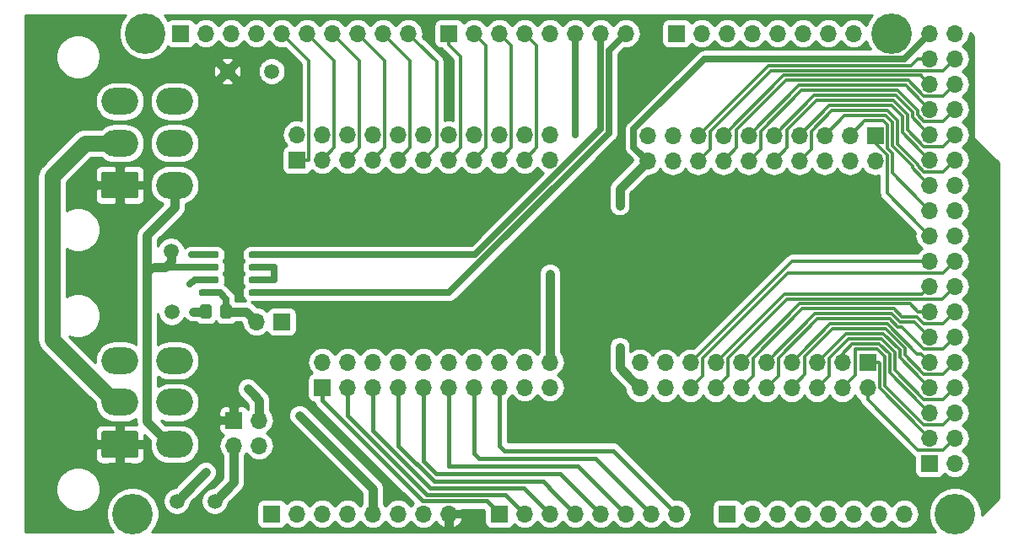
<source format=gbr>
G04 #@! TF.GenerationSoftware,KiCad,Pcbnew,(5.1.4)-1*
G04 #@! TF.CreationDate,2020-11-08T11:56:58-07:00*
G04 #@! TF.ProjectId,ABSIS_Mega,41425349-535f-44d6-9567-612e6b696361,rev?*
G04 #@! TF.SameCoordinates,Original*
G04 #@! TF.FileFunction,Copper,L1,Top*
G04 #@! TF.FilePolarity,Positive*
%FSLAX46Y46*%
G04 Gerber Fmt 4.6, Leading zero omitted, Abs format (unit mm)*
G04 Created by KiCad (PCBNEW (5.1.4)-1) date 2020-11-08 11:56:58*
%MOMM*%
%LPD*%
G04 APERTURE LIST*
%ADD10C,0.100000*%
%ADD11C,2.700000*%
%ADD12O,3.700000X2.700000*%
%ADD13C,4.064000*%
%ADD14R,1.700000X1.700000*%
%ADD15O,1.700000X1.700000*%
%ADD16C,1.150000*%
%ADD17C,1.500000*%
%ADD18C,0.600000*%
%ADD19C,0.914400*%
%ADD20C,0.635000*%
%ADD21C,1.625600*%
%ADD22C,0.304800*%
%ADD23C,0.457200*%
%ADD24C,0.254000*%
G04 APERTURE END LIST*
D10*
G36*
X117702503Y-84757204D02*
G01*
X117726772Y-84760804D01*
X117750570Y-84766765D01*
X117773670Y-84775030D01*
X117795849Y-84785520D01*
X117816892Y-84798133D01*
X117836598Y-84812748D01*
X117854776Y-84829224D01*
X117871252Y-84847402D01*
X117885867Y-84867108D01*
X117898480Y-84888151D01*
X117908970Y-84910330D01*
X117917235Y-84933430D01*
X117923196Y-84957228D01*
X117926796Y-84981497D01*
X117928000Y-85006001D01*
X117928000Y-87205999D01*
X117926796Y-87230503D01*
X117923196Y-87254772D01*
X117917235Y-87278570D01*
X117908970Y-87301670D01*
X117898480Y-87323849D01*
X117885867Y-87344892D01*
X117871252Y-87364598D01*
X117854776Y-87382776D01*
X117836598Y-87399252D01*
X117816892Y-87413867D01*
X117795849Y-87426480D01*
X117773670Y-87436970D01*
X117750570Y-87445235D01*
X117726772Y-87451196D01*
X117702503Y-87454796D01*
X117677999Y-87456000D01*
X114478001Y-87456000D01*
X114453497Y-87454796D01*
X114429228Y-87451196D01*
X114405430Y-87445235D01*
X114382330Y-87436970D01*
X114360151Y-87426480D01*
X114339108Y-87413867D01*
X114319402Y-87399252D01*
X114301224Y-87382776D01*
X114284748Y-87364598D01*
X114270133Y-87344892D01*
X114257520Y-87323849D01*
X114247030Y-87301670D01*
X114238765Y-87278570D01*
X114232804Y-87254772D01*
X114229204Y-87230503D01*
X114228000Y-87205999D01*
X114228000Y-85006001D01*
X114229204Y-84981497D01*
X114232804Y-84957228D01*
X114238765Y-84933430D01*
X114247030Y-84910330D01*
X114257520Y-84888151D01*
X114270133Y-84867108D01*
X114284748Y-84847402D01*
X114301224Y-84829224D01*
X114319402Y-84812748D01*
X114339108Y-84798133D01*
X114360151Y-84785520D01*
X114382330Y-84775030D01*
X114405430Y-84766765D01*
X114429228Y-84760804D01*
X114453497Y-84757204D01*
X114478001Y-84756000D01*
X117677999Y-84756000D01*
X117702503Y-84757204D01*
X117702503Y-84757204D01*
G37*
D11*
X116078000Y-86106000D03*
D12*
X116078000Y-81906000D03*
X116078000Y-77706000D03*
X121578000Y-86106000D03*
X121578000Y-81906000D03*
X121578000Y-77706000D03*
D13*
X117348000Y-119126000D03*
X199898000Y-119126000D03*
X118618000Y-70866000D03*
X193548000Y-70866000D03*
D14*
X197358000Y-114046000D03*
D15*
X199898000Y-114046000D03*
X197358000Y-111506000D03*
X199898000Y-111506000D03*
X197358000Y-108966000D03*
X199898000Y-108966000D03*
X197358000Y-106426000D03*
X199898000Y-106426000D03*
X197358000Y-103886000D03*
X199898000Y-103886000D03*
X197358000Y-101346000D03*
X199898000Y-101346000D03*
X197358000Y-98806000D03*
X199898000Y-98806000D03*
X197358000Y-96266000D03*
X199898000Y-96266000D03*
X197358000Y-93726000D03*
X199898000Y-93726000D03*
X197358000Y-91186000D03*
X199898000Y-91186000D03*
X197358000Y-88646000D03*
X199898000Y-88646000D03*
X197358000Y-86106000D03*
X199898000Y-86106000D03*
X197358000Y-83566000D03*
X199898000Y-83566000D03*
X197358000Y-81026000D03*
X199898000Y-81026000D03*
X197358000Y-78486000D03*
X199898000Y-78486000D03*
X197358000Y-75946000D03*
X199898000Y-75946000D03*
X197358000Y-73406000D03*
X199898000Y-73406000D03*
X197358000Y-70866000D03*
X199898000Y-70866000D03*
D14*
X131318000Y-119126000D03*
D15*
X133858000Y-119126000D03*
X136398000Y-119126000D03*
X138938000Y-119126000D03*
X141478000Y-119126000D03*
X144018000Y-119126000D03*
X146558000Y-119126000D03*
X149098000Y-119126000D03*
D14*
X154178000Y-119126000D03*
D15*
X156718000Y-119126000D03*
X159258000Y-119126000D03*
X161798000Y-119126000D03*
X164338000Y-119126000D03*
X166878000Y-119126000D03*
X169418000Y-119126000D03*
X171958000Y-119126000D03*
D14*
X177038000Y-119126000D03*
D15*
X179578000Y-119126000D03*
X182118000Y-119126000D03*
X184658000Y-119126000D03*
X187198000Y-119126000D03*
X189738000Y-119126000D03*
X192278000Y-119126000D03*
X194818000Y-119126000D03*
D14*
X122174000Y-70866000D03*
D15*
X124714000Y-70866000D03*
X127254000Y-70866000D03*
X129794000Y-70866000D03*
X132334000Y-70866000D03*
X134874000Y-70866000D03*
X137414000Y-70866000D03*
X139954000Y-70866000D03*
X142494000Y-70866000D03*
X145034000Y-70866000D03*
X166878000Y-70866000D03*
X164338000Y-70866000D03*
X161798000Y-70866000D03*
X159258000Y-70866000D03*
X156718000Y-70866000D03*
X154178000Y-70866000D03*
X151638000Y-70866000D03*
D14*
X149098000Y-70866000D03*
D15*
X189738000Y-70866000D03*
X187198000Y-70866000D03*
X184658000Y-70866000D03*
X182118000Y-70866000D03*
X179578000Y-70866000D03*
X177038000Y-70866000D03*
X174498000Y-70866000D03*
D14*
X171958000Y-70866000D03*
D10*
G36*
X127104505Y-98107204D02*
G01*
X127128773Y-98110804D01*
X127152572Y-98116765D01*
X127175671Y-98125030D01*
X127197850Y-98135520D01*
X127218893Y-98148132D01*
X127238599Y-98162747D01*
X127256777Y-98179223D01*
X127273253Y-98197401D01*
X127287868Y-98217107D01*
X127300480Y-98238150D01*
X127310970Y-98260329D01*
X127319235Y-98283428D01*
X127325196Y-98307227D01*
X127328796Y-98331495D01*
X127330000Y-98355999D01*
X127330000Y-99256001D01*
X127328796Y-99280505D01*
X127325196Y-99304773D01*
X127319235Y-99328572D01*
X127310970Y-99351671D01*
X127300480Y-99373850D01*
X127287868Y-99394893D01*
X127273253Y-99414599D01*
X127256777Y-99432777D01*
X127238599Y-99449253D01*
X127218893Y-99463868D01*
X127197850Y-99476480D01*
X127175671Y-99486970D01*
X127152572Y-99495235D01*
X127128773Y-99501196D01*
X127104505Y-99504796D01*
X127080001Y-99506000D01*
X126429999Y-99506000D01*
X126405495Y-99504796D01*
X126381227Y-99501196D01*
X126357428Y-99495235D01*
X126334329Y-99486970D01*
X126312150Y-99476480D01*
X126291107Y-99463868D01*
X126271401Y-99449253D01*
X126253223Y-99432777D01*
X126236747Y-99414599D01*
X126222132Y-99394893D01*
X126209520Y-99373850D01*
X126199030Y-99351671D01*
X126190765Y-99328572D01*
X126184804Y-99304773D01*
X126181204Y-99280505D01*
X126180000Y-99256001D01*
X126180000Y-98355999D01*
X126181204Y-98331495D01*
X126184804Y-98307227D01*
X126190765Y-98283428D01*
X126199030Y-98260329D01*
X126209520Y-98238150D01*
X126222132Y-98217107D01*
X126236747Y-98197401D01*
X126253223Y-98179223D01*
X126271401Y-98162747D01*
X126291107Y-98148132D01*
X126312150Y-98135520D01*
X126334329Y-98125030D01*
X126357428Y-98116765D01*
X126381227Y-98110804D01*
X126405495Y-98107204D01*
X126429999Y-98106000D01*
X127080001Y-98106000D01*
X127104505Y-98107204D01*
X127104505Y-98107204D01*
G37*
D16*
X126755000Y-98806000D03*
D10*
G36*
X125054505Y-98107204D02*
G01*
X125078773Y-98110804D01*
X125102572Y-98116765D01*
X125125671Y-98125030D01*
X125147850Y-98135520D01*
X125168893Y-98148132D01*
X125188599Y-98162747D01*
X125206777Y-98179223D01*
X125223253Y-98197401D01*
X125237868Y-98217107D01*
X125250480Y-98238150D01*
X125260970Y-98260329D01*
X125269235Y-98283428D01*
X125275196Y-98307227D01*
X125278796Y-98331495D01*
X125280000Y-98355999D01*
X125280000Y-99256001D01*
X125278796Y-99280505D01*
X125275196Y-99304773D01*
X125269235Y-99328572D01*
X125260970Y-99351671D01*
X125250480Y-99373850D01*
X125237868Y-99394893D01*
X125223253Y-99414599D01*
X125206777Y-99432777D01*
X125188599Y-99449253D01*
X125168893Y-99463868D01*
X125147850Y-99476480D01*
X125125671Y-99486970D01*
X125102572Y-99495235D01*
X125078773Y-99501196D01*
X125054505Y-99504796D01*
X125030001Y-99506000D01*
X124379999Y-99506000D01*
X124355495Y-99504796D01*
X124331227Y-99501196D01*
X124307428Y-99495235D01*
X124284329Y-99486970D01*
X124262150Y-99476480D01*
X124241107Y-99463868D01*
X124221401Y-99449253D01*
X124203223Y-99432777D01*
X124186747Y-99414599D01*
X124172132Y-99394893D01*
X124159520Y-99373850D01*
X124149030Y-99351671D01*
X124140765Y-99328572D01*
X124134804Y-99304773D01*
X124131204Y-99280505D01*
X124130000Y-99256001D01*
X124130000Y-98355999D01*
X124131204Y-98331495D01*
X124134804Y-98307227D01*
X124140765Y-98283428D01*
X124149030Y-98260329D01*
X124159520Y-98238150D01*
X124172132Y-98217107D01*
X124186747Y-98197401D01*
X124203223Y-98179223D01*
X124221401Y-98162747D01*
X124241107Y-98148132D01*
X124262150Y-98135520D01*
X124284329Y-98125030D01*
X124307428Y-98116765D01*
X124331227Y-98110804D01*
X124355495Y-98107204D01*
X124379999Y-98106000D01*
X125030001Y-98106000D01*
X125054505Y-98107204D01*
X125054505Y-98107204D01*
G37*
D16*
X124705000Y-98806000D03*
D12*
X121578000Y-103741000D03*
X121578000Y-107941000D03*
X121578000Y-112141000D03*
X116078000Y-103741000D03*
X116078000Y-107941000D03*
D10*
G36*
X117702503Y-110792204D02*
G01*
X117726772Y-110795804D01*
X117750570Y-110801765D01*
X117773670Y-110810030D01*
X117795849Y-110820520D01*
X117816892Y-110833133D01*
X117836598Y-110847748D01*
X117854776Y-110864224D01*
X117871252Y-110882402D01*
X117885867Y-110902108D01*
X117898480Y-110923151D01*
X117908970Y-110945330D01*
X117917235Y-110968430D01*
X117923196Y-110992228D01*
X117926796Y-111016497D01*
X117928000Y-111041001D01*
X117928000Y-113240999D01*
X117926796Y-113265503D01*
X117923196Y-113289772D01*
X117917235Y-113313570D01*
X117908970Y-113336670D01*
X117898480Y-113358849D01*
X117885867Y-113379892D01*
X117871252Y-113399598D01*
X117854776Y-113417776D01*
X117836598Y-113434252D01*
X117816892Y-113448867D01*
X117795849Y-113461480D01*
X117773670Y-113471970D01*
X117750570Y-113480235D01*
X117726772Y-113486196D01*
X117702503Y-113489796D01*
X117677999Y-113491000D01*
X114478001Y-113491000D01*
X114453497Y-113489796D01*
X114429228Y-113486196D01*
X114405430Y-113480235D01*
X114382330Y-113471970D01*
X114360151Y-113461480D01*
X114339108Y-113448867D01*
X114319402Y-113434252D01*
X114301224Y-113417776D01*
X114284748Y-113399598D01*
X114270133Y-113379892D01*
X114257520Y-113358849D01*
X114247030Y-113336670D01*
X114238765Y-113313570D01*
X114232804Y-113289772D01*
X114229204Y-113265503D01*
X114228000Y-113240999D01*
X114228000Y-111041001D01*
X114229204Y-111016497D01*
X114232804Y-110992228D01*
X114238765Y-110968430D01*
X114247030Y-110945330D01*
X114257520Y-110923151D01*
X114270133Y-110902108D01*
X114284748Y-110882402D01*
X114301224Y-110864224D01*
X114319402Y-110847748D01*
X114339108Y-110833133D01*
X114360151Y-110820520D01*
X114382330Y-110810030D01*
X114405430Y-110801765D01*
X114429228Y-110795804D01*
X114453497Y-110792204D01*
X114478001Y-110791000D01*
X117677999Y-110791000D01*
X117702503Y-110792204D01*
X117702503Y-110792204D01*
G37*
D11*
X116078000Y-112141000D03*
D14*
X133858000Y-83566000D03*
D15*
X133858000Y-81026000D03*
X136398000Y-83566000D03*
X136398000Y-81026000D03*
X138938000Y-83566000D03*
X138938000Y-81026000D03*
X141478000Y-83566000D03*
X141478000Y-81026000D03*
X144018000Y-83566000D03*
X144018000Y-81026000D03*
X146558000Y-83566000D03*
X146558000Y-81026000D03*
X149098000Y-83566000D03*
X149098000Y-81026000D03*
X151638000Y-83566000D03*
X151638000Y-81026000D03*
X154178000Y-83566000D03*
X154178000Y-81026000D03*
X156718000Y-83566000D03*
X156718000Y-81026000D03*
X159258000Y-83566000D03*
X159258000Y-81026000D03*
D14*
X136398000Y-106426000D03*
D15*
X136398000Y-103886000D03*
X138938000Y-106426000D03*
X138938000Y-103886000D03*
X141478000Y-106426000D03*
X141478000Y-103886000D03*
X144018000Y-106426000D03*
X144018000Y-103886000D03*
X146558000Y-106426000D03*
X146558000Y-103886000D03*
X149098000Y-106426000D03*
X149098000Y-103886000D03*
X151638000Y-106426000D03*
X151638000Y-103886000D03*
X154178000Y-106426000D03*
X154178000Y-103886000D03*
X156718000Y-106426000D03*
X156718000Y-103886000D03*
X159258000Y-106426000D03*
X159258000Y-103886000D03*
D14*
X132334000Y-99822000D03*
D15*
X129794000Y-99822000D03*
D17*
X126873000Y-74676000D03*
X125603000Y-117856000D03*
X121793000Y-117856000D03*
X131318000Y-74676000D03*
X121221500Y-92710000D03*
X121285000Y-98869500D03*
D10*
G36*
X130822703Y-96601722D02*
G01*
X130837264Y-96603882D01*
X130851543Y-96607459D01*
X130865403Y-96612418D01*
X130878710Y-96618712D01*
X130891336Y-96626280D01*
X130903159Y-96635048D01*
X130914066Y-96644934D01*
X130923952Y-96655841D01*
X130932720Y-96667664D01*
X130940288Y-96680290D01*
X130946582Y-96693597D01*
X130951541Y-96707457D01*
X130955118Y-96721736D01*
X130957278Y-96736297D01*
X130958000Y-96751000D01*
X130958000Y-97051000D01*
X130957278Y-97065703D01*
X130955118Y-97080264D01*
X130951541Y-97094543D01*
X130946582Y-97108403D01*
X130940288Y-97121710D01*
X130932720Y-97134336D01*
X130923952Y-97146159D01*
X130914066Y-97157066D01*
X130903159Y-97166952D01*
X130891336Y-97175720D01*
X130878710Y-97183288D01*
X130865403Y-97189582D01*
X130851543Y-97194541D01*
X130837264Y-97198118D01*
X130822703Y-97200278D01*
X130808000Y-97201000D01*
X129158000Y-97201000D01*
X129143297Y-97200278D01*
X129128736Y-97198118D01*
X129114457Y-97194541D01*
X129100597Y-97189582D01*
X129087290Y-97183288D01*
X129074664Y-97175720D01*
X129062841Y-97166952D01*
X129051934Y-97157066D01*
X129042048Y-97146159D01*
X129033280Y-97134336D01*
X129025712Y-97121710D01*
X129019418Y-97108403D01*
X129014459Y-97094543D01*
X129010882Y-97080264D01*
X129008722Y-97065703D01*
X129008000Y-97051000D01*
X129008000Y-96751000D01*
X129008722Y-96736297D01*
X129010882Y-96721736D01*
X129014459Y-96707457D01*
X129019418Y-96693597D01*
X129025712Y-96680290D01*
X129033280Y-96667664D01*
X129042048Y-96655841D01*
X129051934Y-96644934D01*
X129062841Y-96635048D01*
X129074664Y-96626280D01*
X129087290Y-96618712D01*
X129100597Y-96612418D01*
X129114457Y-96607459D01*
X129128736Y-96603882D01*
X129143297Y-96601722D01*
X129158000Y-96601000D01*
X130808000Y-96601000D01*
X130822703Y-96601722D01*
X130822703Y-96601722D01*
G37*
D18*
X129983000Y-96901000D03*
D10*
G36*
X130822703Y-95331722D02*
G01*
X130837264Y-95333882D01*
X130851543Y-95337459D01*
X130865403Y-95342418D01*
X130878710Y-95348712D01*
X130891336Y-95356280D01*
X130903159Y-95365048D01*
X130914066Y-95374934D01*
X130923952Y-95385841D01*
X130932720Y-95397664D01*
X130940288Y-95410290D01*
X130946582Y-95423597D01*
X130951541Y-95437457D01*
X130955118Y-95451736D01*
X130957278Y-95466297D01*
X130958000Y-95481000D01*
X130958000Y-95781000D01*
X130957278Y-95795703D01*
X130955118Y-95810264D01*
X130951541Y-95824543D01*
X130946582Y-95838403D01*
X130940288Y-95851710D01*
X130932720Y-95864336D01*
X130923952Y-95876159D01*
X130914066Y-95887066D01*
X130903159Y-95896952D01*
X130891336Y-95905720D01*
X130878710Y-95913288D01*
X130865403Y-95919582D01*
X130851543Y-95924541D01*
X130837264Y-95928118D01*
X130822703Y-95930278D01*
X130808000Y-95931000D01*
X129158000Y-95931000D01*
X129143297Y-95930278D01*
X129128736Y-95928118D01*
X129114457Y-95924541D01*
X129100597Y-95919582D01*
X129087290Y-95913288D01*
X129074664Y-95905720D01*
X129062841Y-95896952D01*
X129051934Y-95887066D01*
X129042048Y-95876159D01*
X129033280Y-95864336D01*
X129025712Y-95851710D01*
X129019418Y-95838403D01*
X129014459Y-95824543D01*
X129010882Y-95810264D01*
X129008722Y-95795703D01*
X129008000Y-95781000D01*
X129008000Y-95481000D01*
X129008722Y-95466297D01*
X129010882Y-95451736D01*
X129014459Y-95437457D01*
X129019418Y-95423597D01*
X129025712Y-95410290D01*
X129033280Y-95397664D01*
X129042048Y-95385841D01*
X129051934Y-95374934D01*
X129062841Y-95365048D01*
X129074664Y-95356280D01*
X129087290Y-95348712D01*
X129100597Y-95342418D01*
X129114457Y-95337459D01*
X129128736Y-95333882D01*
X129143297Y-95331722D01*
X129158000Y-95331000D01*
X130808000Y-95331000D01*
X130822703Y-95331722D01*
X130822703Y-95331722D01*
G37*
D18*
X129983000Y-95631000D03*
D10*
G36*
X130822703Y-94061722D02*
G01*
X130837264Y-94063882D01*
X130851543Y-94067459D01*
X130865403Y-94072418D01*
X130878710Y-94078712D01*
X130891336Y-94086280D01*
X130903159Y-94095048D01*
X130914066Y-94104934D01*
X130923952Y-94115841D01*
X130932720Y-94127664D01*
X130940288Y-94140290D01*
X130946582Y-94153597D01*
X130951541Y-94167457D01*
X130955118Y-94181736D01*
X130957278Y-94196297D01*
X130958000Y-94211000D01*
X130958000Y-94511000D01*
X130957278Y-94525703D01*
X130955118Y-94540264D01*
X130951541Y-94554543D01*
X130946582Y-94568403D01*
X130940288Y-94581710D01*
X130932720Y-94594336D01*
X130923952Y-94606159D01*
X130914066Y-94617066D01*
X130903159Y-94626952D01*
X130891336Y-94635720D01*
X130878710Y-94643288D01*
X130865403Y-94649582D01*
X130851543Y-94654541D01*
X130837264Y-94658118D01*
X130822703Y-94660278D01*
X130808000Y-94661000D01*
X129158000Y-94661000D01*
X129143297Y-94660278D01*
X129128736Y-94658118D01*
X129114457Y-94654541D01*
X129100597Y-94649582D01*
X129087290Y-94643288D01*
X129074664Y-94635720D01*
X129062841Y-94626952D01*
X129051934Y-94617066D01*
X129042048Y-94606159D01*
X129033280Y-94594336D01*
X129025712Y-94581710D01*
X129019418Y-94568403D01*
X129014459Y-94554543D01*
X129010882Y-94540264D01*
X129008722Y-94525703D01*
X129008000Y-94511000D01*
X129008000Y-94211000D01*
X129008722Y-94196297D01*
X129010882Y-94181736D01*
X129014459Y-94167457D01*
X129019418Y-94153597D01*
X129025712Y-94140290D01*
X129033280Y-94127664D01*
X129042048Y-94115841D01*
X129051934Y-94104934D01*
X129062841Y-94095048D01*
X129074664Y-94086280D01*
X129087290Y-94078712D01*
X129100597Y-94072418D01*
X129114457Y-94067459D01*
X129128736Y-94063882D01*
X129143297Y-94061722D01*
X129158000Y-94061000D01*
X130808000Y-94061000D01*
X130822703Y-94061722D01*
X130822703Y-94061722D01*
G37*
D18*
X129983000Y-94361000D03*
D10*
G36*
X130822703Y-92791722D02*
G01*
X130837264Y-92793882D01*
X130851543Y-92797459D01*
X130865403Y-92802418D01*
X130878710Y-92808712D01*
X130891336Y-92816280D01*
X130903159Y-92825048D01*
X130914066Y-92834934D01*
X130923952Y-92845841D01*
X130932720Y-92857664D01*
X130940288Y-92870290D01*
X130946582Y-92883597D01*
X130951541Y-92897457D01*
X130955118Y-92911736D01*
X130957278Y-92926297D01*
X130958000Y-92941000D01*
X130958000Y-93241000D01*
X130957278Y-93255703D01*
X130955118Y-93270264D01*
X130951541Y-93284543D01*
X130946582Y-93298403D01*
X130940288Y-93311710D01*
X130932720Y-93324336D01*
X130923952Y-93336159D01*
X130914066Y-93347066D01*
X130903159Y-93356952D01*
X130891336Y-93365720D01*
X130878710Y-93373288D01*
X130865403Y-93379582D01*
X130851543Y-93384541D01*
X130837264Y-93388118D01*
X130822703Y-93390278D01*
X130808000Y-93391000D01*
X129158000Y-93391000D01*
X129143297Y-93390278D01*
X129128736Y-93388118D01*
X129114457Y-93384541D01*
X129100597Y-93379582D01*
X129087290Y-93373288D01*
X129074664Y-93365720D01*
X129062841Y-93356952D01*
X129051934Y-93347066D01*
X129042048Y-93336159D01*
X129033280Y-93324336D01*
X129025712Y-93311710D01*
X129019418Y-93298403D01*
X129014459Y-93284543D01*
X129010882Y-93270264D01*
X129008722Y-93255703D01*
X129008000Y-93241000D01*
X129008000Y-92941000D01*
X129008722Y-92926297D01*
X129010882Y-92911736D01*
X129014459Y-92897457D01*
X129019418Y-92883597D01*
X129025712Y-92870290D01*
X129033280Y-92857664D01*
X129042048Y-92845841D01*
X129051934Y-92834934D01*
X129062841Y-92825048D01*
X129074664Y-92816280D01*
X129087290Y-92808712D01*
X129100597Y-92802418D01*
X129114457Y-92797459D01*
X129128736Y-92793882D01*
X129143297Y-92791722D01*
X129158000Y-92791000D01*
X130808000Y-92791000D01*
X130822703Y-92791722D01*
X130822703Y-92791722D01*
G37*
D18*
X129983000Y-93091000D03*
D10*
G36*
X125872703Y-92791722D02*
G01*
X125887264Y-92793882D01*
X125901543Y-92797459D01*
X125915403Y-92802418D01*
X125928710Y-92808712D01*
X125941336Y-92816280D01*
X125953159Y-92825048D01*
X125964066Y-92834934D01*
X125973952Y-92845841D01*
X125982720Y-92857664D01*
X125990288Y-92870290D01*
X125996582Y-92883597D01*
X126001541Y-92897457D01*
X126005118Y-92911736D01*
X126007278Y-92926297D01*
X126008000Y-92941000D01*
X126008000Y-93241000D01*
X126007278Y-93255703D01*
X126005118Y-93270264D01*
X126001541Y-93284543D01*
X125996582Y-93298403D01*
X125990288Y-93311710D01*
X125982720Y-93324336D01*
X125973952Y-93336159D01*
X125964066Y-93347066D01*
X125953159Y-93356952D01*
X125941336Y-93365720D01*
X125928710Y-93373288D01*
X125915403Y-93379582D01*
X125901543Y-93384541D01*
X125887264Y-93388118D01*
X125872703Y-93390278D01*
X125858000Y-93391000D01*
X124208000Y-93391000D01*
X124193297Y-93390278D01*
X124178736Y-93388118D01*
X124164457Y-93384541D01*
X124150597Y-93379582D01*
X124137290Y-93373288D01*
X124124664Y-93365720D01*
X124112841Y-93356952D01*
X124101934Y-93347066D01*
X124092048Y-93336159D01*
X124083280Y-93324336D01*
X124075712Y-93311710D01*
X124069418Y-93298403D01*
X124064459Y-93284543D01*
X124060882Y-93270264D01*
X124058722Y-93255703D01*
X124058000Y-93241000D01*
X124058000Y-92941000D01*
X124058722Y-92926297D01*
X124060882Y-92911736D01*
X124064459Y-92897457D01*
X124069418Y-92883597D01*
X124075712Y-92870290D01*
X124083280Y-92857664D01*
X124092048Y-92845841D01*
X124101934Y-92834934D01*
X124112841Y-92825048D01*
X124124664Y-92816280D01*
X124137290Y-92808712D01*
X124150597Y-92802418D01*
X124164457Y-92797459D01*
X124178736Y-92793882D01*
X124193297Y-92791722D01*
X124208000Y-92791000D01*
X125858000Y-92791000D01*
X125872703Y-92791722D01*
X125872703Y-92791722D01*
G37*
D18*
X125033000Y-93091000D03*
D10*
G36*
X125872703Y-94061722D02*
G01*
X125887264Y-94063882D01*
X125901543Y-94067459D01*
X125915403Y-94072418D01*
X125928710Y-94078712D01*
X125941336Y-94086280D01*
X125953159Y-94095048D01*
X125964066Y-94104934D01*
X125973952Y-94115841D01*
X125982720Y-94127664D01*
X125990288Y-94140290D01*
X125996582Y-94153597D01*
X126001541Y-94167457D01*
X126005118Y-94181736D01*
X126007278Y-94196297D01*
X126008000Y-94211000D01*
X126008000Y-94511000D01*
X126007278Y-94525703D01*
X126005118Y-94540264D01*
X126001541Y-94554543D01*
X125996582Y-94568403D01*
X125990288Y-94581710D01*
X125982720Y-94594336D01*
X125973952Y-94606159D01*
X125964066Y-94617066D01*
X125953159Y-94626952D01*
X125941336Y-94635720D01*
X125928710Y-94643288D01*
X125915403Y-94649582D01*
X125901543Y-94654541D01*
X125887264Y-94658118D01*
X125872703Y-94660278D01*
X125858000Y-94661000D01*
X124208000Y-94661000D01*
X124193297Y-94660278D01*
X124178736Y-94658118D01*
X124164457Y-94654541D01*
X124150597Y-94649582D01*
X124137290Y-94643288D01*
X124124664Y-94635720D01*
X124112841Y-94626952D01*
X124101934Y-94617066D01*
X124092048Y-94606159D01*
X124083280Y-94594336D01*
X124075712Y-94581710D01*
X124069418Y-94568403D01*
X124064459Y-94554543D01*
X124060882Y-94540264D01*
X124058722Y-94525703D01*
X124058000Y-94511000D01*
X124058000Y-94211000D01*
X124058722Y-94196297D01*
X124060882Y-94181736D01*
X124064459Y-94167457D01*
X124069418Y-94153597D01*
X124075712Y-94140290D01*
X124083280Y-94127664D01*
X124092048Y-94115841D01*
X124101934Y-94104934D01*
X124112841Y-94095048D01*
X124124664Y-94086280D01*
X124137290Y-94078712D01*
X124150597Y-94072418D01*
X124164457Y-94067459D01*
X124178736Y-94063882D01*
X124193297Y-94061722D01*
X124208000Y-94061000D01*
X125858000Y-94061000D01*
X125872703Y-94061722D01*
X125872703Y-94061722D01*
G37*
D18*
X125033000Y-94361000D03*
D10*
G36*
X125872703Y-95331722D02*
G01*
X125887264Y-95333882D01*
X125901543Y-95337459D01*
X125915403Y-95342418D01*
X125928710Y-95348712D01*
X125941336Y-95356280D01*
X125953159Y-95365048D01*
X125964066Y-95374934D01*
X125973952Y-95385841D01*
X125982720Y-95397664D01*
X125990288Y-95410290D01*
X125996582Y-95423597D01*
X126001541Y-95437457D01*
X126005118Y-95451736D01*
X126007278Y-95466297D01*
X126008000Y-95481000D01*
X126008000Y-95781000D01*
X126007278Y-95795703D01*
X126005118Y-95810264D01*
X126001541Y-95824543D01*
X125996582Y-95838403D01*
X125990288Y-95851710D01*
X125982720Y-95864336D01*
X125973952Y-95876159D01*
X125964066Y-95887066D01*
X125953159Y-95896952D01*
X125941336Y-95905720D01*
X125928710Y-95913288D01*
X125915403Y-95919582D01*
X125901543Y-95924541D01*
X125887264Y-95928118D01*
X125872703Y-95930278D01*
X125858000Y-95931000D01*
X124208000Y-95931000D01*
X124193297Y-95930278D01*
X124178736Y-95928118D01*
X124164457Y-95924541D01*
X124150597Y-95919582D01*
X124137290Y-95913288D01*
X124124664Y-95905720D01*
X124112841Y-95896952D01*
X124101934Y-95887066D01*
X124092048Y-95876159D01*
X124083280Y-95864336D01*
X124075712Y-95851710D01*
X124069418Y-95838403D01*
X124064459Y-95824543D01*
X124060882Y-95810264D01*
X124058722Y-95795703D01*
X124058000Y-95781000D01*
X124058000Y-95481000D01*
X124058722Y-95466297D01*
X124060882Y-95451736D01*
X124064459Y-95437457D01*
X124069418Y-95423597D01*
X124075712Y-95410290D01*
X124083280Y-95397664D01*
X124092048Y-95385841D01*
X124101934Y-95374934D01*
X124112841Y-95365048D01*
X124124664Y-95356280D01*
X124137290Y-95348712D01*
X124150597Y-95342418D01*
X124164457Y-95337459D01*
X124178736Y-95333882D01*
X124193297Y-95331722D01*
X124208000Y-95331000D01*
X125858000Y-95331000D01*
X125872703Y-95331722D01*
X125872703Y-95331722D01*
G37*
D18*
X125033000Y-95631000D03*
D10*
G36*
X125872703Y-96601722D02*
G01*
X125887264Y-96603882D01*
X125901543Y-96607459D01*
X125915403Y-96612418D01*
X125928710Y-96618712D01*
X125941336Y-96626280D01*
X125953159Y-96635048D01*
X125964066Y-96644934D01*
X125973952Y-96655841D01*
X125982720Y-96667664D01*
X125990288Y-96680290D01*
X125996582Y-96693597D01*
X126001541Y-96707457D01*
X126005118Y-96721736D01*
X126007278Y-96736297D01*
X126008000Y-96751000D01*
X126008000Y-97051000D01*
X126007278Y-97065703D01*
X126005118Y-97080264D01*
X126001541Y-97094543D01*
X125996582Y-97108403D01*
X125990288Y-97121710D01*
X125982720Y-97134336D01*
X125973952Y-97146159D01*
X125964066Y-97157066D01*
X125953159Y-97166952D01*
X125941336Y-97175720D01*
X125928710Y-97183288D01*
X125915403Y-97189582D01*
X125901543Y-97194541D01*
X125887264Y-97198118D01*
X125872703Y-97200278D01*
X125858000Y-97201000D01*
X124208000Y-97201000D01*
X124193297Y-97200278D01*
X124178736Y-97198118D01*
X124164457Y-97194541D01*
X124150597Y-97189582D01*
X124137290Y-97183288D01*
X124124664Y-97175720D01*
X124112841Y-97166952D01*
X124101934Y-97157066D01*
X124092048Y-97146159D01*
X124083280Y-97134336D01*
X124075712Y-97121710D01*
X124069418Y-97108403D01*
X124064459Y-97094543D01*
X124060882Y-97080264D01*
X124058722Y-97065703D01*
X124058000Y-97051000D01*
X124058000Y-96751000D01*
X124058722Y-96736297D01*
X124060882Y-96721736D01*
X124064459Y-96707457D01*
X124069418Y-96693597D01*
X124075712Y-96680290D01*
X124083280Y-96667664D01*
X124092048Y-96655841D01*
X124101934Y-96644934D01*
X124112841Y-96635048D01*
X124124664Y-96626280D01*
X124137290Y-96618712D01*
X124150597Y-96612418D01*
X124164457Y-96607459D01*
X124178736Y-96603882D01*
X124193297Y-96601722D01*
X124208000Y-96601000D01*
X125858000Y-96601000D01*
X125872703Y-96601722D01*
X125872703Y-96601722D01*
G37*
D18*
X125033000Y-96901000D03*
D14*
X191135000Y-103949500D03*
D15*
X191135000Y-106489500D03*
X188595000Y-103949500D03*
X188595000Y-106489500D03*
X186055000Y-103949500D03*
X186055000Y-106489500D03*
X183515000Y-103949500D03*
X183515000Y-106489500D03*
X180975000Y-103949500D03*
X180975000Y-106489500D03*
X178435000Y-103949500D03*
X178435000Y-106489500D03*
X175895000Y-103949500D03*
X175895000Y-106489500D03*
X173355000Y-103949500D03*
X173355000Y-106489500D03*
X170815000Y-103949500D03*
X170815000Y-106489500D03*
X168275000Y-103949500D03*
X168275000Y-106489500D03*
X169037000Y-83693000D03*
X169037000Y-81153000D03*
X171577000Y-83693000D03*
X171577000Y-81153000D03*
X174117000Y-83693000D03*
X174117000Y-81153000D03*
X176657000Y-83693000D03*
X176657000Y-81153000D03*
X179197000Y-83693000D03*
X179197000Y-81153000D03*
X181737000Y-83693000D03*
X181737000Y-81153000D03*
X184277000Y-83693000D03*
X184277000Y-81153000D03*
X186817000Y-83693000D03*
X186817000Y-81153000D03*
X189357000Y-83693000D03*
X189357000Y-81153000D03*
X191897000Y-83693000D03*
D14*
X191897000Y-81153000D03*
X127508000Y-109728000D03*
D15*
X130048000Y-109728000D03*
X127508000Y-112268000D03*
X130048000Y-112268000D03*
D18*
X123444000Y-98806000D03*
X123253500Y-93091000D03*
X159258000Y-94996000D03*
X159258000Y-95758000D03*
X159258000Y-96520000D03*
X134620000Y-109728000D03*
X135636000Y-110744000D03*
X135128000Y-110236000D03*
X134112000Y-109220000D03*
X166243000Y-86487000D03*
X166243000Y-88138000D03*
X166243000Y-87376000D03*
X166243000Y-102362000D03*
X166243000Y-103124000D03*
X166243000Y-103886000D03*
X124714000Y-114935000D03*
X128905000Y-106553000D03*
X129413000Y-107061000D03*
X129984500Y-107632500D03*
X124206000Y-115443000D03*
X123698000Y-115951000D03*
X131572000Y-94361000D03*
X161798000Y-81026000D03*
X123126500Y-96075500D03*
D19*
X124705000Y-98806000D02*
X123444000Y-98806000D01*
D20*
X125033000Y-93091000D02*
X123253500Y-93091000D01*
D19*
X159258000Y-103886000D02*
X159258000Y-102683919D01*
X159258000Y-102683919D02*
X159258000Y-96520000D01*
X159258000Y-95758000D02*
X159258000Y-94996000D01*
X159258000Y-96520000D02*
X159258000Y-95758000D01*
X141478000Y-116586000D02*
X141478000Y-119126000D01*
X134112000Y-109220000D02*
X141478000Y-116586000D01*
D20*
X196508001Y-71715999D02*
X197358000Y-70866000D01*
X194808499Y-73415501D02*
X196508001Y-71715999D01*
X174750597Y-73415501D02*
X194808499Y-73415501D01*
X167669499Y-80496599D02*
X174750597Y-73415501D01*
X167669499Y-82325499D02*
X167669499Y-80496599D01*
X169037000Y-83693000D02*
X167669499Y-82325499D01*
D19*
X167425001Y-105639501D02*
X168275000Y-106489500D01*
X166243000Y-104457500D02*
X167425001Y-105639501D01*
X169037000Y-83693000D02*
X166243000Y-86487000D01*
X166243000Y-86487000D02*
X166243000Y-86487000D01*
X166243000Y-86487000D02*
X166243000Y-87376000D01*
X166243000Y-88138000D02*
X166243000Y-88138000D01*
X166243000Y-87376000D02*
X166243000Y-88138000D01*
X166243000Y-104457500D02*
X166243000Y-103886000D01*
X166243000Y-103124000D02*
X166243000Y-102362000D01*
X166243000Y-103886000D02*
X166243000Y-103124000D01*
X127508000Y-115951000D02*
X125603000Y-117856000D01*
X127508000Y-112268000D02*
X127508000Y-115951000D01*
D21*
X115578000Y-107941000D02*
X116078000Y-107941000D01*
X109265199Y-101628199D02*
X115578000Y-107941000D01*
X109265199Y-85243201D02*
X109265199Y-101628199D01*
X112602400Y-81906000D02*
X109265199Y-85243201D01*
X116078000Y-81906000D02*
X112602400Y-81906000D01*
D19*
X121793000Y-117856000D02*
X123698000Y-115951000D01*
X124142500Y-115506500D02*
X124206000Y-115443000D01*
X130048000Y-109728000D02*
X130048000Y-108525919D01*
X130048000Y-108525919D02*
X130048000Y-107696000D01*
X130048000Y-107696000D02*
X129984500Y-107632500D01*
X129413000Y-107061000D02*
X128905000Y-106553000D01*
X129984500Y-107632500D02*
X129413000Y-107061000D01*
X124206000Y-115443000D02*
X124714000Y-114935000D01*
X123698000Y-115951000D02*
X124142500Y-115506500D01*
D22*
X196508001Y-110656001D02*
X197358000Y-111506000D01*
X192337401Y-106485401D02*
X196508001Y-110656001D01*
X192337401Y-103997101D02*
X192337401Y-106485401D01*
X192289800Y-103949500D02*
X192337401Y-103997101D01*
X191135000Y-103949500D02*
X192289800Y-103949500D01*
X199048001Y-112355999D02*
X199898000Y-111506000D01*
X198695599Y-112708401D02*
X199048001Y-112355999D01*
X196151820Y-112708401D02*
X198695599Y-112708401D01*
X191135000Y-107691581D02*
X196151820Y-112708401D01*
X191135000Y-106489500D02*
X191135000Y-107691581D01*
X193347022Y-103113290D02*
X193347022Y-104955022D01*
X188595000Y-103949500D02*
X188595000Y-103045090D01*
X193347022Y-104955022D02*
X196508001Y-108116001D01*
X192309840Y-102076108D02*
X193347022Y-103113290D01*
X196508001Y-108116001D02*
X197358000Y-108966000D01*
X189563982Y-102076108D02*
X192309840Y-102076108D01*
X188595000Y-103045090D02*
X189563982Y-102076108D01*
X198695599Y-110168401D02*
X199048001Y-109815999D01*
X192100741Y-102580919D02*
X192842211Y-103322389D01*
X192842211Y-103322389D02*
X192842211Y-106276303D01*
X192842211Y-106276303D02*
X196734309Y-110168401D01*
X189928500Y-105156000D02*
X189928500Y-102580919D01*
X196734309Y-110168401D02*
X198695599Y-110168401D01*
X199048001Y-109815999D02*
X199898000Y-108966000D01*
X188595000Y-106489500D02*
X189928500Y-105156000D01*
X189928500Y-102580919D02*
X192100741Y-102580919D01*
X192728038Y-101066486D02*
X194356644Y-102695092D01*
X194356644Y-102695092D02*
X194356644Y-103424644D01*
X194356644Y-103424644D02*
X196508001Y-105576001D01*
X188938014Y-101066486D02*
X192728038Y-101066486D01*
X186055000Y-103949500D02*
X188938014Y-101066486D01*
X196508001Y-105576001D02*
X197358000Y-106426000D01*
X199048001Y-107275999D02*
X199898000Y-106426000D01*
X196780847Y-107628401D02*
X198695599Y-107628401D01*
X187257401Y-103507545D02*
X189193649Y-101571297D01*
X187257401Y-105287099D02*
X187257401Y-103507545D01*
X189193649Y-101571297D02*
X192518939Y-101571297D01*
X193851833Y-104699387D02*
X196780847Y-107628401D01*
X193851833Y-102904191D02*
X193851833Y-104699387D01*
X186055000Y-106489500D02*
X187257401Y-105287099D01*
X198695599Y-107628401D02*
X199048001Y-107275999D01*
X192518939Y-101571297D02*
X193851833Y-102904191D01*
X196508001Y-103036001D02*
X197358000Y-103886000D01*
X196125373Y-103036001D02*
X196508001Y-103036001D01*
X184364999Y-103099501D02*
X184364999Y-103092289D01*
X184364999Y-103092289D02*
X187400424Y-100056864D01*
X193146236Y-100056864D02*
X196125373Y-103036001D01*
X187400424Y-100056864D02*
X193146236Y-100056864D01*
X183515000Y-103949500D02*
X184364999Y-103099501D01*
X199048001Y-104735999D02*
X199898000Y-103886000D01*
X184852599Y-105151901D02*
X184852599Y-103318599D01*
X187609523Y-100561675D02*
X192937137Y-100561675D01*
X194861455Y-103199903D02*
X196749953Y-105088401D01*
X198695599Y-105088401D02*
X199048001Y-104735999D01*
X192937137Y-100561675D02*
X194861455Y-102485993D01*
X183515000Y-106489500D02*
X184852599Y-105151901D01*
X196749953Y-105088401D02*
X198695599Y-105088401D01*
X194861455Y-102485993D02*
X194861455Y-103199903D01*
X184852599Y-103318599D02*
X187609523Y-100561675D01*
X196508001Y-100496001D02*
X197358000Y-101346000D01*
X195849949Y-99837949D02*
X196508001Y-100496001D01*
X194355139Y-99837947D02*
X195849949Y-99837949D01*
X193564434Y-99047242D02*
X194355139Y-99837947D01*
X185877258Y-99047242D02*
X193564434Y-99047242D01*
X180975000Y-103949500D02*
X185877258Y-99047242D01*
X180975000Y-106489500D02*
X182177401Y-105287099D01*
X198695599Y-102548401D02*
X199048001Y-102195999D01*
X196780847Y-102548401D02*
X198695599Y-102548401D01*
X199048001Y-102195999D02*
X199898000Y-101346000D01*
X194575205Y-100342759D02*
X196780847Y-102548401D01*
X194146039Y-100342757D02*
X194575205Y-100342759D01*
X193355335Y-99552053D02*
X194146039Y-100342757D01*
X186132893Y-99552053D02*
X193355335Y-99552053D01*
X182177401Y-103507545D02*
X186132893Y-99552053D01*
X182177401Y-105287099D02*
X182177401Y-103507545D01*
X195387539Y-98037620D02*
X196155919Y-98806000D01*
X196155919Y-98806000D02*
X197358000Y-98806000D01*
X184346880Y-98037620D02*
X195387539Y-98037620D01*
X178435000Y-103949500D02*
X184346880Y-98037620D01*
X179637401Y-105287099D02*
X179637401Y-103507545D01*
X184602515Y-98542431D02*
X193773533Y-98542431D01*
X178435000Y-106489500D02*
X179637401Y-105287099D01*
X199048001Y-99655999D02*
X199898000Y-98806000D01*
X198695599Y-100008401D02*
X199048001Y-99655999D01*
X196780847Y-100008401D02*
X198695599Y-100008401D01*
X194564239Y-99333137D02*
X196105585Y-99333139D01*
X193773533Y-98542431D02*
X194564239Y-99333137D01*
X179637401Y-103507545D02*
X184602515Y-98542431D01*
X196105585Y-99333139D02*
X196780847Y-100008401D01*
X196596000Y-97028000D02*
X197358000Y-96266000D01*
X182816500Y-97028000D02*
X196596000Y-97028000D01*
X175895000Y-103949500D02*
X182816500Y-97028000D01*
X177097401Y-105287099D02*
X177097401Y-103507545D01*
X183072135Y-97532811D02*
X198631189Y-97532811D01*
X199048001Y-97115999D02*
X199898000Y-96266000D01*
X198631189Y-97532811D02*
X199048001Y-97115999D01*
X177097401Y-103507545D02*
X183072135Y-97532811D01*
X175895000Y-106489500D02*
X177097401Y-105287099D01*
X183578500Y-93726000D02*
X197358000Y-93726000D01*
X173355000Y-103949500D02*
X183578500Y-93726000D01*
X199048001Y-94575999D02*
X199898000Y-93726000D01*
X198695599Y-94928401D02*
X199048001Y-94575999D01*
X183136545Y-94928401D02*
X198695599Y-94928401D01*
X174557401Y-103507545D02*
X183136545Y-94928401D01*
X173355000Y-106489500D02*
X174557401Y-105287099D01*
X174557401Y-105287099D02*
X174557401Y-103507545D01*
X193099401Y-86927401D02*
X196508001Y-90336001D01*
X191897000Y-81897730D02*
X193099401Y-83100131D01*
X191897000Y-81153000D02*
X191897000Y-81897730D01*
X193099401Y-83100131D02*
X193099401Y-86927401D01*
X196508001Y-90336001D02*
X197358000Y-91186000D01*
X196508001Y-87796001D02*
X197358000Y-88646000D01*
X193604212Y-84892212D02*
X196508001Y-87796001D01*
X193604212Y-82891032D02*
X193604212Y-84892212D01*
X193099403Y-82386223D02*
X193604212Y-82891032D01*
X193099402Y-80021083D02*
X193099403Y-82386223D01*
X192716651Y-79638332D02*
X193099402Y-80021083D01*
X190871668Y-79638332D02*
X192716651Y-79638332D01*
X189357000Y-81153000D02*
X190871668Y-79638332D01*
X195650788Y-84223698D02*
X195650788Y-84398788D01*
X193604213Y-82177123D02*
X195650788Y-84223698D01*
X195650788Y-84398788D02*
X196508001Y-85256001D01*
X196508001Y-85256001D02*
X197358000Y-86106000D01*
X192925750Y-79133521D02*
X193604212Y-79811983D01*
X188836479Y-79133521D02*
X192925750Y-79133521D01*
X186817000Y-81153000D02*
X188836479Y-79133521D01*
X193604212Y-79811983D02*
X193604213Y-82177123D01*
X193518809Y-78123899D02*
X194624310Y-79229400D01*
X196508001Y-82716001D02*
X197358000Y-83566000D01*
X194624310Y-80832310D02*
X196508001Y-82716001D01*
X194624310Y-79229400D02*
X194624310Y-80832310D01*
X184277000Y-81153000D02*
X187306101Y-78123899D01*
X187306101Y-78123899D02*
X193518809Y-78123899D01*
X185479401Y-82490599D02*
X185479401Y-80711045D01*
X185479401Y-80711045D02*
X187561736Y-78628710D01*
X187561736Y-78628710D02*
X193134849Y-78628710D01*
X198695599Y-84768401D02*
X199048001Y-84415999D01*
X196780847Y-84768401D02*
X198695599Y-84768401D01*
X194109023Y-79602884D02*
X194109023Y-81968023D01*
X199048001Y-84415999D02*
X199898000Y-83566000D01*
X196155599Y-84143153D02*
X196780847Y-84768401D01*
X193134849Y-78628710D02*
X194109023Y-79602884D01*
X196155599Y-84014599D02*
X196155599Y-84143153D01*
X194109023Y-81968023D02*
X196155599Y-84014599D01*
X184277000Y-83693000D02*
X185479401Y-82490599D01*
X193937007Y-77114277D02*
X195633932Y-78811202D01*
X195633932Y-78811202D02*
X195633932Y-79301932D01*
X196508001Y-80176001D02*
X197358000Y-81026000D01*
X195633932Y-79301932D02*
X196508001Y-80176001D01*
X185775723Y-77114277D02*
X193937007Y-77114277D01*
X181737000Y-81153000D02*
X185775723Y-77114277D01*
X196780847Y-82228401D02*
X198695599Y-82228401D01*
X198695599Y-82228401D02*
X199048001Y-81875999D01*
X199048001Y-81875999D02*
X199898000Y-81026000D01*
X183074599Y-80575847D02*
X186031358Y-77619088D01*
X195129121Y-79020301D02*
X195129121Y-80576675D01*
X186031358Y-77619088D02*
X193727909Y-77619089D01*
X181737000Y-83693000D02*
X183074599Y-82355401D01*
X183074599Y-82355401D02*
X183074599Y-80575847D01*
X193727909Y-77619089D02*
X195129121Y-79020301D01*
X195129121Y-80576675D02*
X196780847Y-82228401D01*
X184245345Y-76104655D02*
X194976655Y-76104655D01*
X196508001Y-77636001D02*
X197358000Y-78486000D01*
X194976655Y-76104655D02*
X196508001Y-77636001D01*
X179197000Y-81153000D02*
X184245345Y-76104655D01*
X179197000Y-83693000D02*
X180399401Y-82490599D01*
X198695599Y-79688401D02*
X199048001Y-79335999D01*
X199048001Y-79335999D02*
X199898000Y-78486000D01*
X196780847Y-79688401D02*
X198695599Y-79688401D01*
X196138743Y-79046295D02*
X196780847Y-79688401D01*
X196138743Y-78602103D02*
X196138743Y-79046295D01*
X194146107Y-76609467D02*
X196138743Y-78602103D01*
X184500980Y-76609466D02*
X194146107Y-76609467D01*
X180399401Y-80711045D02*
X184500980Y-76609466D01*
X180399401Y-82490599D02*
X180399401Y-80711045D01*
X196508001Y-75096001D02*
X197358000Y-75946000D01*
X182714967Y-75095033D02*
X196507033Y-75095033D01*
X196507033Y-75095033D02*
X196508001Y-75096001D01*
X176657000Y-81153000D02*
X182714967Y-75095033D01*
X182970602Y-75599844D02*
X195232290Y-75599844D01*
X177994599Y-82355401D02*
X177994599Y-80575847D01*
X176657000Y-83693000D02*
X177994599Y-82355401D01*
X195232290Y-75599844D02*
X196780847Y-77148401D01*
X199048001Y-76795999D02*
X199898000Y-75946000D01*
X198695599Y-77148401D02*
X199048001Y-76795999D01*
X196780847Y-77148401D02*
X198695599Y-77148401D01*
X177994599Y-80575847D02*
X182970602Y-75599844D01*
X174117000Y-81153000D02*
X181184589Y-74085411D01*
X195476508Y-74085411D02*
X196155919Y-73406000D01*
X196155919Y-73406000D02*
X197358000Y-73406000D01*
X181184589Y-74085411D02*
X195476508Y-74085411D01*
X198695599Y-74608401D02*
X199048001Y-74255999D01*
X175319401Y-82490599D02*
X175319401Y-80711045D01*
X199048001Y-74255999D02*
X199898000Y-73406000D01*
X196780847Y-74608401D02*
X198695599Y-74608401D01*
X196762668Y-74590222D02*
X196780847Y-74608401D01*
X181440224Y-74590222D02*
X196762668Y-74590222D01*
X174117000Y-83693000D02*
X175319401Y-82490599D01*
X175319401Y-80711045D02*
X181440224Y-74590222D01*
D23*
X152899399Y-117847399D02*
X154178000Y-119126000D01*
X146512199Y-117847399D02*
X152899399Y-117847399D01*
X136398000Y-106426000D02*
X136398000Y-107733200D01*
X136398000Y-107733200D02*
X146512199Y-117847399D01*
X155868001Y-118276001D02*
X156718000Y-119126000D01*
X154782188Y-117190188D02*
X155868001Y-118276001D01*
X146908188Y-117190188D02*
X154782188Y-117190188D01*
X138938000Y-106426000D02*
X138938000Y-109220000D01*
X138938000Y-109220000D02*
X146908188Y-117190188D01*
X156664978Y-116532978D02*
X159258000Y-119126000D01*
X147266978Y-116532978D02*
X156664978Y-116532978D01*
X141478000Y-106426000D02*
X141478000Y-110744000D01*
X141478000Y-110744000D02*
X147266978Y-116532978D01*
X159766000Y-117094000D02*
X161798000Y-119126000D01*
X158547768Y-115875768D02*
X159766000Y-117094000D01*
X147625768Y-115875768D02*
X158547768Y-115875768D01*
X144018000Y-106426000D02*
X144018000Y-112268000D01*
X144018000Y-112268000D02*
X147625768Y-115875768D01*
X163488001Y-118276001D02*
X164338000Y-119126000D01*
X160274000Y-115062000D02*
X163488001Y-118276001D01*
X147828000Y-115062000D02*
X160274000Y-115062000D01*
X146558000Y-106426000D02*
X146558000Y-113792000D01*
X146558000Y-113792000D02*
X147828000Y-115062000D01*
X166028001Y-118276001D02*
X166878000Y-119126000D01*
X162052000Y-114300000D02*
X166028001Y-118276001D01*
X149098000Y-106426000D02*
X149098000Y-114300000D01*
X149098000Y-114300000D02*
X162052000Y-114300000D01*
X168568001Y-118276001D02*
X169418000Y-119126000D01*
X163830000Y-113538000D02*
X168568001Y-118276001D01*
X152146000Y-113538000D02*
X163830000Y-113538000D01*
X151638000Y-106426000D02*
X151638000Y-113030000D01*
X151638000Y-113030000D02*
X152146000Y-113538000D01*
X171108001Y-118276001D02*
X171958000Y-119126000D01*
X165608000Y-112776000D02*
X171108001Y-118276001D01*
X154686000Y-112776000D02*
X165608000Y-112776000D01*
X154178000Y-106426000D02*
X154178000Y-112268000D01*
X154178000Y-112268000D02*
X154686000Y-112776000D01*
D22*
X133183999Y-71715999D02*
X132334000Y-70866000D01*
X135060401Y-73592401D02*
X133183999Y-71715999D01*
X135060401Y-83518399D02*
X135060401Y-73592401D01*
X135012800Y-83566000D02*
X135060401Y-83518399D01*
X133858000Y-83566000D02*
X135012800Y-83566000D01*
X135723999Y-71715999D02*
X134874000Y-70866000D01*
X137600401Y-73592401D02*
X135723999Y-71715999D01*
X137600401Y-82363599D02*
X137600401Y-73592401D01*
X136398000Y-83566000D02*
X137600401Y-82363599D01*
X138263999Y-71715999D02*
X137414000Y-70866000D01*
X140140401Y-73592401D02*
X138263999Y-71715999D01*
X140140401Y-82363599D02*
X140140401Y-73592401D01*
X138938000Y-83566000D02*
X140140401Y-82363599D01*
X140803999Y-71715999D02*
X139954000Y-70866000D01*
X142680401Y-73592401D02*
X140803999Y-71715999D01*
X142680401Y-82363599D02*
X142680401Y-73592401D01*
X141478000Y-83566000D02*
X142680401Y-82363599D01*
X143343999Y-71715999D02*
X142494000Y-70866000D01*
X145220401Y-73592401D02*
X143343999Y-71715999D01*
X145220401Y-82363599D02*
X145220401Y-73592401D01*
X144018000Y-83566000D02*
X145220401Y-82363599D01*
X145883999Y-71715999D02*
X145034000Y-70866000D01*
X147895599Y-73727599D02*
X145883999Y-71715999D01*
X147895599Y-82228401D02*
X147895599Y-73727599D01*
X146558000Y-83566000D02*
X147895599Y-82228401D01*
X149098000Y-72020800D02*
X149098000Y-70866000D01*
X150300401Y-73223201D02*
X149098000Y-72020800D01*
X150300401Y-82363599D02*
X150300401Y-73223201D01*
X149098000Y-83566000D02*
X150300401Y-82363599D01*
X152487999Y-71715999D02*
X151638000Y-70866000D01*
X152840401Y-72068401D02*
X152487999Y-71715999D01*
X152840401Y-82363599D02*
X152840401Y-72068401D01*
X151638000Y-83566000D02*
X152840401Y-82363599D01*
X155027999Y-71715999D02*
X154178000Y-70866000D01*
X155380401Y-72068401D02*
X155027999Y-71715999D01*
X155380401Y-82363599D02*
X155380401Y-72068401D01*
X154178000Y-83566000D02*
X155380401Y-82363599D01*
X157567999Y-71715999D02*
X156718000Y-70866000D01*
X157920401Y-72068401D02*
X157567999Y-71715999D01*
X157920401Y-82363599D02*
X157920401Y-72068401D01*
X156718000Y-83566000D02*
X157920401Y-82363599D01*
D20*
X129983000Y-94361000D02*
X131572000Y-94361000D01*
X131572000Y-94361000D02*
X131572000Y-95631000D01*
X131572000Y-95631000D02*
X129983000Y-95631000D01*
X161798000Y-81026000D02*
X161798000Y-72771000D01*
X161798000Y-72771000D02*
X161798000Y-70866000D01*
X164338000Y-72068081D02*
X164338000Y-70866000D01*
X164338000Y-80509902D02*
X164338000Y-72068081D01*
X151756902Y-93091000D02*
X164338000Y-80509902D01*
X129983000Y-93091000D02*
X151756902Y-93091000D01*
X165173011Y-80855774D02*
X165173011Y-72570989D01*
X166028001Y-71715999D02*
X166878000Y-70866000D01*
X149127785Y-96901000D02*
X165173011Y-80855774D01*
X165173011Y-72570989D02*
X166028001Y-71715999D01*
X129983000Y-96901000D02*
X149127785Y-96901000D01*
D19*
X128778000Y-98806000D02*
X129794000Y-99822000D01*
X126755000Y-98806000D02*
X128778000Y-98806000D01*
D20*
X126755000Y-98806000D02*
X126755000Y-97545000D01*
X126111000Y-96901000D02*
X125033000Y-96901000D01*
X126755000Y-97545000D02*
X126111000Y-96901000D01*
D19*
X121078000Y-112141000D02*
X121578000Y-112141000D01*
X118813600Y-109876600D02*
X121078000Y-112141000D01*
X121578000Y-88370400D02*
X118813600Y-91134800D01*
X121578000Y-86106000D02*
X121578000Y-88370400D01*
X118813600Y-91134800D02*
X118813600Y-95054400D01*
X118813600Y-95054400D02*
X118813600Y-109876600D01*
D20*
X119507000Y-94361000D02*
X118813600Y-95054400D01*
X125033000Y-94361000D02*
X119507000Y-94361000D01*
D19*
X120631160Y-94361000D02*
X119507000Y-94361000D01*
X121221500Y-93770660D02*
X120631160Y-94361000D01*
X121221500Y-92710000D02*
X121221500Y-93770660D01*
D20*
X123571000Y-95631000D02*
X123126500Y-96075500D01*
X125033000Y-95631000D02*
X123571000Y-95631000D01*
D24*
G36*
X116546406Y-69165887D02*
G01*
X116254536Y-69602702D01*
X116053492Y-70088065D01*
X115951000Y-70603323D01*
X115951000Y-71128677D01*
X116053492Y-71643935D01*
X116254536Y-72129298D01*
X116546406Y-72566113D01*
X116917887Y-72937594D01*
X117354702Y-73229464D01*
X117840065Y-73430508D01*
X118355323Y-73533000D01*
X118880677Y-73533000D01*
X119395935Y-73430508D01*
X119881298Y-73229464D01*
X120318113Y-72937594D01*
X120689594Y-72566113D01*
X120926636Y-72211354D01*
X120969506Y-72246537D01*
X121079820Y-72305502D01*
X121199518Y-72341812D01*
X121324000Y-72354072D01*
X123024000Y-72354072D01*
X123148482Y-72341812D01*
X123268180Y-72305502D01*
X123378494Y-72246537D01*
X123475185Y-72167185D01*
X123554537Y-72070494D01*
X123613502Y-71960180D01*
X123634393Y-71891313D01*
X123658866Y-71921134D01*
X123884986Y-72106706D01*
X124142966Y-72244599D01*
X124422889Y-72329513D01*
X124641050Y-72351000D01*
X124786950Y-72351000D01*
X125005111Y-72329513D01*
X125285034Y-72244599D01*
X125543014Y-72106706D01*
X125769134Y-71921134D01*
X125954706Y-71695014D01*
X125984000Y-71640209D01*
X126013294Y-71695014D01*
X126198866Y-71921134D01*
X126424986Y-72106706D01*
X126682966Y-72244599D01*
X126962889Y-72329513D01*
X127181050Y-72351000D01*
X127326950Y-72351000D01*
X127545111Y-72329513D01*
X127825034Y-72244599D01*
X128083014Y-72106706D01*
X128309134Y-71921134D01*
X128494706Y-71695014D01*
X128524000Y-71640209D01*
X128553294Y-71695014D01*
X128738866Y-71921134D01*
X128964986Y-72106706D01*
X129222966Y-72244599D01*
X129502889Y-72329513D01*
X129721050Y-72351000D01*
X129866950Y-72351000D01*
X130085111Y-72329513D01*
X130365034Y-72244599D01*
X130623014Y-72106706D01*
X130849134Y-71921134D01*
X131034706Y-71695014D01*
X131064000Y-71640209D01*
X131093294Y-71695014D01*
X131278866Y-71921134D01*
X131504986Y-72106706D01*
X131762966Y-72244599D01*
X132042889Y-72329513D01*
X132261050Y-72351000D01*
X132406950Y-72351000D01*
X132625111Y-72329513D01*
X132670265Y-72315816D01*
X134273002Y-73918554D01*
X134273001Y-79600069D01*
X134149111Y-79562487D01*
X133930950Y-79541000D01*
X133785050Y-79541000D01*
X133566889Y-79562487D01*
X133286966Y-79647401D01*
X133028986Y-79785294D01*
X132802866Y-79970866D01*
X132617294Y-80196986D01*
X132479401Y-80454966D01*
X132394487Y-80734889D01*
X132365815Y-81026000D01*
X132394487Y-81317111D01*
X132479401Y-81597034D01*
X132617294Y-81855014D01*
X132802866Y-82081134D01*
X132832687Y-82105607D01*
X132763820Y-82126498D01*
X132653506Y-82185463D01*
X132556815Y-82264815D01*
X132477463Y-82361506D01*
X132418498Y-82471820D01*
X132382188Y-82591518D01*
X132369928Y-82716000D01*
X132369928Y-84416000D01*
X132382188Y-84540482D01*
X132418498Y-84660180D01*
X132477463Y-84770494D01*
X132556815Y-84867185D01*
X132653506Y-84946537D01*
X132763820Y-85005502D01*
X132883518Y-85041812D01*
X133008000Y-85054072D01*
X134708000Y-85054072D01*
X134832482Y-85041812D01*
X134952180Y-85005502D01*
X135062494Y-84946537D01*
X135159185Y-84867185D01*
X135238537Y-84770494D01*
X135297502Y-84660180D01*
X135318393Y-84591313D01*
X135342866Y-84621134D01*
X135568986Y-84806706D01*
X135826966Y-84944599D01*
X136106889Y-85029513D01*
X136325050Y-85051000D01*
X136470950Y-85051000D01*
X136689111Y-85029513D01*
X136969034Y-84944599D01*
X137227014Y-84806706D01*
X137453134Y-84621134D01*
X137638706Y-84395014D01*
X137668000Y-84340209D01*
X137697294Y-84395014D01*
X137882866Y-84621134D01*
X138108986Y-84806706D01*
X138366966Y-84944599D01*
X138646889Y-85029513D01*
X138865050Y-85051000D01*
X139010950Y-85051000D01*
X139229111Y-85029513D01*
X139509034Y-84944599D01*
X139767014Y-84806706D01*
X139993134Y-84621134D01*
X140178706Y-84395014D01*
X140208000Y-84340209D01*
X140237294Y-84395014D01*
X140422866Y-84621134D01*
X140648986Y-84806706D01*
X140906966Y-84944599D01*
X141186889Y-85029513D01*
X141405050Y-85051000D01*
X141550950Y-85051000D01*
X141769111Y-85029513D01*
X142049034Y-84944599D01*
X142307014Y-84806706D01*
X142533134Y-84621134D01*
X142718706Y-84395014D01*
X142748000Y-84340209D01*
X142777294Y-84395014D01*
X142962866Y-84621134D01*
X143188986Y-84806706D01*
X143446966Y-84944599D01*
X143726889Y-85029513D01*
X143945050Y-85051000D01*
X144090950Y-85051000D01*
X144309111Y-85029513D01*
X144589034Y-84944599D01*
X144847014Y-84806706D01*
X145073134Y-84621134D01*
X145258706Y-84395014D01*
X145288000Y-84340209D01*
X145317294Y-84395014D01*
X145502866Y-84621134D01*
X145728986Y-84806706D01*
X145986966Y-84944599D01*
X146266889Y-85029513D01*
X146485050Y-85051000D01*
X146630950Y-85051000D01*
X146849111Y-85029513D01*
X147129034Y-84944599D01*
X147387014Y-84806706D01*
X147613134Y-84621134D01*
X147798706Y-84395014D01*
X147828000Y-84340209D01*
X147857294Y-84395014D01*
X148042866Y-84621134D01*
X148268986Y-84806706D01*
X148526966Y-84944599D01*
X148806889Y-85029513D01*
X149025050Y-85051000D01*
X149170950Y-85051000D01*
X149389111Y-85029513D01*
X149669034Y-84944599D01*
X149927014Y-84806706D01*
X150153134Y-84621134D01*
X150338706Y-84395014D01*
X150368000Y-84340209D01*
X150397294Y-84395014D01*
X150582866Y-84621134D01*
X150808986Y-84806706D01*
X151066966Y-84944599D01*
X151346889Y-85029513D01*
X151565050Y-85051000D01*
X151710950Y-85051000D01*
X151929111Y-85029513D01*
X152209034Y-84944599D01*
X152467014Y-84806706D01*
X152693134Y-84621134D01*
X152878706Y-84395014D01*
X152908000Y-84340209D01*
X152937294Y-84395014D01*
X153122866Y-84621134D01*
X153348986Y-84806706D01*
X153606966Y-84944599D01*
X153886889Y-85029513D01*
X154105050Y-85051000D01*
X154250950Y-85051000D01*
X154469111Y-85029513D01*
X154749034Y-84944599D01*
X155007014Y-84806706D01*
X155233134Y-84621134D01*
X155418706Y-84395014D01*
X155448000Y-84340209D01*
X155477294Y-84395014D01*
X155662866Y-84621134D01*
X155888986Y-84806706D01*
X156146966Y-84944599D01*
X156426889Y-85029513D01*
X156645050Y-85051000D01*
X156790950Y-85051000D01*
X157009111Y-85029513D01*
X157289034Y-84944599D01*
X157547014Y-84806706D01*
X157773134Y-84621134D01*
X157958706Y-84395014D01*
X157988000Y-84340209D01*
X158017294Y-84395014D01*
X158202866Y-84621134D01*
X158428986Y-84806706D01*
X158601792Y-84899072D01*
X151362364Y-92138500D01*
X129936215Y-92138500D01*
X129796277Y-92152283D01*
X129794151Y-92152928D01*
X129158000Y-92152928D01*
X129004255Y-92168071D01*
X128856418Y-92212916D01*
X128720171Y-92285742D01*
X128600749Y-92383749D01*
X128502742Y-92503171D01*
X128429916Y-92639418D01*
X128385071Y-92787255D01*
X128369928Y-92941000D01*
X128369928Y-93241000D01*
X128385071Y-93394745D01*
X128429916Y-93542582D01*
X128502742Y-93678829D01*
X128541454Y-93726000D01*
X128502742Y-93773171D01*
X128429916Y-93909418D01*
X128385071Y-94057255D01*
X128369928Y-94211000D01*
X128369928Y-94511000D01*
X128385071Y-94664745D01*
X128429916Y-94812582D01*
X128502742Y-94948829D01*
X128541454Y-94996000D01*
X128502742Y-95043171D01*
X128429916Y-95179418D01*
X128385071Y-95327255D01*
X128369928Y-95481000D01*
X128369928Y-95781000D01*
X128385071Y-95934745D01*
X128429916Y-96082582D01*
X128502742Y-96218829D01*
X128541454Y-96266000D01*
X128502742Y-96313171D01*
X128429916Y-96449418D01*
X128385071Y-96597255D01*
X128369928Y-96751000D01*
X128369928Y-97051000D01*
X128385071Y-97204745D01*
X128429916Y-97352582D01*
X128502742Y-97488829D01*
X128600749Y-97608251D01*
X128720171Y-97706258D01*
X128732737Y-97712975D01*
X128724359Y-97713800D01*
X127707500Y-97713800D01*
X127707500Y-97591785D01*
X127712108Y-97545000D01*
X127707500Y-97498215D01*
X127693717Y-97358277D01*
X127639252Y-97178731D01*
X127550806Y-97013259D01*
X127431778Y-96868222D01*
X127395431Y-96838393D01*
X126817607Y-96260569D01*
X126787778Y-96224222D01*
X126642741Y-96105194D01*
X126588086Y-96075981D01*
X126630929Y-95934745D01*
X126646072Y-95781000D01*
X126646072Y-95481000D01*
X126630929Y-95327255D01*
X126586084Y-95179418D01*
X126513258Y-95043171D01*
X126474546Y-94996000D01*
X126513258Y-94948829D01*
X126586084Y-94812582D01*
X126630929Y-94664745D01*
X126646072Y-94511000D01*
X126646072Y-94211000D01*
X126630929Y-94057255D01*
X126586084Y-93909418D01*
X126513258Y-93773171D01*
X126474546Y-93726000D01*
X126513258Y-93678829D01*
X126586084Y-93542582D01*
X126630929Y-93394745D01*
X126646072Y-93241000D01*
X126646072Y-92941000D01*
X126630929Y-92787255D01*
X126586084Y-92639418D01*
X126513258Y-92503171D01*
X126415251Y-92383749D01*
X126295829Y-92285742D01*
X126159582Y-92212916D01*
X126011745Y-92168071D01*
X125858000Y-92152928D01*
X125221849Y-92152928D01*
X125219723Y-92152283D01*
X125079785Y-92138500D01*
X123206715Y-92138500D01*
X123066777Y-92152283D01*
X122887231Y-92206748D01*
X122721759Y-92295194D01*
X122576722Y-92414222D01*
X122575175Y-92416107D01*
X122553275Y-92306011D01*
X122448871Y-92053957D01*
X122297299Y-91827114D01*
X122104386Y-91634201D01*
X121877543Y-91482629D01*
X121625489Y-91378225D01*
X121357911Y-91325000D01*
X121085089Y-91325000D01*
X120817511Y-91378225D01*
X120565457Y-91482629D01*
X120338614Y-91634201D01*
X120145701Y-91827114D01*
X119994129Y-92053957D01*
X119905800Y-92267202D01*
X119905800Y-91587203D01*
X122312369Y-89180635D01*
X122354038Y-89146438D01*
X122490525Y-88980129D01*
X122591943Y-88790389D01*
X122635743Y-88645999D01*
X122654396Y-88584510D01*
X122660062Y-88526983D01*
X122670200Y-88424049D01*
X122670200Y-88424042D01*
X122675483Y-88370400D01*
X122670200Y-88316759D01*
X122670200Y-88000677D01*
X122841302Y-87948774D01*
X123186143Y-87764453D01*
X123488398Y-87516398D01*
X123736453Y-87214143D01*
X123920774Y-86869302D01*
X124034278Y-86495128D01*
X124072604Y-86106000D01*
X124034278Y-85716872D01*
X123920774Y-85342698D01*
X123736453Y-84997857D01*
X123488398Y-84695602D01*
X123186143Y-84447547D01*
X122841302Y-84263226D01*
X122467128Y-84149722D01*
X122175510Y-84121000D01*
X120980490Y-84121000D01*
X120688872Y-84149722D01*
X120314698Y-84263226D01*
X119969857Y-84447547D01*
X119667602Y-84695602D01*
X119419547Y-84997857D01*
X119235226Y-85342698D01*
X119121722Y-85716872D01*
X119083396Y-86106000D01*
X119121722Y-86495128D01*
X119235226Y-86869302D01*
X119419547Y-87214143D01*
X119667602Y-87516398D01*
X119969857Y-87764453D01*
X120314698Y-87948774D01*
X120422363Y-87981434D01*
X118079237Y-90324560D01*
X118037562Y-90358762D01*
X117901075Y-90525071D01*
X117799658Y-90714811D01*
X117799657Y-90714812D01*
X117753968Y-90865430D01*
X117737204Y-90920692D01*
X117721400Y-91081152D01*
X117721400Y-91081159D01*
X117716117Y-91134800D01*
X117721400Y-91188442D01*
X117721401Y-95000742D01*
X117721400Y-95000752D01*
X117721400Y-102111482D01*
X117686143Y-102082547D01*
X117341302Y-101898226D01*
X116967128Y-101784722D01*
X116675510Y-101756000D01*
X115480490Y-101756000D01*
X115188872Y-101784722D01*
X114814698Y-101898226D01*
X114469857Y-102082547D01*
X114167602Y-102330602D01*
X113919547Y-102632857D01*
X113735226Y-102977698D01*
X113621722Y-103351872D01*
X113583396Y-103741000D01*
X113600647Y-103916148D01*
X110967505Y-101283007D01*
X111226075Y-101390110D01*
X111657872Y-101476000D01*
X112098128Y-101476000D01*
X112529925Y-101390110D01*
X112936669Y-101221631D01*
X113302729Y-100977038D01*
X113614038Y-100665729D01*
X113858631Y-100299669D01*
X114027110Y-99892925D01*
X114113000Y-99461128D01*
X114113000Y-99020872D01*
X114027110Y-98589075D01*
X113858631Y-98182331D01*
X113614038Y-97816271D01*
X113302729Y-97504962D01*
X112936669Y-97260369D01*
X112529925Y-97091890D01*
X112098128Y-97006000D01*
X111657872Y-97006000D01*
X111226075Y-97091890D01*
X110819331Y-97260369D01*
X110712999Y-97331418D01*
X110712999Y-92515582D01*
X110819331Y-92586631D01*
X111226075Y-92755110D01*
X111657872Y-92841000D01*
X112098128Y-92841000D01*
X112529925Y-92755110D01*
X112936669Y-92586631D01*
X113302729Y-92342038D01*
X113614038Y-92030729D01*
X113858631Y-91664669D01*
X114027110Y-91257925D01*
X114113000Y-90826128D01*
X114113000Y-90385872D01*
X114027110Y-89954075D01*
X113858631Y-89547331D01*
X113614038Y-89181271D01*
X113302729Y-88869962D01*
X112936669Y-88625369D01*
X112529925Y-88456890D01*
X112098128Y-88371000D01*
X111657872Y-88371000D01*
X111226075Y-88456890D01*
X110819331Y-88625369D01*
X110712999Y-88696418D01*
X110712999Y-87456000D01*
X113589928Y-87456000D01*
X113602188Y-87580482D01*
X113638498Y-87700180D01*
X113697463Y-87810494D01*
X113776815Y-87907185D01*
X113873506Y-87986537D01*
X113983820Y-88045502D01*
X114103518Y-88081812D01*
X114228000Y-88094072D01*
X115594250Y-88091000D01*
X115753000Y-87932250D01*
X115753000Y-86431000D01*
X116403000Y-86431000D01*
X116403000Y-87932250D01*
X116561750Y-88091000D01*
X117928000Y-88094072D01*
X118052482Y-88081812D01*
X118172180Y-88045502D01*
X118282494Y-87986537D01*
X118379185Y-87907185D01*
X118458537Y-87810494D01*
X118517502Y-87700180D01*
X118553812Y-87580482D01*
X118566072Y-87456000D01*
X118563000Y-86589750D01*
X118404250Y-86431000D01*
X116403000Y-86431000D01*
X115753000Y-86431000D01*
X113751750Y-86431000D01*
X113593000Y-86589750D01*
X113589928Y-87456000D01*
X110712999Y-87456000D01*
X110712999Y-85842899D01*
X111799898Y-84756000D01*
X113589928Y-84756000D01*
X113593000Y-85622250D01*
X113751750Y-85781000D01*
X115753000Y-85781000D01*
X115753000Y-84279750D01*
X116403000Y-84279750D01*
X116403000Y-85781000D01*
X118404250Y-85781000D01*
X118563000Y-85622250D01*
X118566072Y-84756000D01*
X118553812Y-84631518D01*
X118517502Y-84511820D01*
X118458537Y-84401506D01*
X118379185Y-84304815D01*
X118282494Y-84225463D01*
X118172180Y-84166498D01*
X118052482Y-84130188D01*
X117928000Y-84117928D01*
X116561750Y-84121000D01*
X116403000Y-84279750D01*
X115753000Y-84279750D01*
X115594250Y-84121000D01*
X114228000Y-84117928D01*
X114103518Y-84130188D01*
X113983820Y-84166498D01*
X113873506Y-84225463D01*
X113776815Y-84304815D01*
X113697463Y-84401506D01*
X113638498Y-84511820D01*
X113602188Y-84631518D01*
X113589928Y-84756000D01*
X111799898Y-84756000D01*
X113202099Y-83353800D01*
X114213176Y-83353800D01*
X114469857Y-83564453D01*
X114814698Y-83748774D01*
X115188872Y-83862278D01*
X115480490Y-83891000D01*
X116675510Y-83891000D01*
X116967128Y-83862278D01*
X117341302Y-83748774D01*
X117686143Y-83564453D01*
X117988398Y-83316398D01*
X118236453Y-83014143D01*
X118420774Y-82669302D01*
X118534278Y-82295128D01*
X118572604Y-81906000D01*
X119083396Y-81906000D01*
X119121722Y-82295128D01*
X119235226Y-82669302D01*
X119419547Y-83014143D01*
X119667602Y-83316398D01*
X119969857Y-83564453D01*
X120314698Y-83748774D01*
X120688872Y-83862278D01*
X120980490Y-83891000D01*
X122175510Y-83891000D01*
X122467128Y-83862278D01*
X122841302Y-83748774D01*
X123186143Y-83564453D01*
X123488398Y-83316398D01*
X123736453Y-83014143D01*
X123920774Y-82669302D01*
X124034278Y-82295128D01*
X124072604Y-81906000D01*
X124034278Y-81516872D01*
X123920774Y-81142698D01*
X123736453Y-80797857D01*
X123488398Y-80495602D01*
X123186143Y-80247547D01*
X122841302Y-80063226D01*
X122467128Y-79949722D01*
X122175510Y-79921000D01*
X120980490Y-79921000D01*
X120688872Y-79949722D01*
X120314698Y-80063226D01*
X119969857Y-80247547D01*
X119667602Y-80495602D01*
X119419547Y-80797857D01*
X119235226Y-81142698D01*
X119121722Y-81516872D01*
X119083396Y-81906000D01*
X118572604Y-81906000D01*
X118534278Y-81516872D01*
X118420774Y-81142698D01*
X118236453Y-80797857D01*
X117988398Y-80495602D01*
X117686143Y-80247547D01*
X117341302Y-80063226D01*
X116967128Y-79949722D01*
X116675510Y-79921000D01*
X115480490Y-79921000D01*
X115188872Y-79949722D01*
X114814698Y-80063226D01*
X114469857Y-80247547D01*
X114213176Y-80458200D01*
X112673514Y-80458200D01*
X112602400Y-80451196D01*
X112531285Y-80458200D01*
X112531278Y-80458200D01*
X112344105Y-80476635D01*
X112318581Y-80479149D01*
X112062967Y-80556688D01*
X112045670Y-80561935D01*
X111794154Y-80696374D01*
X111793848Y-80696625D01*
X111628941Y-80831960D01*
X111628935Y-80831966D01*
X111573698Y-80877298D01*
X111528366Y-80932535D01*
X108291735Y-84169167D01*
X108236497Y-84214500D01*
X108191165Y-84269737D01*
X108191159Y-84269743D01*
X108085255Y-84398788D01*
X108055573Y-84434956D01*
X107921134Y-84686472D01*
X107838348Y-84959384D01*
X107817399Y-85172080D01*
X107817399Y-85172089D01*
X107810395Y-85243201D01*
X107817399Y-85314313D01*
X107817400Y-101557077D01*
X107810395Y-101628199D01*
X107838349Y-101912017D01*
X107921134Y-102184928D01*
X108055574Y-102436445D01*
X108191159Y-102601657D01*
X108191166Y-102601664D01*
X108236498Y-102656901D01*
X108291735Y-102702233D01*
X113589175Y-107999674D01*
X113621722Y-108330128D01*
X113735226Y-108704302D01*
X113919547Y-109049143D01*
X114167602Y-109351398D01*
X114469857Y-109599453D01*
X114814698Y-109783774D01*
X115188872Y-109897278D01*
X115480490Y-109926000D01*
X116675510Y-109926000D01*
X116967128Y-109897278D01*
X117341302Y-109783774D01*
X117686143Y-109599453D01*
X117721401Y-109570517D01*
X117721401Y-109822948D01*
X117716117Y-109876600D01*
X117737204Y-110090709D01*
X117756195Y-110153314D01*
X116561750Y-110156000D01*
X116403000Y-110314750D01*
X116403000Y-111816000D01*
X118404250Y-111816000D01*
X118563000Y-111657250D01*
X118564720Y-111172323D01*
X119126970Y-111734573D01*
X119121722Y-111751872D01*
X119083396Y-112141000D01*
X119121722Y-112530128D01*
X119235226Y-112904302D01*
X119419547Y-113249143D01*
X119667602Y-113551398D01*
X119969857Y-113799453D01*
X120314698Y-113983774D01*
X120688872Y-114097278D01*
X120980490Y-114126000D01*
X122175510Y-114126000D01*
X122467128Y-114097278D01*
X122841302Y-113983774D01*
X123186143Y-113799453D01*
X123488398Y-113551398D01*
X123736453Y-113249143D01*
X123920774Y-112904302D01*
X124034278Y-112530128D01*
X124072604Y-112141000D01*
X124034278Y-111751872D01*
X123920774Y-111377698D01*
X123736453Y-111032857D01*
X123488398Y-110730602D01*
X123186143Y-110482547D01*
X122841302Y-110298226D01*
X122467128Y-110184722D01*
X122175510Y-110156000D01*
X120980490Y-110156000D01*
X120688872Y-110184722D01*
X120671573Y-110189970D01*
X120208744Y-109727140D01*
X120314698Y-109783774D01*
X120688872Y-109897278D01*
X120980490Y-109926000D01*
X122175510Y-109926000D01*
X122467128Y-109897278D01*
X122841302Y-109783774D01*
X123186143Y-109599453D01*
X123488398Y-109351398D01*
X123736453Y-109049143D01*
X123827930Y-108878000D01*
X126019928Y-108878000D01*
X126023000Y-109244250D01*
X126181750Y-109403000D01*
X127183000Y-109403000D01*
X127183000Y-108401750D01*
X127024250Y-108243000D01*
X126658000Y-108239928D01*
X126533518Y-108252188D01*
X126413820Y-108288498D01*
X126303506Y-108347463D01*
X126206815Y-108426815D01*
X126127463Y-108523506D01*
X126068498Y-108633820D01*
X126032188Y-108753518D01*
X126019928Y-108878000D01*
X123827930Y-108878000D01*
X123920774Y-108704302D01*
X124034278Y-108330128D01*
X124072604Y-107941000D01*
X124034278Y-107551872D01*
X123920774Y-107177698D01*
X123736453Y-106832857D01*
X123488398Y-106530602D01*
X123186143Y-106282547D01*
X122841302Y-106098226D01*
X122467128Y-105984722D01*
X122175510Y-105956000D01*
X120980490Y-105956000D01*
X120688872Y-105984722D01*
X120314698Y-106098226D01*
X119969857Y-106282547D01*
X119905800Y-106335117D01*
X119905800Y-105346883D01*
X119969857Y-105399453D01*
X120314698Y-105583774D01*
X120688872Y-105697278D01*
X120980490Y-105726000D01*
X122175510Y-105726000D01*
X122467128Y-105697278D01*
X122841302Y-105583774D01*
X123186143Y-105399453D01*
X123488398Y-105151398D01*
X123736453Y-104849143D01*
X123920774Y-104504302D01*
X124034278Y-104130128D01*
X124072604Y-103741000D01*
X124034278Y-103351872D01*
X123920774Y-102977698D01*
X123736453Y-102632857D01*
X123488398Y-102330602D01*
X123186143Y-102082547D01*
X122841302Y-101898226D01*
X122467128Y-101784722D01*
X122175510Y-101756000D01*
X120980490Y-101756000D01*
X120688872Y-101784722D01*
X120314698Y-101898226D01*
X119969857Y-102082547D01*
X119905800Y-102135117D01*
X119905800Y-99035069D01*
X119953225Y-99273489D01*
X120057629Y-99525543D01*
X120209201Y-99752386D01*
X120402114Y-99945299D01*
X120628957Y-100096871D01*
X120881011Y-100201275D01*
X121148589Y-100254500D01*
X121421411Y-100254500D01*
X121688989Y-100201275D01*
X121941043Y-100096871D01*
X122167886Y-99945299D01*
X122360799Y-99752386D01*
X122512371Y-99525543D01*
X122549008Y-99437093D01*
X122667962Y-99582038D01*
X122834271Y-99718525D01*
X123024011Y-99819943D01*
X123229891Y-99882396D01*
X123390351Y-99898200D01*
X123769387Y-99898200D01*
X123886613Y-99994405D01*
X124040149Y-100076472D01*
X124206745Y-100127008D01*
X124379999Y-100144072D01*
X125030001Y-100144072D01*
X125203255Y-100127008D01*
X125369851Y-100076472D01*
X125523387Y-99994405D01*
X125657962Y-99883962D01*
X125730000Y-99796184D01*
X125802038Y-99883962D01*
X125936613Y-99994405D01*
X126090149Y-100076472D01*
X126256745Y-100127008D01*
X126429999Y-100144072D01*
X127080001Y-100144072D01*
X127253255Y-100127008D01*
X127419851Y-100076472D01*
X127573387Y-99994405D01*
X127690613Y-99898200D01*
X128309320Y-99898200D01*
X128330487Y-100113111D01*
X128415401Y-100393034D01*
X128553294Y-100651014D01*
X128738866Y-100877134D01*
X128964986Y-101062706D01*
X129222966Y-101200599D01*
X129502889Y-101285513D01*
X129721050Y-101307000D01*
X129866950Y-101307000D01*
X130085111Y-101285513D01*
X130365034Y-101200599D01*
X130623014Y-101062706D01*
X130849134Y-100877134D01*
X130873607Y-100847313D01*
X130894498Y-100916180D01*
X130953463Y-101026494D01*
X131032815Y-101123185D01*
X131129506Y-101202537D01*
X131239820Y-101261502D01*
X131359518Y-101297812D01*
X131484000Y-101310072D01*
X133184000Y-101310072D01*
X133308482Y-101297812D01*
X133428180Y-101261502D01*
X133538494Y-101202537D01*
X133635185Y-101123185D01*
X133714537Y-101026494D01*
X133773502Y-100916180D01*
X133809812Y-100796482D01*
X133822072Y-100672000D01*
X133822072Y-98972000D01*
X133809812Y-98847518D01*
X133773502Y-98727820D01*
X133714537Y-98617506D01*
X133635185Y-98520815D01*
X133538494Y-98441463D01*
X133428180Y-98382498D01*
X133308482Y-98346188D01*
X133184000Y-98333928D01*
X131484000Y-98333928D01*
X131359518Y-98346188D01*
X131239820Y-98382498D01*
X131129506Y-98441463D01*
X131032815Y-98520815D01*
X130953463Y-98617506D01*
X130894498Y-98727820D01*
X130873607Y-98796687D01*
X130849134Y-98766866D01*
X130623014Y-98581294D01*
X130365034Y-98443401D01*
X130085111Y-98358487D01*
X129866950Y-98337000D01*
X129853603Y-98337000D01*
X129588240Y-98071636D01*
X129554038Y-98029962D01*
X129387729Y-97893475D01*
X129285948Y-97839072D01*
X129794151Y-97839072D01*
X129796277Y-97839717D01*
X129936215Y-97853500D01*
X149081000Y-97853500D01*
X149127785Y-97858108D01*
X149174570Y-97853500D01*
X149314508Y-97839717D01*
X149494054Y-97785252D01*
X149659526Y-97696806D01*
X149804563Y-97577778D01*
X149834392Y-97541431D01*
X165813447Y-81562377D01*
X165849789Y-81532552D01*
X165968817Y-81387515D01*
X166057263Y-81222043D01*
X166111728Y-81042497D01*
X166125511Y-80902559D01*
X166125511Y-80902558D01*
X166130119Y-80855775D01*
X166125511Y-80808990D01*
X166125511Y-72965527D01*
X166745867Y-72345171D01*
X166805050Y-72351000D01*
X166950950Y-72351000D01*
X167169111Y-72329513D01*
X167449034Y-72244599D01*
X167707014Y-72106706D01*
X167933134Y-71921134D01*
X168118706Y-71695014D01*
X168256599Y-71437034D01*
X168341513Y-71157111D01*
X168370185Y-70866000D01*
X168341513Y-70574889D01*
X168256599Y-70294966D01*
X168118706Y-70036986D01*
X167933134Y-69810866D01*
X167707014Y-69625294D01*
X167449034Y-69487401D01*
X167169111Y-69402487D01*
X166950950Y-69381000D01*
X166805050Y-69381000D01*
X166586889Y-69402487D01*
X166306966Y-69487401D01*
X166048986Y-69625294D01*
X165822866Y-69810866D01*
X165637294Y-70036986D01*
X165608000Y-70091791D01*
X165578706Y-70036986D01*
X165393134Y-69810866D01*
X165167014Y-69625294D01*
X164909034Y-69487401D01*
X164629111Y-69402487D01*
X164410950Y-69381000D01*
X164265050Y-69381000D01*
X164046889Y-69402487D01*
X163766966Y-69487401D01*
X163508986Y-69625294D01*
X163282866Y-69810866D01*
X163097294Y-70036986D01*
X163068000Y-70091791D01*
X163038706Y-70036986D01*
X162853134Y-69810866D01*
X162627014Y-69625294D01*
X162369034Y-69487401D01*
X162089111Y-69402487D01*
X161870950Y-69381000D01*
X161725050Y-69381000D01*
X161506889Y-69402487D01*
X161226966Y-69487401D01*
X160968986Y-69625294D01*
X160742866Y-69810866D01*
X160557294Y-70036986D01*
X160528000Y-70091791D01*
X160498706Y-70036986D01*
X160313134Y-69810866D01*
X160087014Y-69625294D01*
X159829034Y-69487401D01*
X159549111Y-69402487D01*
X159330950Y-69381000D01*
X159185050Y-69381000D01*
X158966889Y-69402487D01*
X158686966Y-69487401D01*
X158428986Y-69625294D01*
X158202866Y-69810866D01*
X158017294Y-70036986D01*
X157988000Y-70091791D01*
X157958706Y-70036986D01*
X157773134Y-69810866D01*
X157547014Y-69625294D01*
X157289034Y-69487401D01*
X157009111Y-69402487D01*
X156790950Y-69381000D01*
X156645050Y-69381000D01*
X156426889Y-69402487D01*
X156146966Y-69487401D01*
X155888986Y-69625294D01*
X155662866Y-69810866D01*
X155477294Y-70036986D01*
X155448000Y-70091791D01*
X155418706Y-70036986D01*
X155233134Y-69810866D01*
X155007014Y-69625294D01*
X154749034Y-69487401D01*
X154469111Y-69402487D01*
X154250950Y-69381000D01*
X154105050Y-69381000D01*
X153886889Y-69402487D01*
X153606966Y-69487401D01*
X153348986Y-69625294D01*
X153122866Y-69810866D01*
X152937294Y-70036986D01*
X152908000Y-70091791D01*
X152878706Y-70036986D01*
X152693134Y-69810866D01*
X152467014Y-69625294D01*
X152209034Y-69487401D01*
X151929111Y-69402487D01*
X151710950Y-69381000D01*
X151565050Y-69381000D01*
X151346889Y-69402487D01*
X151066966Y-69487401D01*
X150808986Y-69625294D01*
X150582866Y-69810866D01*
X150558393Y-69840687D01*
X150537502Y-69771820D01*
X150478537Y-69661506D01*
X150399185Y-69564815D01*
X150302494Y-69485463D01*
X150192180Y-69426498D01*
X150072482Y-69390188D01*
X149948000Y-69377928D01*
X148248000Y-69377928D01*
X148123518Y-69390188D01*
X148003820Y-69426498D01*
X147893506Y-69485463D01*
X147796815Y-69564815D01*
X147717463Y-69661506D01*
X147658498Y-69771820D01*
X147622188Y-69891518D01*
X147609928Y-70016000D01*
X147609928Y-71716000D01*
X147622188Y-71840482D01*
X147658498Y-71960180D01*
X147717463Y-72070494D01*
X147796815Y-72167185D01*
X147893506Y-72246537D01*
X148003820Y-72305502D01*
X148123518Y-72341812D01*
X148248000Y-72354072D01*
X148383315Y-72354072D01*
X148440134Y-72460371D01*
X148538531Y-72580269D01*
X148568578Y-72604928D01*
X149513002Y-73549353D01*
X149513001Y-79600069D01*
X149389111Y-79562487D01*
X149170950Y-79541000D01*
X149025050Y-79541000D01*
X148806889Y-79562487D01*
X148682999Y-79600069D01*
X148682999Y-73766261D01*
X148686807Y-73727598D01*
X148682999Y-73688935D01*
X148682999Y-73688926D01*
X148671605Y-73573242D01*
X148626581Y-73424816D01*
X148553465Y-73288027D01*
X148455068Y-73168130D01*
X148425027Y-73143476D01*
X146483815Y-71202265D01*
X146497513Y-71157111D01*
X146526185Y-70866000D01*
X146497513Y-70574889D01*
X146412599Y-70294966D01*
X146274706Y-70036986D01*
X146089134Y-69810866D01*
X145863014Y-69625294D01*
X145605034Y-69487401D01*
X145325111Y-69402487D01*
X145106950Y-69381000D01*
X144961050Y-69381000D01*
X144742889Y-69402487D01*
X144462966Y-69487401D01*
X144204986Y-69625294D01*
X143978866Y-69810866D01*
X143793294Y-70036986D01*
X143764000Y-70091791D01*
X143734706Y-70036986D01*
X143549134Y-69810866D01*
X143323014Y-69625294D01*
X143065034Y-69487401D01*
X142785111Y-69402487D01*
X142566950Y-69381000D01*
X142421050Y-69381000D01*
X142202889Y-69402487D01*
X141922966Y-69487401D01*
X141664986Y-69625294D01*
X141438866Y-69810866D01*
X141253294Y-70036986D01*
X141224000Y-70091791D01*
X141194706Y-70036986D01*
X141009134Y-69810866D01*
X140783014Y-69625294D01*
X140525034Y-69487401D01*
X140245111Y-69402487D01*
X140026950Y-69381000D01*
X139881050Y-69381000D01*
X139662889Y-69402487D01*
X139382966Y-69487401D01*
X139124986Y-69625294D01*
X138898866Y-69810866D01*
X138713294Y-70036986D01*
X138684000Y-70091791D01*
X138654706Y-70036986D01*
X138469134Y-69810866D01*
X138243014Y-69625294D01*
X137985034Y-69487401D01*
X137705111Y-69402487D01*
X137486950Y-69381000D01*
X137341050Y-69381000D01*
X137122889Y-69402487D01*
X136842966Y-69487401D01*
X136584986Y-69625294D01*
X136358866Y-69810866D01*
X136173294Y-70036986D01*
X136144000Y-70091791D01*
X136114706Y-70036986D01*
X135929134Y-69810866D01*
X135703014Y-69625294D01*
X135445034Y-69487401D01*
X135165111Y-69402487D01*
X134946950Y-69381000D01*
X134801050Y-69381000D01*
X134582889Y-69402487D01*
X134302966Y-69487401D01*
X134044986Y-69625294D01*
X133818866Y-69810866D01*
X133633294Y-70036986D01*
X133604000Y-70091791D01*
X133574706Y-70036986D01*
X133389134Y-69810866D01*
X133163014Y-69625294D01*
X132905034Y-69487401D01*
X132625111Y-69402487D01*
X132406950Y-69381000D01*
X132261050Y-69381000D01*
X132042889Y-69402487D01*
X131762966Y-69487401D01*
X131504986Y-69625294D01*
X131278866Y-69810866D01*
X131093294Y-70036986D01*
X131064000Y-70091791D01*
X131034706Y-70036986D01*
X130849134Y-69810866D01*
X130623014Y-69625294D01*
X130365034Y-69487401D01*
X130085111Y-69402487D01*
X129866950Y-69381000D01*
X129721050Y-69381000D01*
X129502889Y-69402487D01*
X129222966Y-69487401D01*
X128964986Y-69625294D01*
X128738866Y-69810866D01*
X128553294Y-70036986D01*
X128524000Y-70091791D01*
X128494706Y-70036986D01*
X128309134Y-69810866D01*
X128083014Y-69625294D01*
X127825034Y-69487401D01*
X127545111Y-69402487D01*
X127326950Y-69381000D01*
X127181050Y-69381000D01*
X126962889Y-69402487D01*
X126682966Y-69487401D01*
X126424986Y-69625294D01*
X126198866Y-69810866D01*
X126013294Y-70036986D01*
X125984000Y-70091791D01*
X125954706Y-70036986D01*
X125769134Y-69810866D01*
X125543014Y-69625294D01*
X125285034Y-69487401D01*
X125005111Y-69402487D01*
X124786950Y-69381000D01*
X124641050Y-69381000D01*
X124422889Y-69402487D01*
X124142966Y-69487401D01*
X123884986Y-69625294D01*
X123658866Y-69810866D01*
X123634393Y-69840687D01*
X123613502Y-69771820D01*
X123554537Y-69661506D01*
X123475185Y-69564815D01*
X123378494Y-69485463D01*
X123268180Y-69426498D01*
X123148482Y-69390188D01*
X123024000Y-69377928D01*
X121324000Y-69377928D01*
X121199518Y-69390188D01*
X121079820Y-69426498D01*
X120969506Y-69485463D01*
X120926636Y-69520646D01*
X120689594Y-69165887D01*
X120559707Y-69036000D01*
X191606293Y-69036000D01*
X191476406Y-69165887D01*
X191184536Y-69602702D01*
X190993323Y-70064332D01*
X190978706Y-70036986D01*
X190793134Y-69810866D01*
X190567014Y-69625294D01*
X190309034Y-69487401D01*
X190029111Y-69402487D01*
X189810950Y-69381000D01*
X189665050Y-69381000D01*
X189446889Y-69402487D01*
X189166966Y-69487401D01*
X188908986Y-69625294D01*
X188682866Y-69810866D01*
X188497294Y-70036986D01*
X188468000Y-70091791D01*
X188438706Y-70036986D01*
X188253134Y-69810866D01*
X188027014Y-69625294D01*
X187769034Y-69487401D01*
X187489111Y-69402487D01*
X187270950Y-69381000D01*
X187125050Y-69381000D01*
X186906889Y-69402487D01*
X186626966Y-69487401D01*
X186368986Y-69625294D01*
X186142866Y-69810866D01*
X185957294Y-70036986D01*
X185928000Y-70091791D01*
X185898706Y-70036986D01*
X185713134Y-69810866D01*
X185487014Y-69625294D01*
X185229034Y-69487401D01*
X184949111Y-69402487D01*
X184730950Y-69381000D01*
X184585050Y-69381000D01*
X184366889Y-69402487D01*
X184086966Y-69487401D01*
X183828986Y-69625294D01*
X183602866Y-69810866D01*
X183417294Y-70036986D01*
X183388000Y-70091791D01*
X183358706Y-70036986D01*
X183173134Y-69810866D01*
X182947014Y-69625294D01*
X182689034Y-69487401D01*
X182409111Y-69402487D01*
X182190950Y-69381000D01*
X182045050Y-69381000D01*
X181826889Y-69402487D01*
X181546966Y-69487401D01*
X181288986Y-69625294D01*
X181062866Y-69810866D01*
X180877294Y-70036986D01*
X180848000Y-70091791D01*
X180818706Y-70036986D01*
X180633134Y-69810866D01*
X180407014Y-69625294D01*
X180149034Y-69487401D01*
X179869111Y-69402487D01*
X179650950Y-69381000D01*
X179505050Y-69381000D01*
X179286889Y-69402487D01*
X179006966Y-69487401D01*
X178748986Y-69625294D01*
X178522866Y-69810866D01*
X178337294Y-70036986D01*
X178308000Y-70091791D01*
X178278706Y-70036986D01*
X178093134Y-69810866D01*
X177867014Y-69625294D01*
X177609034Y-69487401D01*
X177329111Y-69402487D01*
X177110950Y-69381000D01*
X176965050Y-69381000D01*
X176746889Y-69402487D01*
X176466966Y-69487401D01*
X176208986Y-69625294D01*
X175982866Y-69810866D01*
X175797294Y-70036986D01*
X175768000Y-70091791D01*
X175738706Y-70036986D01*
X175553134Y-69810866D01*
X175327014Y-69625294D01*
X175069034Y-69487401D01*
X174789111Y-69402487D01*
X174570950Y-69381000D01*
X174425050Y-69381000D01*
X174206889Y-69402487D01*
X173926966Y-69487401D01*
X173668986Y-69625294D01*
X173442866Y-69810866D01*
X173418393Y-69840687D01*
X173397502Y-69771820D01*
X173338537Y-69661506D01*
X173259185Y-69564815D01*
X173162494Y-69485463D01*
X173052180Y-69426498D01*
X172932482Y-69390188D01*
X172808000Y-69377928D01*
X171108000Y-69377928D01*
X170983518Y-69390188D01*
X170863820Y-69426498D01*
X170753506Y-69485463D01*
X170656815Y-69564815D01*
X170577463Y-69661506D01*
X170518498Y-69771820D01*
X170482188Y-69891518D01*
X170469928Y-70016000D01*
X170469928Y-71716000D01*
X170482188Y-71840482D01*
X170518498Y-71960180D01*
X170577463Y-72070494D01*
X170656815Y-72167185D01*
X170753506Y-72246537D01*
X170863820Y-72305502D01*
X170983518Y-72341812D01*
X171108000Y-72354072D01*
X172808000Y-72354072D01*
X172932482Y-72341812D01*
X173052180Y-72305502D01*
X173162494Y-72246537D01*
X173259185Y-72167185D01*
X173338537Y-72070494D01*
X173397502Y-71960180D01*
X173418393Y-71891313D01*
X173442866Y-71921134D01*
X173668986Y-72106706D01*
X173926966Y-72244599D01*
X174206889Y-72329513D01*
X174425050Y-72351000D01*
X174570950Y-72351000D01*
X174789111Y-72329513D01*
X175069034Y-72244599D01*
X175327014Y-72106706D01*
X175553134Y-71921134D01*
X175738706Y-71695014D01*
X175768000Y-71640209D01*
X175797294Y-71695014D01*
X175982866Y-71921134D01*
X176208986Y-72106706D01*
X176466966Y-72244599D01*
X176746889Y-72329513D01*
X176965050Y-72351000D01*
X177110950Y-72351000D01*
X177329111Y-72329513D01*
X177609034Y-72244599D01*
X177867014Y-72106706D01*
X178093134Y-71921134D01*
X178278706Y-71695014D01*
X178308000Y-71640209D01*
X178337294Y-71695014D01*
X178522866Y-71921134D01*
X178748986Y-72106706D01*
X179006966Y-72244599D01*
X179286889Y-72329513D01*
X179505050Y-72351000D01*
X179650950Y-72351000D01*
X179869111Y-72329513D01*
X180149034Y-72244599D01*
X180407014Y-72106706D01*
X180633134Y-71921134D01*
X180818706Y-71695014D01*
X180848000Y-71640209D01*
X180877294Y-71695014D01*
X181062866Y-71921134D01*
X181288986Y-72106706D01*
X181546966Y-72244599D01*
X181826889Y-72329513D01*
X182045050Y-72351000D01*
X182190950Y-72351000D01*
X182409111Y-72329513D01*
X182689034Y-72244599D01*
X182947014Y-72106706D01*
X183173134Y-71921134D01*
X183358706Y-71695014D01*
X183388000Y-71640209D01*
X183417294Y-71695014D01*
X183602866Y-71921134D01*
X183828986Y-72106706D01*
X184086966Y-72244599D01*
X184366889Y-72329513D01*
X184585050Y-72351000D01*
X184730950Y-72351000D01*
X184949111Y-72329513D01*
X185229034Y-72244599D01*
X185487014Y-72106706D01*
X185713134Y-71921134D01*
X185898706Y-71695014D01*
X185928000Y-71640209D01*
X185957294Y-71695014D01*
X186142866Y-71921134D01*
X186368986Y-72106706D01*
X186626966Y-72244599D01*
X186906889Y-72329513D01*
X187125050Y-72351000D01*
X187270950Y-72351000D01*
X187489111Y-72329513D01*
X187769034Y-72244599D01*
X188027014Y-72106706D01*
X188253134Y-71921134D01*
X188438706Y-71695014D01*
X188468000Y-71640209D01*
X188497294Y-71695014D01*
X188682866Y-71921134D01*
X188908986Y-72106706D01*
X189166966Y-72244599D01*
X189446889Y-72329513D01*
X189665050Y-72351000D01*
X189810950Y-72351000D01*
X190029111Y-72329513D01*
X190309034Y-72244599D01*
X190567014Y-72106706D01*
X190793134Y-71921134D01*
X190978706Y-71695014D01*
X190993323Y-71667668D01*
X191184536Y-72129298D01*
X191407509Y-72463001D01*
X174797382Y-72463001D01*
X174750597Y-72458393D01*
X174563874Y-72476784D01*
X174384327Y-72531249D01*
X174309979Y-72570989D01*
X174218856Y-72619695D01*
X174073819Y-72738723D01*
X174043995Y-72775064D01*
X167029063Y-79789997D01*
X166992722Y-79819821D01*
X166948901Y-79873218D01*
X166873693Y-79964859D01*
X166785248Y-80130330D01*
X166730782Y-80309877D01*
X166712391Y-80496599D01*
X166717000Y-80543393D01*
X166716999Y-82278714D01*
X166712391Y-82325499D01*
X166716999Y-82372283D01*
X166730782Y-82512221D01*
X166785247Y-82691767D01*
X166873693Y-82857240D01*
X166992721Y-83002277D01*
X167029068Y-83032106D01*
X167557829Y-83560867D01*
X167550542Y-83634854D01*
X165508637Y-85676760D01*
X165466962Y-85710962D01*
X165330475Y-85877271D01*
X165229057Y-86067011D01*
X165166604Y-86272891D01*
X165145516Y-86487000D01*
X165150800Y-86540649D01*
X165150800Y-88084351D01*
X165145516Y-88138000D01*
X165166604Y-88352109D01*
X165229057Y-88557989D01*
X165330475Y-88747729D01*
X165466962Y-88914038D01*
X165633271Y-89050525D01*
X165823011Y-89151943D01*
X166028891Y-89214396D01*
X166189351Y-89230200D01*
X166243000Y-89235484D01*
X166296649Y-89230200D01*
X166457109Y-89214396D01*
X166662989Y-89151943D01*
X166852729Y-89050525D01*
X167019038Y-88914038D01*
X167155525Y-88747729D01*
X167256943Y-88557989D01*
X167319396Y-88352109D01*
X167340484Y-88138000D01*
X167335200Y-88084351D01*
X167335200Y-86939403D01*
X169096604Y-85178000D01*
X169109950Y-85178000D01*
X169328111Y-85156513D01*
X169608034Y-85071599D01*
X169866014Y-84933706D01*
X170092134Y-84748134D01*
X170277706Y-84522014D01*
X170307000Y-84467209D01*
X170336294Y-84522014D01*
X170521866Y-84748134D01*
X170747986Y-84933706D01*
X171005966Y-85071599D01*
X171285889Y-85156513D01*
X171504050Y-85178000D01*
X171649950Y-85178000D01*
X171868111Y-85156513D01*
X172148034Y-85071599D01*
X172406014Y-84933706D01*
X172632134Y-84748134D01*
X172817706Y-84522014D01*
X172847000Y-84467209D01*
X172876294Y-84522014D01*
X173061866Y-84748134D01*
X173287986Y-84933706D01*
X173545966Y-85071599D01*
X173825889Y-85156513D01*
X174044050Y-85178000D01*
X174189950Y-85178000D01*
X174408111Y-85156513D01*
X174688034Y-85071599D01*
X174946014Y-84933706D01*
X175172134Y-84748134D01*
X175357706Y-84522014D01*
X175387000Y-84467209D01*
X175416294Y-84522014D01*
X175601866Y-84748134D01*
X175827986Y-84933706D01*
X176085966Y-85071599D01*
X176365889Y-85156513D01*
X176584050Y-85178000D01*
X176729950Y-85178000D01*
X176948111Y-85156513D01*
X177228034Y-85071599D01*
X177486014Y-84933706D01*
X177712134Y-84748134D01*
X177897706Y-84522014D01*
X177927000Y-84467209D01*
X177956294Y-84522014D01*
X178141866Y-84748134D01*
X178367986Y-84933706D01*
X178625966Y-85071599D01*
X178905889Y-85156513D01*
X179124050Y-85178000D01*
X179269950Y-85178000D01*
X179488111Y-85156513D01*
X179768034Y-85071599D01*
X180026014Y-84933706D01*
X180252134Y-84748134D01*
X180437706Y-84522014D01*
X180467000Y-84467209D01*
X180496294Y-84522014D01*
X180681866Y-84748134D01*
X180907986Y-84933706D01*
X181165966Y-85071599D01*
X181445889Y-85156513D01*
X181664050Y-85178000D01*
X181809950Y-85178000D01*
X182028111Y-85156513D01*
X182308034Y-85071599D01*
X182566014Y-84933706D01*
X182792134Y-84748134D01*
X182977706Y-84522014D01*
X183007000Y-84467209D01*
X183036294Y-84522014D01*
X183221866Y-84748134D01*
X183447986Y-84933706D01*
X183705966Y-85071599D01*
X183985889Y-85156513D01*
X184204050Y-85178000D01*
X184349950Y-85178000D01*
X184568111Y-85156513D01*
X184848034Y-85071599D01*
X185106014Y-84933706D01*
X185332134Y-84748134D01*
X185517706Y-84522014D01*
X185547000Y-84467209D01*
X185576294Y-84522014D01*
X185761866Y-84748134D01*
X185987986Y-84933706D01*
X186245966Y-85071599D01*
X186525889Y-85156513D01*
X186744050Y-85178000D01*
X186889950Y-85178000D01*
X187108111Y-85156513D01*
X187388034Y-85071599D01*
X187646014Y-84933706D01*
X187872134Y-84748134D01*
X188057706Y-84522014D01*
X188087000Y-84467209D01*
X188116294Y-84522014D01*
X188301866Y-84748134D01*
X188527986Y-84933706D01*
X188785966Y-85071599D01*
X189065889Y-85156513D01*
X189284050Y-85178000D01*
X189429950Y-85178000D01*
X189648111Y-85156513D01*
X189928034Y-85071599D01*
X190186014Y-84933706D01*
X190412134Y-84748134D01*
X190597706Y-84522014D01*
X190627000Y-84467209D01*
X190656294Y-84522014D01*
X190841866Y-84748134D01*
X191067986Y-84933706D01*
X191325966Y-85071599D01*
X191605889Y-85156513D01*
X191824050Y-85178000D01*
X191969950Y-85178000D01*
X192188111Y-85156513D01*
X192312002Y-85118931D01*
X192312002Y-86888728D01*
X192308193Y-86927401D01*
X192323396Y-87081758D01*
X192368419Y-87230183D01*
X192435900Y-87356429D01*
X192441536Y-87366973D01*
X192539933Y-87486870D01*
X192569974Y-87511524D01*
X195908184Y-90849736D01*
X195894487Y-90894889D01*
X195865815Y-91186000D01*
X195894487Y-91477111D01*
X195979401Y-91757034D01*
X196117294Y-92015014D01*
X196302866Y-92241134D01*
X196528986Y-92426706D01*
X196583791Y-92456000D01*
X196528986Y-92485294D01*
X196302866Y-92670866D01*
X196117294Y-92896986D01*
X196095051Y-92938600D01*
X183617162Y-92938600D01*
X183578499Y-92934792D01*
X183539836Y-92938600D01*
X183539827Y-92938600D01*
X183424143Y-92949994D01*
X183275717Y-92995018D01*
X183138928Y-93068134D01*
X183138926Y-93068135D01*
X183138927Y-93068135D01*
X183049069Y-93141879D01*
X183049067Y-93141881D01*
X183019031Y-93166531D01*
X182994381Y-93196567D01*
X173691265Y-102499684D01*
X173646111Y-102485987D01*
X173427950Y-102464500D01*
X173282050Y-102464500D01*
X173063889Y-102485987D01*
X172783966Y-102570901D01*
X172525986Y-102708794D01*
X172299866Y-102894366D01*
X172114294Y-103120486D01*
X172085000Y-103175291D01*
X172055706Y-103120486D01*
X171870134Y-102894366D01*
X171644014Y-102708794D01*
X171386034Y-102570901D01*
X171106111Y-102485987D01*
X170887950Y-102464500D01*
X170742050Y-102464500D01*
X170523889Y-102485987D01*
X170243966Y-102570901D01*
X169985986Y-102708794D01*
X169759866Y-102894366D01*
X169574294Y-103120486D01*
X169545000Y-103175291D01*
X169515706Y-103120486D01*
X169330134Y-102894366D01*
X169104014Y-102708794D01*
X168846034Y-102570901D01*
X168566111Y-102485987D01*
X168347950Y-102464500D01*
X168202050Y-102464500D01*
X167983889Y-102485987D01*
X167703966Y-102570901D01*
X167445986Y-102708794D01*
X167335200Y-102799714D01*
X167335200Y-102308352D01*
X167319396Y-102147892D01*
X167256943Y-101942011D01*
X167155525Y-101752271D01*
X167019038Y-101585962D01*
X166852729Y-101449475D01*
X166662989Y-101348057D01*
X166457109Y-101285604D01*
X166243000Y-101264516D01*
X166028892Y-101285604D01*
X165823012Y-101348057D01*
X165633272Y-101449475D01*
X165466963Y-101585962D01*
X165330476Y-101752271D01*
X165229058Y-101942011D01*
X165166604Y-102147891D01*
X165150800Y-102308351D01*
X165150800Y-104403859D01*
X165145517Y-104457500D01*
X165150800Y-104511141D01*
X165150800Y-104511148D01*
X165164360Y-104648828D01*
X165166604Y-104671609D01*
X165214428Y-104829264D01*
X165229057Y-104877488D01*
X165330475Y-105067229D01*
X165466962Y-105233538D01*
X165508637Y-105267740D01*
X166690634Y-106449738D01*
X166690639Y-106449742D01*
X166788542Y-106547645D01*
X166811487Y-106780611D01*
X166896401Y-107060534D01*
X167034294Y-107318514D01*
X167219866Y-107544634D01*
X167445986Y-107730206D01*
X167703966Y-107868099D01*
X167983889Y-107953013D01*
X168202050Y-107974500D01*
X168347950Y-107974500D01*
X168566111Y-107953013D01*
X168846034Y-107868099D01*
X169104014Y-107730206D01*
X169330134Y-107544634D01*
X169515706Y-107318514D01*
X169545000Y-107263709D01*
X169574294Y-107318514D01*
X169759866Y-107544634D01*
X169985986Y-107730206D01*
X170243966Y-107868099D01*
X170523889Y-107953013D01*
X170742050Y-107974500D01*
X170887950Y-107974500D01*
X171106111Y-107953013D01*
X171386034Y-107868099D01*
X171644014Y-107730206D01*
X171870134Y-107544634D01*
X172055706Y-107318514D01*
X172085000Y-107263709D01*
X172114294Y-107318514D01*
X172299866Y-107544634D01*
X172525986Y-107730206D01*
X172783966Y-107868099D01*
X173063889Y-107953013D01*
X173282050Y-107974500D01*
X173427950Y-107974500D01*
X173646111Y-107953013D01*
X173926034Y-107868099D01*
X174184014Y-107730206D01*
X174410134Y-107544634D01*
X174595706Y-107318514D01*
X174625000Y-107263709D01*
X174654294Y-107318514D01*
X174839866Y-107544634D01*
X175065986Y-107730206D01*
X175323966Y-107868099D01*
X175603889Y-107953013D01*
X175822050Y-107974500D01*
X175967950Y-107974500D01*
X176186111Y-107953013D01*
X176466034Y-107868099D01*
X176724014Y-107730206D01*
X176950134Y-107544634D01*
X177135706Y-107318514D01*
X177165000Y-107263709D01*
X177194294Y-107318514D01*
X177379866Y-107544634D01*
X177605986Y-107730206D01*
X177863966Y-107868099D01*
X178143889Y-107953013D01*
X178362050Y-107974500D01*
X178507950Y-107974500D01*
X178726111Y-107953013D01*
X179006034Y-107868099D01*
X179264014Y-107730206D01*
X179490134Y-107544634D01*
X179675706Y-107318514D01*
X179705000Y-107263709D01*
X179734294Y-107318514D01*
X179919866Y-107544634D01*
X180145986Y-107730206D01*
X180403966Y-107868099D01*
X180683889Y-107953013D01*
X180902050Y-107974500D01*
X181047950Y-107974500D01*
X181266111Y-107953013D01*
X181546034Y-107868099D01*
X181804014Y-107730206D01*
X182030134Y-107544634D01*
X182215706Y-107318514D01*
X182245000Y-107263709D01*
X182274294Y-107318514D01*
X182459866Y-107544634D01*
X182685986Y-107730206D01*
X182943966Y-107868099D01*
X183223889Y-107953013D01*
X183442050Y-107974500D01*
X183587950Y-107974500D01*
X183806111Y-107953013D01*
X184086034Y-107868099D01*
X184344014Y-107730206D01*
X184570134Y-107544634D01*
X184755706Y-107318514D01*
X184785000Y-107263709D01*
X184814294Y-107318514D01*
X184999866Y-107544634D01*
X185225986Y-107730206D01*
X185483966Y-107868099D01*
X185763889Y-107953013D01*
X185982050Y-107974500D01*
X186127950Y-107974500D01*
X186346111Y-107953013D01*
X186626034Y-107868099D01*
X186884014Y-107730206D01*
X187110134Y-107544634D01*
X187295706Y-107318514D01*
X187325000Y-107263709D01*
X187354294Y-107318514D01*
X187539866Y-107544634D01*
X187765986Y-107730206D01*
X188023966Y-107868099D01*
X188303889Y-107953013D01*
X188522050Y-107974500D01*
X188667950Y-107974500D01*
X188886111Y-107953013D01*
X189166034Y-107868099D01*
X189424014Y-107730206D01*
X189650134Y-107544634D01*
X189835706Y-107318514D01*
X189865000Y-107263709D01*
X189894294Y-107318514D01*
X190079866Y-107544634D01*
X190305986Y-107730206D01*
X190349909Y-107753683D01*
X190358995Y-107845938D01*
X190404018Y-107994363D01*
X190443364Y-108067973D01*
X190477135Y-108131153D01*
X190575532Y-108251050D01*
X190605573Y-108275704D01*
X195567697Y-113237829D01*
X195592351Y-113267870D01*
X195622390Y-113292522D01*
X195712247Y-113366267D01*
X195835640Y-113432222D01*
X195849037Y-113439383D01*
X195869928Y-113445720D01*
X195869928Y-114896000D01*
X195882188Y-115020482D01*
X195918498Y-115140180D01*
X195977463Y-115250494D01*
X196056815Y-115347185D01*
X196153506Y-115426537D01*
X196263820Y-115485502D01*
X196383518Y-115521812D01*
X196508000Y-115534072D01*
X198208000Y-115534072D01*
X198332482Y-115521812D01*
X198452180Y-115485502D01*
X198562494Y-115426537D01*
X198659185Y-115347185D01*
X198738537Y-115250494D01*
X198797502Y-115140180D01*
X198818393Y-115071313D01*
X198842866Y-115101134D01*
X199068986Y-115286706D01*
X199326966Y-115424599D01*
X199606889Y-115509513D01*
X199825050Y-115531000D01*
X199970950Y-115531000D01*
X200189111Y-115509513D01*
X200469034Y-115424599D01*
X200727014Y-115286706D01*
X200953134Y-115101134D01*
X201138706Y-114875014D01*
X201276599Y-114617034D01*
X201361513Y-114337111D01*
X201390185Y-114046000D01*
X201361513Y-113754889D01*
X201276599Y-113474966D01*
X201138706Y-113216986D01*
X200953134Y-112990866D01*
X200727014Y-112805294D01*
X200672209Y-112776000D01*
X200727014Y-112746706D01*
X200953134Y-112561134D01*
X201138706Y-112335014D01*
X201276599Y-112077034D01*
X201361513Y-111797111D01*
X201390185Y-111506000D01*
X201361513Y-111214889D01*
X201276599Y-110934966D01*
X201138706Y-110676986D01*
X200953134Y-110450866D01*
X200727014Y-110265294D01*
X200672209Y-110236000D01*
X200727014Y-110206706D01*
X200953134Y-110021134D01*
X201138706Y-109795014D01*
X201276599Y-109537034D01*
X201361513Y-109257111D01*
X201390185Y-108966000D01*
X201361513Y-108674889D01*
X201276599Y-108394966D01*
X201138706Y-108136986D01*
X200953134Y-107910866D01*
X200727014Y-107725294D01*
X200672209Y-107696000D01*
X200727014Y-107666706D01*
X200953134Y-107481134D01*
X201138706Y-107255014D01*
X201276599Y-106997034D01*
X201361513Y-106717111D01*
X201390185Y-106426000D01*
X201361513Y-106134889D01*
X201276599Y-105854966D01*
X201138706Y-105596986D01*
X200953134Y-105370866D01*
X200727014Y-105185294D01*
X200672209Y-105156000D01*
X200727014Y-105126706D01*
X200953134Y-104941134D01*
X201138706Y-104715014D01*
X201276599Y-104457034D01*
X201361513Y-104177111D01*
X201390185Y-103886000D01*
X201361513Y-103594889D01*
X201276599Y-103314966D01*
X201138706Y-103056986D01*
X200953134Y-102830866D01*
X200727014Y-102645294D01*
X200672209Y-102616000D01*
X200727014Y-102586706D01*
X200953134Y-102401134D01*
X201138706Y-102175014D01*
X201276599Y-101917034D01*
X201361513Y-101637111D01*
X201390185Y-101346000D01*
X201361513Y-101054889D01*
X201276599Y-100774966D01*
X201138706Y-100516986D01*
X200953134Y-100290866D01*
X200727014Y-100105294D01*
X200672209Y-100076000D01*
X200727014Y-100046706D01*
X200953134Y-99861134D01*
X201138706Y-99635014D01*
X201276599Y-99377034D01*
X201361513Y-99097111D01*
X201390185Y-98806000D01*
X201361513Y-98514889D01*
X201276599Y-98234966D01*
X201138706Y-97976986D01*
X200953134Y-97750866D01*
X200727014Y-97565294D01*
X200672209Y-97536000D01*
X200727014Y-97506706D01*
X200953134Y-97321134D01*
X201138706Y-97095014D01*
X201276599Y-96837034D01*
X201361513Y-96557111D01*
X201390185Y-96266000D01*
X201361513Y-95974889D01*
X201276599Y-95694966D01*
X201138706Y-95436986D01*
X200953134Y-95210866D01*
X200727014Y-95025294D01*
X200672209Y-94996000D01*
X200727014Y-94966706D01*
X200953134Y-94781134D01*
X201138706Y-94555014D01*
X201276599Y-94297034D01*
X201361513Y-94017111D01*
X201390185Y-93726000D01*
X201361513Y-93434889D01*
X201276599Y-93154966D01*
X201138706Y-92896986D01*
X200953134Y-92670866D01*
X200727014Y-92485294D01*
X200672209Y-92456000D01*
X200727014Y-92426706D01*
X200953134Y-92241134D01*
X201138706Y-92015014D01*
X201276599Y-91757034D01*
X201361513Y-91477111D01*
X201390185Y-91186000D01*
X201361513Y-90894889D01*
X201276599Y-90614966D01*
X201138706Y-90356986D01*
X200953134Y-90130866D01*
X200727014Y-89945294D01*
X200672209Y-89916000D01*
X200727014Y-89886706D01*
X200953134Y-89701134D01*
X201138706Y-89475014D01*
X201276599Y-89217034D01*
X201361513Y-88937111D01*
X201390185Y-88646000D01*
X201361513Y-88354889D01*
X201276599Y-88074966D01*
X201138706Y-87816986D01*
X200953134Y-87590866D01*
X200727014Y-87405294D01*
X200672209Y-87376000D01*
X200727014Y-87346706D01*
X200953134Y-87161134D01*
X201138706Y-86935014D01*
X201276599Y-86677034D01*
X201361513Y-86397111D01*
X201390185Y-86106000D01*
X201361513Y-85814889D01*
X201276599Y-85534966D01*
X201138706Y-85276986D01*
X200953134Y-85050866D01*
X200727014Y-84865294D01*
X200672209Y-84836000D01*
X200727014Y-84806706D01*
X200953134Y-84621134D01*
X201138706Y-84395014D01*
X201276599Y-84137034D01*
X201361513Y-83857111D01*
X201390185Y-83566000D01*
X201361513Y-83274889D01*
X201276599Y-82994966D01*
X201138706Y-82736986D01*
X200953134Y-82510866D01*
X200727014Y-82325294D01*
X200672209Y-82296000D01*
X200727014Y-82266706D01*
X200953134Y-82081134D01*
X201138706Y-81855014D01*
X201276599Y-81597034D01*
X201361513Y-81317111D01*
X201390185Y-81026000D01*
X201361513Y-80734889D01*
X201276599Y-80454966D01*
X201138706Y-80196986D01*
X200953134Y-79970866D01*
X200727014Y-79785294D01*
X200672209Y-79756000D01*
X200727014Y-79726706D01*
X200953134Y-79541134D01*
X201138706Y-79315014D01*
X201276599Y-79057034D01*
X201361513Y-78777111D01*
X201390185Y-78486000D01*
X201361513Y-78194889D01*
X201276599Y-77914966D01*
X201138706Y-77656986D01*
X200953134Y-77430866D01*
X200727014Y-77245294D01*
X200672209Y-77216000D01*
X200727014Y-77186706D01*
X200953134Y-77001134D01*
X201138706Y-76775014D01*
X201276599Y-76517034D01*
X201361513Y-76237111D01*
X201390185Y-75946000D01*
X201361513Y-75654889D01*
X201276599Y-75374966D01*
X201138706Y-75116986D01*
X200953134Y-74890866D01*
X200727014Y-74705294D01*
X200672209Y-74676000D01*
X200727014Y-74646706D01*
X200953134Y-74461134D01*
X201138706Y-74235014D01*
X201276599Y-73977034D01*
X201361513Y-73697111D01*
X201390185Y-73406000D01*
X201361513Y-73114889D01*
X201276599Y-72834966D01*
X201138706Y-72576986D01*
X200953134Y-72350866D01*
X200727014Y-72165294D01*
X200672209Y-72136000D01*
X200727014Y-72106706D01*
X200953134Y-71921134D01*
X201138706Y-71695014D01*
X201276599Y-71437034D01*
X201361513Y-71157111D01*
X201390185Y-70866000D01*
X201385408Y-70817500D01*
X201728000Y-71160092D01*
X201728001Y-80991115D01*
X201724565Y-81026000D01*
X201738274Y-81165184D01*
X201778872Y-81299019D01*
X201828715Y-81392268D01*
X201844801Y-81422363D01*
X201933526Y-81530475D01*
X201960617Y-81552708D01*
X204268000Y-83860092D01*
X204268001Y-117561907D01*
X202565000Y-119264909D01*
X202565000Y-118863323D01*
X202462508Y-118348065D01*
X202261464Y-117862702D01*
X201969594Y-117425887D01*
X201598113Y-117054406D01*
X201161298Y-116762536D01*
X200675935Y-116561492D01*
X200160677Y-116459000D01*
X199635323Y-116459000D01*
X199120065Y-116561492D01*
X198634702Y-116762536D01*
X198197887Y-117054406D01*
X197826406Y-117425887D01*
X197534536Y-117862702D01*
X197333492Y-118348065D01*
X197231000Y-118863323D01*
X197231000Y-119388677D01*
X197333492Y-119903935D01*
X197534536Y-120389298D01*
X197826406Y-120826113D01*
X197956293Y-120956000D01*
X119289707Y-120956000D01*
X119419594Y-120826113D01*
X119711464Y-120389298D01*
X119912508Y-119903935D01*
X120015000Y-119388677D01*
X120015000Y-118863323D01*
X119912508Y-118348065D01*
X119711464Y-117862702D01*
X119615840Y-117719589D01*
X120408000Y-117719589D01*
X120408000Y-117992411D01*
X120461225Y-118259989D01*
X120565629Y-118512043D01*
X120717201Y-118738886D01*
X120910114Y-118931799D01*
X121136957Y-119083371D01*
X121389011Y-119187775D01*
X121656589Y-119241000D01*
X121929411Y-119241000D01*
X122196989Y-119187775D01*
X122449043Y-119083371D01*
X122675886Y-118931799D01*
X122868799Y-118738886D01*
X123020371Y-118512043D01*
X123124775Y-118259989D01*
X123172241Y-118021362D01*
X123474014Y-117719589D01*
X124218000Y-117719589D01*
X124218000Y-117992411D01*
X124271225Y-118259989D01*
X124375629Y-118512043D01*
X124527201Y-118738886D01*
X124720114Y-118931799D01*
X124946957Y-119083371D01*
X125199011Y-119187775D01*
X125466589Y-119241000D01*
X125739411Y-119241000D01*
X126006989Y-119187775D01*
X126259043Y-119083371D01*
X126485886Y-118931799D01*
X126678799Y-118738886D01*
X126830371Y-118512043D01*
X126928143Y-118276000D01*
X129829928Y-118276000D01*
X129829928Y-119976000D01*
X129842188Y-120100482D01*
X129878498Y-120220180D01*
X129937463Y-120330494D01*
X130016815Y-120427185D01*
X130113506Y-120506537D01*
X130223820Y-120565502D01*
X130343518Y-120601812D01*
X130468000Y-120614072D01*
X132168000Y-120614072D01*
X132292482Y-120601812D01*
X132412180Y-120565502D01*
X132522494Y-120506537D01*
X132619185Y-120427185D01*
X132698537Y-120330494D01*
X132757502Y-120220180D01*
X132778393Y-120151313D01*
X132802866Y-120181134D01*
X133028986Y-120366706D01*
X133286966Y-120504599D01*
X133566889Y-120589513D01*
X133785050Y-120611000D01*
X133930950Y-120611000D01*
X134149111Y-120589513D01*
X134429034Y-120504599D01*
X134687014Y-120366706D01*
X134913134Y-120181134D01*
X135098706Y-119955014D01*
X135128000Y-119900209D01*
X135157294Y-119955014D01*
X135342866Y-120181134D01*
X135568986Y-120366706D01*
X135826966Y-120504599D01*
X136106889Y-120589513D01*
X136325050Y-120611000D01*
X136470950Y-120611000D01*
X136689111Y-120589513D01*
X136969034Y-120504599D01*
X137227014Y-120366706D01*
X137453134Y-120181134D01*
X137638706Y-119955014D01*
X137668000Y-119900209D01*
X137697294Y-119955014D01*
X137882866Y-120181134D01*
X138108986Y-120366706D01*
X138366966Y-120504599D01*
X138646889Y-120589513D01*
X138865050Y-120611000D01*
X139010950Y-120611000D01*
X139229111Y-120589513D01*
X139509034Y-120504599D01*
X139767014Y-120366706D01*
X139993134Y-120181134D01*
X140178706Y-119955014D01*
X140208000Y-119900209D01*
X140237294Y-119955014D01*
X140422866Y-120181134D01*
X140648986Y-120366706D01*
X140906966Y-120504599D01*
X141186889Y-120589513D01*
X141405050Y-120611000D01*
X141550950Y-120611000D01*
X141769111Y-120589513D01*
X142049034Y-120504599D01*
X142307014Y-120366706D01*
X142533134Y-120181134D01*
X142718706Y-119955014D01*
X142748000Y-119900209D01*
X142777294Y-119955014D01*
X142962866Y-120181134D01*
X143188986Y-120366706D01*
X143446966Y-120504599D01*
X143726889Y-120589513D01*
X143945050Y-120611000D01*
X144090950Y-120611000D01*
X144309111Y-120589513D01*
X144589034Y-120504599D01*
X144847014Y-120366706D01*
X145073134Y-120181134D01*
X145258706Y-119955014D01*
X145288000Y-119900209D01*
X145317294Y-119955014D01*
X145502866Y-120181134D01*
X145728986Y-120366706D01*
X145986966Y-120504599D01*
X146266889Y-120589513D01*
X146485050Y-120611000D01*
X146630950Y-120611000D01*
X146849111Y-120589513D01*
X147129034Y-120504599D01*
X147387014Y-120366706D01*
X147613134Y-120181134D01*
X147798706Y-119955014D01*
X147831271Y-119894088D01*
X147851038Y-119932440D01*
X148032327Y-120160215D01*
X148254569Y-120348245D01*
X148509223Y-120489305D01*
X148550328Y-120506319D01*
X148773000Y-120411813D01*
X148773000Y-119451000D01*
X149423000Y-119451000D01*
X149423000Y-120411813D01*
X149645672Y-120506319D01*
X149686777Y-120489305D01*
X149941431Y-120348245D01*
X150163673Y-120160215D01*
X150344962Y-119932440D01*
X150478331Y-119673674D01*
X150388262Y-119451000D01*
X149423000Y-119451000D01*
X148773000Y-119451000D01*
X148753000Y-119451000D01*
X148753000Y-118801000D01*
X148773000Y-118801000D01*
X148773000Y-118781000D01*
X149423000Y-118781000D01*
X149423000Y-118801000D01*
X150388262Y-118801000D01*
X150424666Y-118710999D01*
X152541686Y-118710999D01*
X152689928Y-118859241D01*
X152689928Y-119976000D01*
X152702188Y-120100482D01*
X152738498Y-120220180D01*
X152797463Y-120330494D01*
X152876815Y-120427185D01*
X152973506Y-120506537D01*
X153083820Y-120565502D01*
X153203518Y-120601812D01*
X153328000Y-120614072D01*
X155028000Y-120614072D01*
X155152482Y-120601812D01*
X155272180Y-120565502D01*
X155382494Y-120506537D01*
X155479185Y-120427185D01*
X155558537Y-120330494D01*
X155617502Y-120220180D01*
X155638393Y-120151313D01*
X155662866Y-120181134D01*
X155888986Y-120366706D01*
X156146966Y-120504599D01*
X156426889Y-120589513D01*
X156645050Y-120611000D01*
X156790950Y-120611000D01*
X157009111Y-120589513D01*
X157289034Y-120504599D01*
X157547014Y-120366706D01*
X157773134Y-120181134D01*
X157958706Y-119955014D01*
X157988000Y-119900209D01*
X158017294Y-119955014D01*
X158202866Y-120181134D01*
X158428986Y-120366706D01*
X158686966Y-120504599D01*
X158966889Y-120589513D01*
X159185050Y-120611000D01*
X159330950Y-120611000D01*
X159549111Y-120589513D01*
X159829034Y-120504599D01*
X160087014Y-120366706D01*
X160313134Y-120181134D01*
X160498706Y-119955014D01*
X160528000Y-119900209D01*
X160557294Y-119955014D01*
X160742866Y-120181134D01*
X160968986Y-120366706D01*
X161226966Y-120504599D01*
X161506889Y-120589513D01*
X161725050Y-120611000D01*
X161870950Y-120611000D01*
X162089111Y-120589513D01*
X162369034Y-120504599D01*
X162627014Y-120366706D01*
X162853134Y-120181134D01*
X163038706Y-119955014D01*
X163068000Y-119900209D01*
X163097294Y-119955014D01*
X163282866Y-120181134D01*
X163508986Y-120366706D01*
X163766966Y-120504599D01*
X164046889Y-120589513D01*
X164265050Y-120611000D01*
X164410950Y-120611000D01*
X164629111Y-120589513D01*
X164909034Y-120504599D01*
X165167014Y-120366706D01*
X165393134Y-120181134D01*
X165578706Y-119955014D01*
X165608000Y-119900209D01*
X165637294Y-119955014D01*
X165822866Y-120181134D01*
X166048986Y-120366706D01*
X166306966Y-120504599D01*
X166586889Y-120589513D01*
X166805050Y-120611000D01*
X166950950Y-120611000D01*
X167169111Y-120589513D01*
X167449034Y-120504599D01*
X167707014Y-120366706D01*
X167933134Y-120181134D01*
X168118706Y-119955014D01*
X168148000Y-119900209D01*
X168177294Y-119955014D01*
X168362866Y-120181134D01*
X168588986Y-120366706D01*
X168846966Y-120504599D01*
X169126889Y-120589513D01*
X169345050Y-120611000D01*
X169490950Y-120611000D01*
X169709111Y-120589513D01*
X169989034Y-120504599D01*
X170247014Y-120366706D01*
X170473134Y-120181134D01*
X170658706Y-119955014D01*
X170688000Y-119900209D01*
X170717294Y-119955014D01*
X170902866Y-120181134D01*
X171128986Y-120366706D01*
X171386966Y-120504599D01*
X171666889Y-120589513D01*
X171885050Y-120611000D01*
X172030950Y-120611000D01*
X172249111Y-120589513D01*
X172529034Y-120504599D01*
X172787014Y-120366706D01*
X173013134Y-120181134D01*
X173198706Y-119955014D01*
X173336599Y-119697034D01*
X173421513Y-119417111D01*
X173450185Y-119126000D01*
X173421513Y-118834889D01*
X173336599Y-118554966D01*
X173198706Y-118296986D01*
X173181484Y-118276000D01*
X175549928Y-118276000D01*
X175549928Y-119976000D01*
X175562188Y-120100482D01*
X175598498Y-120220180D01*
X175657463Y-120330494D01*
X175736815Y-120427185D01*
X175833506Y-120506537D01*
X175943820Y-120565502D01*
X176063518Y-120601812D01*
X176188000Y-120614072D01*
X177888000Y-120614072D01*
X178012482Y-120601812D01*
X178132180Y-120565502D01*
X178242494Y-120506537D01*
X178339185Y-120427185D01*
X178418537Y-120330494D01*
X178477502Y-120220180D01*
X178498393Y-120151313D01*
X178522866Y-120181134D01*
X178748986Y-120366706D01*
X179006966Y-120504599D01*
X179286889Y-120589513D01*
X179505050Y-120611000D01*
X179650950Y-120611000D01*
X179869111Y-120589513D01*
X180149034Y-120504599D01*
X180407014Y-120366706D01*
X180633134Y-120181134D01*
X180818706Y-119955014D01*
X180848000Y-119900209D01*
X180877294Y-119955014D01*
X181062866Y-120181134D01*
X181288986Y-120366706D01*
X181546966Y-120504599D01*
X181826889Y-120589513D01*
X182045050Y-120611000D01*
X182190950Y-120611000D01*
X182409111Y-120589513D01*
X182689034Y-120504599D01*
X182947014Y-120366706D01*
X183173134Y-120181134D01*
X183358706Y-119955014D01*
X183388000Y-119900209D01*
X183417294Y-119955014D01*
X183602866Y-120181134D01*
X183828986Y-120366706D01*
X184086966Y-120504599D01*
X184366889Y-120589513D01*
X184585050Y-120611000D01*
X184730950Y-120611000D01*
X184949111Y-120589513D01*
X185229034Y-120504599D01*
X185487014Y-120366706D01*
X185713134Y-120181134D01*
X185898706Y-119955014D01*
X185928000Y-119900209D01*
X185957294Y-119955014D01*
X186142866Y-120181134D01*
X186368986Y-120366706D01*
X186626966Y-120504599D01*
X186906889Y-120589513D01*
X187125050Y-120611000D01*
X187270950Y-120611000D01*
X187489111Y-120589513D01*
X187769034Y-120504599D01*
X188027014Y-120366706D01*
X188253134Y-120181134D01*
X188438706Y-119955014D01*
X188468000Y-119900209D01*
X188497294Y-119955014D01*
X188682866Y-120181134D01*
X188908986Y-120366706D01*
X189166966Y-120504599D01*
X189446889Y-120589513D01*
X189665050Y-120611000D01*
X189810950Y-120611000D01*
X190029111Y-120589513D01*
X190309034Y-120504599D01*
X190567014Y-120366706D01*
X190793134Y-120181134D01*
X190978706Y-119955014D01*
X191008000Y-119900209D01*
X191037294Y-119955014D01*
X191222866Y-120181134D01*
X191448986Y-120366706D01*
X191706966Y-120504599D01*
X191986889Y-120589513D01*
X192205050Y-120611000D01*
X192350950Y-120611000D01*
X192569111Y-120589513D01*
X192849034Y-120504599D01*
X193107014Y-120366706D01*
X193333134Y-120181134D01*
X193518706Y-119955014D01*
X193548000Y-119900209D01*
X193577294Y-119955014D01*
X193762866Y-120181134D01*
X193988986Y-120366706D01*
X194246966Y-120504599D01*
X194526889Y-120589513D01*
X194745050Y-120611000D01*
X194890950Y-120611000D01*
X195109111Y-120589513D01*
X195389034Y-120504599D01*
X195647014Y-120366706D01*
X195873134Y-120181134D01*
X196058706Y-119955014D01*
X196196599Y-119697034D01*
X196281513Y-119417111D01*
X196310185Y-119126000D01*
X196281513Y-118834889D01*
X196196599Y-118554966D01*
X196058706Y-118296986D01*
X195873134Y-118070866D01*
X195647014Y-117885294D01*
X195389034Y-117747401D01*
X195109111Y-117662487D01*
X194890950Y-117641000D01*
X194745050Y-117641000D01*
X194526889Y-117662487D01*
X194246966Y-117747401D01*
X193988986Y-117885294D01*
X193762866Y-118070866D01*
X193577294Y-118296986D01*
X193548000Y-118351791D01*
X193518706Y-118296986D01*
X193333134Y-118070866D01*
X193107014Y-117885294D01*
X192849034Y-117747401D01*
X192569111Y-117662487D01*
X192350950Y-117641000D01*
X192205050Y-117641000D01*
X191986889Y-117662487D01*
X191706966Y-117747401D01*
X191448986Y-117885294D01*
X191222866Y-118070866D01*
X191037294Y-118296986D01*
X191008000Y-118351791D01*
X190978706Y-118296986D01*
X190793134Y-118070866D01*
X190567014Y-117885294D01*
X190309034Y-117747401D01*
X190029111Y-117662487D01*
X189810950Y-117641000D01*
X189665050Y-117641000D01*
X189446889Y-117662487D01*
X189166966Y-117747401D01*
X188908986Y-117885294D01*
X188682866Y-118070866D01*
X188497294Y-118296986D01*
X188468000Y-118351791D01*
X188438706Y-118296986D01*
X188253134Y-118070866D01*
X188027014Y-117885294D01*
X187769034Y-117747401D01*
X187489111Y-117662487D01*
X187270950Y-117641000D01*
X187125050Y-117641000D01*
X186906889Y-117662487D01*
X186626966Y-117747401D01*
X186368986Y-117885294D01*
X186142866Y-118070866D01*
X185957294Y-118296986D01*
X185928000Y-118351791D01*
X185898706Y-118296986D01*
X185713134Y-118070866D01*
X185487014Y-117885294D01*
X185229034Y-117747401D01*
X184949111Y-117662487D01*
X184730950Y-117641000D01*
X184585050Y-117641000D01*
X184366889Y-117662487D01*
X184086966Y-117747401D01*
X183828986Y-117885294D01*
X183602866Y-118070866D01*
X183417294Y-118296986D01*
X183388000Y-118351791D01*
X183358706Y-118296986D01*
X183173134Y-118070866D01*
X182947014Y-117885294D01*
X182689034Y-117747401D01*
X182409111Y-117662487D01*
X182190950Y-117641000D01*
X182045050Y-117641000D01*
X181826889Y-117662487D01*
X181546966Y-117747401D01*
X181288986Y-117885294D01*
X181062866Y-118070866D01*
X180877294Y-118296986D01*
X180848000Y-118351791D01*
X180818706Y-118296986D01*
X180633134Y-118070866D01*
X180407014Y-117885294D01*
X180149034Y-117747401D01*
X179869111Y-117662487D01*
X179650950Y-117641000D01*
X179505050Y-117641000D01*
X179286889Y-117662487D01*
X179006966Y-117747401D01*
X178748986Y-117885294D01*
X178522866Y-118070866D01*
X178498393Y-118100687D01*
X178477502Y-118031820D01*
X178418537Y-117921506D01*
X178339185Y-117824815D01*
X178242494Y-117745463D01*
X178132180Y-117686498D01*
X178012482Y-117650188D01*
X177888000Y-117637928D01*
X176188000Y-117637928D01*
X176063518Y-117650188D01*
X175943820Y-117686498D01*
X175833506Y-117745463D01*
X175736815Y-117824815D01*
X175657463Y-117921506D01*
X175598498Y-118031820D01*
X175562188Y-118151518D01*
X175549928Y-118276000D01*
X173181484Y-118276000D01*
X173013134Y-118070866D01*
X172787014Y-117885294D01*
X172529034Y-117747401D01*
X172249111Y-117662487D01*
X172030950Y-117641000D01*
X171885050Y-117641000D01*
X171711416Y-117658102D01*
X166248664Y-112195351D01*
X166221612Y-112162388D01*
X166090112Y-112054469D01*
X165940084Y-111974278D01*
X165777295Y-111924896D01*
X165650420Y-111912400D01*
X165608000Y-111908222D01*
X165565580Y-111912400D01*
X155043714Y-111912400D01*
X155041600Y-111910287D01*
X155041600Y-107638322D01*
X155233134Y-107481134D01*
X155418706Y-107255014D01*
X155448000Y-107200209D01*
X155477294Y-107255014D01*
X155662866Y-107481134D01*
X155888986Y-107666706D01*
X156146966Y-107804599D01*
X156426889Y-107889513D01*
X156645050Y-107911000D01*
X156790950Y-107911000D01*
X157009111Y-107889513D01*
X157289034Y-107804599D01*
X157547014Y-107666706D01*
X157773134Y-107481134D01*
X157958706Y-107255014D01*
X157988000Y-107200209D01*
X158017294Y-107255014D01*
X158202866Y-107481134D01*
X158428986Y-107666706D01*
X158686966Y-107804599D01*
X158966889Y-107889513D01*
X159185050Y-107911000D01*
X159330950Y-107911000D01*
X159549111Y-107889513D01*
X159829034Y-107804599D01*
X160087014Y-107666706D01*
X160313134Y-107481134D01*
X160498706Y-107255014D01*
X160636599Y-106997034D01*
X160721513Y-106717111D01*
X160750185Y-106426000D01*
X160721513Y-106134889D01*
X160636599Y-105854966D01*
X160498706Y-105596986D01*
X160313134Y-105370866D01*
X160087014Y-105185294D01*
X160032209Y-105156000D01*
X160087014Y-105126706D01*
X160313134Y-104941134D01*
X160498706Y-104715014D01*
X160636599Y-104457034D01*
X160721513Y-104177111D01*
X160750185Y-103886000D01*
X160721513Y-103594889D01*
X160636599Y-103314966D01*
X160498706Y-103056986D01*
X160350200Y-102876031D01*
X160350200Y-94942352D01*
X160334396Y-94781892D01*
X160271943Y-94576011D01*
X160170525Y-94386271D01*
X160034038Y-94219962D01*
X159867729Y-94083475D01*
X159677989Y-93982057D01*
X159472109Y-93919604D01*
X159258000Y-93898516D01*
X159043892Y-93919604D01*
X158838012Y-93982057D01*
X158648272Y-94083475D01*
X158481963Y-94219962D01*
X158345476Y-94386271D01*
X158244058Y-94576011D01*
X158181604Y-94781891D01*
X158165800Y-94942351D01*
X158165800Y-96573648D01*
X158165801Y-96573658D01*
X158165800Y-102630270D01*
X158165800Y-102876031D01*
X158017294Y-103056986D01*
X157988000Y-103111791D01*
X157958706Y-103056986D01*
X157773134Y-102830866D01*
X157547014Y-102645294D01*
X157289034Y-102507401D01*
X157009111Y-102422487D01*
X156790950Y-102401000D01*
X156645050Y-102401000D01*
X156426889Y-102422487D01*
X156146966Y-102507401D01*
X155888986Y-102645294D01*
X155662866Y-102830866D01*
X155477294Y-103056986D01*
X155448000Y-103111791D01*
X155418706Y-103056986D01*
X155233134Y-102830866D01*
X155007014Y-102645294D01*
X154749034Y-102507401D01*
X154469111Y-102422487D01*
X154250950Y-102401000D01*
X154105050Y-102401000D01*
X153886889Y-102422487D01*
X153606966Y-102507401D01*
X153348986Y-102645294D01*
X153122866Y-102830866D01*
X152937294Y-103056986D01*
X152908000Y-103111791D01*
X152878706Y-103056986D01*
X152693134Y-102830866D01*
X152467014Y-102645294D01*
X152209034Y-102507401D01*
X151929111Y-102422487D01*
X151710950Y-102401000D01*
X151565050Y-102401000D01*
X151346889Y-102422487D01*
X151066966Y-102507401D01*
X150808986Y-102645294D01*
X150582866Y-102830866D01*
X150397294Y-103056986D01*
X150368000Y-103111791D01*
X150338706Y-103056986D01*
X150153134Y-102830866D01*
X149927014Y-102645294D01*
X149669034Y-102507401D01*
X149389111Y-102422487D01*
X149170950Y-102401000D01*
X149025050Y-102401000D01*
X148806889Y-102422487D01*
X148526966Y-102507401D01*
X148268986Y-102645294D01*
X148042866Y-102830866D01*
X147857294Y-103056986D01*
X147828000Y-103111791D01*
X147798706Y-103056986D01*
X147613134Y-102830866D01*
X147387014Y-102645294D01*
X147129034Y-102507401D01*
X146849111Y-102422487D01*
X146630950Y-102401000D01*
X146485050Y-102401000D01*
X146266889Y-102422487D01*
X145986966Y-102507401D01*
X145728986Y-102645294D01*
X145502866Y-102830866D01*
X145317294Y-103056986D01*
X145288000Y-103111791D01*
X145258706Y-103056986D01*
X145073134Y-102830866D01*
X144847014Y-102645294D01*
X144589034Y-102507401D01*
X144309111Y-102422487D01*
X144090950Y-102401000D01*
X143945050Y-102401000D01*
X143726889Y-102422487D01*
X143446966Y-102507401D01*
X143188986Y-102645294D01*
X142962866Y-102830866D01*
X142777294Y-103056986D01*
X142748000Y-103111791D01*
X142718706Y-103056986D01*
X142533134Y-102830866D01*
X142307014Y-102645294D01*
X142049034Y-102507401D01*
X141769111Y-102422487D01*
X141550950Y-102401000D01*
X141405050Y-102401000D01*
X141186889Y-102422487D01*
X140906966Y-102507401D01*
X140648986Y-102645294D01*
X140422866Y-102830866D01*
X140237294Y-103056986D01*
X140208000Y-103111791D01*
X140178706Y-103056986D01*
X139993134Y-102830866D01*
X139767014Y-102645294D01*
X139509034Y-102507401D01*
X139229111Y-102422487D01*
X139010950Y-102401000D01*
X138865050Y-102401000D01*
X138646889Y-102422487D01*
X138366966Y-102507401D01*
X138108986Y-102645294D01*
X137882866Y-102830866D01*
X137697294Y-103056986D01*
X137668000Y-103111791D01*
X137638706Y-103056986D01*
X137453134Y-102830866D01*
X137227014Y-102645294D01*
X136969034Y-102507401D01*
X136689111Y-102422487D01*
X136470950Y-102401000D01*
X136325050Y-102401000D01*
X136106889Y-102422487D01*
X135826966Y-102507401D01*
X135568986Y-102645294D01*
X135342866Y-102830866D01*
X135157294Y-103056986D01*
X135019401Y-103314966D01*
X134934487Y-103594889D01*
X134905815Y-103886000D01*
X134934487Y-104177111D01*
X135019401Y-104457034D01*
X135157294Y-104715014D01*
X135342866Y-104941134D01*
X135372687Y-104965607D01*
X135303820Y-104986498D01*
X135193506Y-105045463D01*
X135096815Y-105124815D01*
X135017463Y-105221506D01*
X134958498Y-105331820D01*
X134922188Y-105451518D01*
X134909928Y-105576000D01*
X134909928Y-107276000D01*
X134922188Y-107400482D01*
X134958498Y-107520180D01*
X135017463Y-107630494D01*
X135096815Y-107727185D01*
X135193506Y-107806537D01*
X135303820Y-107865502D01*
X135423518Y-107901812D01*
X135548000Y-107914072D01*
X135550408Y-107914072D01*
X135596279Y-108065284D01*
X135674979Y-108212522D01*
X135676470Y-108215312D01*
X135784389Y-108346812D01*
X135817346Y-108373859D01*
X145509174Y-118065689D01*
X145502866Y-118070866D01*
X145317294Y-118296986D01*
X145288000Y-118351791D01*
X145258706Y-118296986D01*
X145073134Y-118070866D01*
X144847014Y-117885294D01*
X144589034Y-117747401D01*
X144309111Y-117662487D01*
X144090950Y-117641000D01*
X143945050Y-117641000D01*
X143726889Y-117662487D01*
X143446966Y-117747401D01*
X143188986Y-117885294D01*
X142962866Y-118070866D01*
X142777294Y-118296986D01*
X142748000Y-118351791D01*
X142718706Y-118296986D01*
X142570200Y-118116031D01*
X142570200Y-116639641D01*
X142575483Y-116585999D01*
X142570200Y-116532358D01*
X142570200Y-116532351D01*
X142554396Y-116371891D01*
X142554123Y-116370989D01*
X142527291Y-116282538D01*
X142491943Y-116166011D01*
X142390525Y-115976271D01*
X142254038Y-115809962D01*
X142212369Y-115775765D01*
X134846366Y-108409763D01*
X134721728Y-108307476D01*
X134531988Y-108206057D01*
X134326109Y-108143604D01*
X134112000Y-108122517D01*
X133897891Y-108143604D01*
X133692012Y-108206057D01*
X133502272Y-108307476D01*
X133335962Y-108443962D01*
X133199476Y-108610272D01*
X133098057Y-108800012D01*
X133035604Y-109005891D01*
X133014517Y-109220000D01*
X133035604Y-109434109D01*
X133098057Y-109639988D01*
X133199476Y-109829728D01*
X133301763Y-109954366D01*
X140385800Y-117038404D01*
X140385801Y-118116030D01*
X140237294Y-118296986D01*
X140208000Y-118351791D01*
X140178706Y-118296986D01*
X139993134Y-118070866D01*
X139767014Y-117885294D01*
X139509034Y-117747401D01*
X139229111Y-117662487D01*
X139010950Y-117641000D01*
X138865050Y-117641000D01*
X138646889Y-117662487D01*
X138366966Y-117747401D01*
X138108986Y-117885294D01*
X137882866Y-118070866D01*
X137697294Y-118296986D01*
X137668000Y-118351791D01*
X137638706Y-118296986D01*
X137453134Y-118070866D01*
X137227014Y-117885294D01*
X136969034Y-117747401D01*
X136689111Y-117662487D01*
X136470950Y-117641000D01*
X136325050Y-117641000D01*
X136106889Y-117662487D01*
X135826966Y-117747401D01*
X135568986Y-117885294D01*
X135342866Y-118070866D01*
X135157294Y-118296986D01*
X135128000Y-118351791D01*
X135098706Y-118296986D01*
X134913134Y-118070866D01*
X134687014Y-117885294D01*
X134429034Y-117747401D01*
X134149111Y-117662487D01*
X133930950Y-117641000D01*
X133785050Y-117641000D01*
X133566889Y-117662487D01*
X133286966Y-117747401D01*
X133028986Y-117885294D01*
X132802866Y-118070866D01*
X132778393Y-118100687D01*
X132757502Y-118031820D01*
X132698537Y-117921506D01*
X132619185Y-117824815D01*
X132522494Y-117745463D01*
X132412180Y-117686498D01*
X132292482Y-117650188D01*
X132168000Y-117637928D01*
X130468000Y-117637928D01*
X130343518Y-117650188D01*
X130223820Y-117686498D01*
X130113506Y-117745463D01*
X130016815Y-117824815D01*
X129937463Y-117921506D01*
X129878498Y-118031820D01*
X129842188Y-118151518D01*
X129829928Y-118276000D01*
X126928143Y-118276000D01*
X126934775Y-118259989D01*
X126982241Y-118021362D01*
X128242369Y-116761235D01*
X128284038Y-116727038D01*
X128324889Y-116677262D01*
X128342499Y-116655803D01*
X128420525Y-116560729D01*
X128521943Y-116370989D01*
X128584396Y-116165109D01*
X128600200Y-116004649D01*
X128600200Y-116004641D01*
X128605483Y-115951000D01*
X128600200Y-115897359D01*
X128600200Y-113277969D01*
X128748706Y-113097014D01*
X128778000Y-113042209D01*
X128807294Y-113097014D01*
X128992866Y-113323134D01*
X129218986Y-113508706D01*
X129476966Y-113646599D01*
X129756889Y-113731513D01*
X129975050Y-113753000D01*
X130120950Y-113753000D01*
X130339111Y-113731513D01*
X130619034Y-113646599D01*
X130877014Y-113508706D01*
X131103134Y-113323134D01*
X131288706Y-113097014D01*
X131426599Y-112839034D01*
X131511513Y-112559111D01*
X131540185Y-112268000D01*
X131511513Y-111976889D01*
X131426599Y-111696966D01*
X131288706Y-111438986D01*
X131103134Y-111212866D01*
X130877014Y-111027294D01*
X130822209Y-110998000D01*
X130877014Y-110968706D01*
X131103134Y-110783134D01*
X131288706Y-110557014D01*
X131426599Y-110299034D01*
X131511513Y-110019111D01*
X131540185Y-109728000D01*
X131511513Y-109436889D01*
X131426599Y-109156966D01*
X131288706Y-108898986D01*
X131140200Y-108718031D01*
X131140200Y-107749641D01*
X131145483Y-107696000D01*
X131140200Y-107642359D01*
X131140200Y-107642352D01*
X131124396Y-107481892D01*
X131061943Y-107276011D01*
X130960525Y-107086271D01*
X130824038Y-106919962D01*
X130782363Y-106885760D01*
X129639366Y-105742763D01*
X129514728Y-105640476D01*
X129324988Y-105539057D01*
X129119109Y-105476604D01*
X128905000Y-105455517D01*
X128690891Y-105476604D01*
X128485012Y-105539057D01*
X128295272Y-105640476D01*
X128128962Y-105776962D01*
X127992476Y-105943272D01*
X127891057Y-106133012D01*
X127828604Y-106338891D01*
X127807517Y-106553000D01*
X127828604Y-106767109D01*
X127891057Y-106972988D01*
X127992476Y-107162728D01*
X128094763Y-107287366D01*
X128955800Y-108148403D01*
X128955800Y-108661175D01*
X128947502Y-108633820D01*
X128888537Y-108523506D01*
X128809185Y-108426815D01*
X128712494Y-108347463D01*
X128602180Y-108288498D01*
X128482482Y-108252188D01*
X128358000Y-108239928D01*
X127991750Y-108243000D01*
X127833000Y-108401750D01*
X127833000Y-109403000D01*
X127853000Y-109403000D01*
X127853000Y-110053000D01*
X127833000Y-110053000D01*
X127833000Y-110073000D01*
X127183000Y-110073000D01*
X127183000Y-110053000D01*
X126181750Y-110053000D01*
X126023000Y-110211750D01*
X126019928Y-110578000D01*
X126032188Y-110702482D01*
X126068498Y-110822180D01*
X126127463Y-110932494D01*
X126206815Y-111029185D01*
X126303506Y-111108537D01*
X126413820Y-111167502D01*
X126482687Y-111188393D01*
X126452866Y-111212866D01*
X126267294Y-111438986D01*
X126129401Y-111696966D01*
X126044487Y-111976889D01*
X126015815Y-112268000D01*
X126044487Y-112559111D01*
X126129401Y-112839034D01*
X126267294Y-113097014D01*
X126415800Y-113277969D01*
X126415801Y-115498595D01*
X125437638Y-116476759D01*
X125199011Y-116524225D01*
X124946957Y-116628629D01*
X124720114Y-116780201D01*
X124527201Y-116973114D01*
X124375629Y-117199957D01*
X124271225Y-117452011D01*
X124218000Y-117719589D01*
X123474014Y-117719589D01*
X124508237Y-116685367D01*
X124508242Y-116685361D01*
X125524237Y-115669366D01*
X125626524Y-115544729D01*
X125727942Y-115354990D01*
X125790395Y-115149110D01*
X125811483Y-114935001D01*
X125790395Y-114720892D01*
X125727942Y-114515012D01*
X125626524Y-114325272D01*
X125490038Y-114158962D01*
X125323728Y-114022476D01*
X125133988Y-113921058D01*
X124928108Y-113858605D01*
X124713999Y-113837517D01*
X124499890Y-113858605D01*
X124294010Y-113921058D01*
X124104271Y-114022476D01*
X123979634Y-114124763D01*
X122963639Y-115140758D01*
X122963633Y-115140763D01*
X121627638Y-116476759D01*
X121389011Y-116524225D01*
X121136957Y-116628629D01*
X120910114Y-116780201D01*
X120717201Y-116973114D01*
X120565629Y-117199957D01*
X120461225Y-117452011D01*
X120408000Y-117719589D01*
X119615840Y-117719589D01*
X119419594Y-117425887D01*
X119048113Y-117054406D01*
X118611298Y-116762536D01*
X118125935Y-116561492D01*
X117610677Y-116459000D01*
X117085323Y-116459000D01*
X116570065Y-116561492D01*
X116084702Y-116762536D01*
X115647887Y-117054406D01*
X115276406Y-117425887D01*
X114984536Y-117862702D01*
X114783492Y-118348065D01*
X114681000Y-118863323D01*
X114681000Y-119388677D01*
X114783492Y-119903935D01*
X114984536Y-120389298D01*
X115276406Y-120826113D01*
X115406293Y-120956000D01*
X106628000Y-120956000D01*
X106628000Y-116420872D01*
X109643000Y-116420872D01*
X109643000Y-116861128D01*
X109728890Y-117292925D01*
X109897369Y-117699669D01*
X110141962Y-118065729D01*
X110453271Y-118377038D01*
X110819331Y-118621631D01*
X111226075Y-118790110D01*
X111657872Y-118876000D01*
X112098128Y-118876000D01*
X112529925Y-118790110D01*
X112936669Y-118621631D01*
X113302729Y-118377038D01*
X113614038Y-118065729D01*
X113858631Y-117699669D01*
X114027110Y-117292925D01*
X114113000Y-116861128D01*
X114113000Y-116420872D01*
X114027110Y-115989075D01*
X113858631Y-115582331D01*
X113614038Y-115216271D01*
X113302729Y-114904962D01*
X112936669Y-114660369D01*
X112529925Y-114491890D01*
X112098128Y-114406000D01*
X111657872Y-114406000D01*
X111226075Y-114491890D01*
X110819331Y-114660369D01*
X110453271Y-114904962D01*
X110141962Y-115216271D01*
X109897369Y-115582331D01*
X109728890Y-115989075D01*
X109643000Y-116420872D01*
X106628000Y-116420872D01*
X106628000Y-113491000D01*
X113589928Y-113491000D01*
X113602188Y-113615482D01*
X113638498Y-113735180D01*
X113697463Y-113845494D01*
X113776815Y-113942185D01*
X113873506Y-114021537D01*
X113983820Y-114080502D01*
X114103518Y-114116812D01*
X114228000Y-114129072D01*
X115594250Y-114126000D01*
X115753000Y-113967250D01*
X115753000Y-112466000D01*
X116403000Y-112466000D01*
X116403000Y-113967250D01*
X116561750Y-114126000D01*
X117928000Y-114129072D01*
X118052482Y-114116812D01*
X118172180Y-114080502D01*
X118282494Y-114021537D01*
X118379185Y-113942185D01*
X118458537Y-113845494D01*
X118517502Y-113735180D01*
X118553812Y-113615482D01*
X118566072Y-113491000D01*
X118563000Y-112624750D01*
X118404250Y-112466000D01*
X116403000Y-112466000D01*
X115753000Y-112466000D01*
X113751750Y-112466000D01*
X113593000Y-112624750D01*
X113589928Y-113491000D01*
X106628000Y-113491000D01*
X106628000Y-110791000D01*
X113589928Y-110791000D01*
X113593000Y-111657250D01*
X113751750Y-111816000D01*
X115753000Y-111816000D01*
X115753000Y-110314750D01*
X115594250Y-110156000D01*
X114228000Y-110152928D01*
X114103518Y-110165188D01*
X113983820Y-110201498D01*
X113873506Y-110260463D01*
X113776815Y-110339815D01*
X113697463Y-110436506D01*
X113638498Y-110546820D01*
X113602188Y-110666518D01*
X113589928Y-110791000D01*
X106628000Y-110791000D01*
X106628000Y-77706000D01*
X113583396Y-77706000D01*
X113621722Y-78095128D01*
X113735226Y-78469302D01*
X113919547Y-78814143D01*
X114167602Y-79116398D01*
X114469857Y-79364453D01*
X114814698Y-79548774D01*
X115188872Y-79662278D01*
X115480490Y-79691000D01*
X116675510Y-79691000D01*
X116967128Y-79662278D01*
X117341302Y-79548774D01*
X117686143Y-79364453D01*
X117988398Y-79116398D01*
X118236453Y-78814143D01*
X118420774Y-78469302D01*
X118534278Y-78095128D01*
X118572604Y-77706000D01*
X119083396Y-77706000D01*
X119121722Y-78095128D01*
X119235226Y-78469302D01*
X119419547Y-78814143D01*
X119667602Y-79116398D01*
X119969857Y-79364453D01*
X120314698Y-79548774D01*
X120688872Y-79662278D01*
X120980490Y-79691000D01*
X122175510Y-79691000D01*
X122467128Y-79662278D01*
X122841302Y-79548774D01*
X123186143Y-79364453D01*
X123488398Y-79116398D01*
X123736453Y-78814143D01*
X123920774Y-78469302D01*
X124034278Y-78095128D01*
X124072604Y-77706000D01*
X124034278Y-77316872D01*
X123920774Y-76942698D01*
X123736453Y-76597857D01*
X123488398Y-76295602D01*
X123186143Y-76047547D01*
X122841302Y-75863226D01*
X122467128Y-75749722D01*
X122437502Y-75746804D01*
X126261815Y-75746804D01*
X126340527Y-75961809D01*
X126601607Y-76040983D01*
X126873117Y-76067701D01*
X127144622Y-76040937D01*
X127405473Y-75961809D01*
X127484185Y-75746804D01*
X126873000Y-75135619D01*
X126261815Y-75746804D01*
X122437502Y-75746804D01*
X122175510Y-75721000D01*
X120980490Y-75721000D01*
X120688872Y-75749722D01*
X120314698Y-75863226D01*
X119969857Y-76047547D01*
X119667602Y-76295602D01*
X119419547Y-76597857D01*
X119235226Y-76942698D01*
X119121722Y-77316872D01*
X119083396Y-77706000D01*
X118572604Y-77706000D01*
X118534278Y-77316872D01*
X118420774Y-76942698D01*
X118236453Y-76597857D01*
X117988398Y-76295602D01*
X117686143Y-76047547D01*
X117341302Y-75863226D01*
X116967128Y-75749722D01*
X116675510Y-75721000D01*
X115480490Y-75721000D01*
X115188872Y-75749722D01*
X114814698Y-75863226D01*
X114469857Y-76047547D01*
X114167602Y-76295602D01*
X113919547Y-76597857D01*
X113735226Y-76942698D01*
X113621722Y-77316872D01*
X113583396Y-77706000D01*
X106628000Y-77706000D01*
X106628000Y-72985872D01*
X109643000Y-72985872D01*
X109643000Y-73426128D01*
X109728890Y-73857925D01*
X109897369Y-74264669D01*
X110141962Y-74630729D01*
X110453271Y-74942038D01*
X110819331Y-75186631D01*
X111226075Y-75355110D01*
X111657872Y-75441000D01*
X112098128Y-75441000D01*
X112529925Y-75355110D01*
X112936669Y-75186631D01*
X113302729Y-74942038D01*
X113568650Y-74676117D01*
X125481299Y-74676117D01*
X125508063Y-74947622D01*
X125587191Y-75208473D01*
X125802196Y-75287185D01*
X126413381Y-74676000D01*
X127332619Y-74676000D01*
X127943804Y-75287185D01*
X128158809Y-75208473D01*
X128237983Y-74947393D01*
X128264701Y-74675883D01*
X128251266Y-74539589D01*
X129933000Y-74539589D01*
X129933000Y-74812411D01*
X129986225Y-75079989D01*
X130090629Y-75332043D01*
X130242201Y-75558886D01*
X130435114Y-75751799D01*
X130661957Y-75903371D01*
X130914011Y-76007775D01*
X131181589Y-76061000D01*
X131454411Y-76061000D01*
X131721989Y-76007775D01*
X131974043Y-75903371D01*
X132200886Y-75751799D01*
X132393799Y-75558886D01*
X132545371Y-75332043D01*
X132649775Y-75079989D01*
X132703000Y-74812411D01*
X132703000Y-74539589D01*
X132649775Y-74272011D01*
X132545371Y-74019957D01*
X132393799Y-73793114D01*
X132200886Y-73600201D01*
X131974043Y-73448629D01*
X131721989Y-73344225D01*
X131454411Y-73291000D01*
X131181589Y-73291000D01*
X130914011Y-73344225D01*
X130661957Y-73448629D01*
X130435114Y-73600201D01*
X130242201Y-73793114D01*
X130090629Y-74019957D01*
X129986225Y-74272011D01*
X129933000Y-74539589D01*
X128251266Y-74539589D01*
X128237937Y-74404378D01*
X128158809Y-74143527D01*
X127943804Y-74064815D01*
X127332619Y-74676000D01*
X126413381Y-74676000D01*
X125802196Y-74064815D01*
X125587191Y-74143527D01*
X125508017Y-74404607D01*
X125481299Y-74676117D01*
X113568650Y-74676117D01*
X113614038Y-74630729D01*
X113858631Y-74264669D01*
X114027110Y-73857925D01*
X114077381Y-73605196D01*
X126261815Y-73605196D01*
X126873000Y-74216381D01*
X127484185Y-73605196D01*
X127405473Y-73390191D01*
X127144393Y-73311017D01*
X126872883Y-73284299D01*
X126601378Y-73311063D01*
X126340527Y-73390191D01*
X126261815Y-73605196D01*
X114077381Y-73605196D01*
X114113000Y-73426128D01*
X114113000Y-72985872D01*
X114027110Y-72554075D01*
X113858631Y-72147331D01*
X113614038Y-71781271D01*
X113302729Y-71469962D01*
X112936669Y-71225369D01*
X112529925Y-71056890D01*
X112098128Y-70971000D01*
X111657872Y-70971000D01*
X111226075Y-71056890D01*
X110819331Y-71225369D01*
X110453271Y-71469962D01*
X110141962Y-71781271D01*
X109897369Y-72147331D01*
X109728890Y-72554075D01*
X109643000Y-72985872D01*
X106628000Y-72985872D01*
X106628000Y-69036000D01*
X116676293Y-69036000D01*
X116546406Y-69165887D01*
X116546406Y-69165887D01*
G37*
X116546406Y-69165887D02*
X116254536Y-69602702D01*
X116053492Y-70088065D01*
X115951000Y-70603323D01*
X115951000Y-71128677D01*
X116053492Y-71643935D01*
X116254536Y-72129298D01*
X116546406Y-72566113D01*
X116917887Y-72937594D01*
X117354702Y-73229464D01*
X117840065Y-73430508D01*
X118355323Y-73533000D01*
X118880677Y-73533000D01*
X119395935Y-73430508D01*
X119881298Y-73229464D01*
X120318113Y-72937594D01*
X120689594Y-72566113D01*
X120926636Y-72211354D01*
X120969506Y-72246537D01*
X121079820Y-72305502D01*
X121199518Y-72341812D01*
X121324000Y-72354072D01*
X123024000Y-72354072D01*
X123148482Y-72341812D01*
X123268180Y-72305502D01*
X123378494Y-72246537D01*
X123475185Y-72167185D01*
X123554537Y-72070494D01*
X123613502Y-71960180D01*
X123634393Y-71891313D01*
X123658866Y-71921134D01*
X123884986Y-72106706D01*
X124142966Y-72244599D01*
X124422889Y-72329513D01*
X124641050Y-72351000D01*
X124786950Y-72351000D01*
X125005111Y-72329513D01*
X125285034Y-72244599D01*
X125543014Y-72106706D01*
X125769134Y-71921134D01*
X125954706Y-71695014D01*
X125984000Y-71640209D01*
X126013294Y-71695014D01*
X126198866Y-71921134D01*
X126424986Y-72106706D01*
X126682966Y-72244599D01*
X126962889Y-72329513D01*
X127181050Y-72351000D01*
X127326950Y-72351000D01*
X127545111Y-72329513D01*
X127825034Y-72244599D01*
X128083014Y-72106706D01*
X128309134Y-71921134D01*
X128494706Y-71695014D01*
X128524000Y-71640209D01*
X128553294Y-71695014D01*
X128738866Y-71921134D01*
X128964986Y-72106706D01*
X129222966Y-72244599D01*
X129502889Y-72329513D01*
X129721050Y-72351000D01*
X129866950Y-72351000D01*
X130085111Y-72329513D01*
X130365034Y-72244599D01*
X130623014Y-72106706D01*
X130849134Y-71921134D01*
X131034706Y-71695014D01*
X131064000Y-71640209D01*
X131093294Y-71695014D01*
X131278866Y-71921134D01*
X131504986Y-72106706D01*
X131762966Y-72244599D01*
X132042889Y-72329513D01*
X132261050Y-72351000D01*
X132406950Y-72351000D01*
X132625111Y-72329513D01*
X132670265Y-72315816D01*
X134273002Y-73918554D01*
X134273001Y-79600069D01*
X134149111Y-79562487D01*
X133930950Y-79541000D01*
X133785050Y-79541000D01*
X133566889Y-79562487D01*
X133286966Y-79647401D01*
X133028986Y-79785294D01*
X132802866Y-79970866D01*
X132617294Y-80196986D01*
X132479401Y-80454966D01*
X132394487Y-80734889D01*
X132365815Y-81026000D01*
X132394487Y-81317111D01*
X132479401Y-81597034D01*
X132617294Y-81855014D01*
X132802866Y-82081134D01*
X132832687Y-82105607D01*
X132763820Y-82126498D01*
X132653506Y-82185463D01*
X132556815Y-82264815D01*
X132477463Y-82361506D01*
X132418498Y-82471820D01*
X132382188Y-82591518D01*
X132369928Y-82716000D01*
X132369928Y-84416000D01*
X132382188Y-84540482D01*
X132418498Y-84660180D01*
X132477463Y-84770494D01*
X132556815Y-84867185D01*
X132653506Y-84946537D01*
X132763820Y-85005502D01*
X132883518Y-85041812D01*
X133008000Y-85054072D01*
X134708000Y-85054072D01*
X134832482Y-85041812D01*
X134952180Y-85005502D01*
X135062494Y-84946537D01*
X135159185Y-84867185D01*
X135238537Y-84770494D01*
X135297502Y-84660180D01*
X135318393Y-84591313D01*
X135342866Y-84621134D01*
X135568986Y-84806706D01*
X135826966Y-84944599D01*
X136106889Y-85029513D01*
X136325050Y-85051000D01*
X136470950Y-85051000D01*
X136689111Y-85029513D01*
X136969034Y-84944599D01*
X137227014Y-84806706D01*
X137453134Y-84621134D01*
X137638706Y-84395014D01*
X137668000Y-84340209D01*
X137697294Y-84395014D01*
X137882866Y-84621134D01*
X138108986Y-84806706D01*
X138366966Y-84944599D01*
X138646889Y-85029513D01*
X138865050Y-85051000D01*
X139010950Y-85051000D01*
X139229111Y-85029513D01*
X139509034Y-84944599D01*
X139767014Y-84806706D01*
X139993134Y-84621134D01*
X140178706Y-84395014D01*
X140208000Y-84340209D01*
X140237294Y-84395014D01*
X140422866Y-84621134D01*
X140648986Y-84806706D01*
X140906966Y-84944599D01*
X141186889Y-85029513D01*
X141405050Y-85051000D01*
X141550950Y-85051000D01*
X141769111Y-85029513D01*
X142049034Y-84944599D01*
X142307014Y-84806706D01*
X142533134Y-84621134D01*
X142718706Y-84395014D01*
X142748000Y-84340209D01*
X142777294Y-84395014D01*
X142962866Y-84621134D01*
X143188986Y-84806706D01*
X143446966Y-84944599D01*
X143726889Y-85029513D01*
X143945050Y-85051000D01*
X144090950Y-85051000D01*
X144309111Y-85029513D01*
X144589034Y-84944599D01*
X144847014Y-84806706D01*
X145073134Y-84621134D01*
X145258706Y-84395014D01*
X145288000Y-84340209D01*
X145317294Y-84395014D01*
X145502866Y-84621134D01*
X145728986Y-84806706D01*
X145986966Y-84944599D01*
X146266889Y-85029513D01*
X146485050Y-85051000D01*
X146630950Y-85051000D01*
X146849111Y-85029513D01*
X147129034Y-84944599D01*
X147387014Y-84806706D01*
X147613134Y-84621134D01*
X147798706Y-84395014D01*
X147828000Y-84340209D01*
X147857294Y-84395014D01*
X148042866Y-84621134D01*
X148268986Y-84806706D01*
X148526966Y-84944599D01*
X148806889Y-85029513D01*
X149025050Y-85051000D01*
X149170950Y-85051000D01*
X149389111Y-85029513D01*
X149669034Y-84944599D01*
X149927014Y-84806706D01*
X150153134Y-84621134D01*
X150338706Y-84395014D01*
X150368000Y-84340209D01*
X150397294Y-84395014D01*
X150582866Y-84621134D01*
X150808986Y-84806706D01*
X151066966Y-84944599D01*
X151346889Y-85029513D01*
X151565050Y-85051000D01*
X151710950Y-85051000D01*
X151929111Y-85029513D01*
X152209034Y-84944599D01*
X152467014Y-84806706D01*
X152693134Y-84621134D01*
X152878706Y-84395014D01*
X152908000Y-84340209D01*
X152937294Y-84395014D01*
X153122866Y-84621134D01*
X153348986Y-84806706D01*
X153606966Y-84944599D01*
X153886889Y-85029513D01*
X154105050Y-85051000D01*
X154250950Y-85051000D01*
X154469111Y-85029513D01*
X154749034Y-84944599D01*
X155007014Y-84806706D01*
X155233134Y-84621134D01*
X155418706Y-84395014D01*
X155448000Y-84340209D01*
X155477294Y-84395014D01*
X155662866Y-84621134D01*
X155888986Y-84806706D01*
X156146966Y-84944599D01*
X156426889Y-85029513D01*
X156645050Y-85051000D01*
X156790950Y-85051000D01*
X157009111Y-85029513D01*
X157289034Y-84944599D01*
X157547014Y-84806706D01*
X157773134Y-84621134D01*
X157958706Y-84395014D01*
X157988000Y-84340209D01*
X158017294Y-84395014D01*
X158202866Y-84621134D01*
X158428986Y-84806706D01*
X158601792Y-84899072D01*
X151362364Y-92138500D01*
X129936215Y-92138500D01*
X129796277Y-92152283D01*
X129794151Y-92152928D01*
X129158000Y-92152928D01*
X129004255Y-92168071D01*
X128856418Y-92212916D01*
X128720171Y-92285742D01*
X128600749Y-92383749D01*
X128502742Y-92503171D01*
X128429916Y-92639418D01*
X128385071Y-92787255D01*
X128369928Y-92941000D01*
X128369928Y-93241000D01*
X128385071Y-93394745D01*
X128429916Y-93542582D01*
X128502742Y-93678829D01*
X128541454Y-93726000D01*
X128502742Y-93773171D01*
X128429916Y-93909418D01*
X128385071Y-94057255D01*
X128369928Y-94211000D01*
X128369928Y-94511000D01*
X128385071Y-94664745D01*
X128429916Y-94812582D01*
X128502742Y-94948829D01*
X128541454Y-94996000D01*
X128502742Y-95043171D01*
X128429916Y-95179418D01*
X128385071Y-95327255D01*
X128369928Y-95481000D01*
X128369928Y-95781000D01*
X128385071Y-95934745D01*
X128429916Y-96082582D01*
X128502742Y-96218829D01*
X128541454Y-96266000D01*
X128502742Y-96313171D01*
X128429916Y-96449418D01*
X128385071Y-96597255D01*
X128369928Y-96751000D01*
X128369928Y-97051000D01*
X128385071Y-97204745D01*
X128429916Y-97352582D01*
X128502742Y-97488829D01*
X128600749Y-97608251D01*
X128720171Y-97706258D01*
X128732737Y-97712975D01*
X128724359Y-97713800D01*
X127707500Y-97713800D01*
X127707500Y-97591785D01*
X127712108Y-97545000D01*
X127707500Y-97498215D01*
X127693717Y-97358277D01*
X127639252Y-97178731D01*
X127550806Y-97013259D01*
X127431778Y-96868222D01*
X127395431Y-96838393D01*
X126817607Y-96260569D01*
X126787778Y-96224222D01*
X126642741Y-96105194D01*
X126588086Y-96075981D01*
X126630929Y-95934745D01*
X126646072Y-95781000D01*
X126646072Y-95481000D01*
X126630929Y-95327255D01*
X126586084Y-95179418D01*
X126513258Y-95043171D01*
X126474546Y-94996000D01*
X126513258Y-94948829D01*
X126586084Y-94812582D01*
X126630929Y-94664745D01*
X126646072Y-94511000D01*
X126646072Y-94211000D01*
X126630929Y-94057255D01*
X126586084Y-93909418D01*
X126513258Y-93773171D01*
X126474546Y-93726000D01*
X126513258Y-93678829D01*
X126586084Y-93542582D01*
X126630929Y-93394745D01*
X126646072Y-93241000D01*
X126646072Y-92941000D01*
X126630929Y-92787255D01*
X126586084Y-92639418D01*
X126513258Y-92503171D01*
X126415251Y-92383749D01*
X126295829Y-92285742D01*
X126159582Y-92212916D01*
X126011745Y-92168071D01*
X125858000Y-92152928D01*
X125221849Y-92152928D01*
X125219723Y-92152283D01*
X125079785Y-92138500D01*
X123206715Y-92138500D01*
X123066777Y-92152283D01*
X122887231Y-92206748D01*
X122721759Y-92295194D01*
X122576722Y-92414222D01*
X122575175Y-92416107D01*
X122553275Y-92306011D01*
X122448871Y-92053957D01*
X122297299Y-91827114D01*
X122104386Y-91634201D01*
X121877543Y-91482629D01*
X121625489Y-91378225D01*
X121357911Y-91325000D01*
X121085089Y-91325000D01*
X120817511Y-91378225D01*
X120565457Y-91482629D01*
X120338614Y-91634201D01*
X120145701Y-91827114D01*
X119994129Y-92053957D01*
X119905800Y-92267202D01*
X119905800Y-91587203D01*
X122312369Y-89180635D01*
X122354038Y-89146438D01*
X122490525Y-88980129D01*
X122591943Y-88790389D01*
X122635743Y-88645999D01*
X122654396Y-88584510D01*
X122660062Y-88526983D01*
X122670200Y-88424049D01*
X122670200Y-88424042D01*
X122675483Y-88370400D01*
X122670200Y-88316759D01*
X122670200Y-88000677D01*
X122841302Y-87948774D01*
X123186143Y-87764453D01*
X123488398Y-87516398D01*
X123736453Y-87214143D01*
X123920774Y-86869302D01*
X124034278Y-86495128D01*
X124072604Y-86106000D01*
X124034278Y-85716872D01*
X123920774Y-85342698D01*
X123736453Y-84997857D01*
X123488398Y-84695602D01*
X123186143Y-84447547D01*
X122841302Y-84263226D01*
X122467128Y-84149722D01*
X122175510Y-84121000D01*
X120980490Y-84121000D01*
X120688872Y-84149722D01*
X120314698Y-84263226D01*
X119969857Y-84447547D01*
X119667602Y-84695602D01*
X119419547Y-84997857D01*
X119235226Y-85342698D01*
X119121722Y-85716872D01*
X119083396Y-86106000D01*
X119121722Y-86495128D01*
X119235226Y-86869302D01*
X119419547Y-87214143D01*
X119667602Y-87516398D01*
X119969857Y-87764453D01*
X120314698Y-87948774D01*
X120422363Y-87981434D01*
X118079237Y-90324560D01*
X118037562Y-90358762D01*
X117901075Y-90525071D01*
X117799658Y-90714811D01*
X117799657Y-90714812D01*
X117753968Y-90865430D01*
X117737204Y-90920692D01*
X117721400Y-91081152D01*
X117721400Y-91081159D01*
X117716117Y-91134800D01*
X117721400Y-91188442D01*
X117721401Y-95000742D01*
X117721400Y-95000752D01*
X117721400Y-102111482D01*
X117686143Y-102082547D01*
X117341302Y-101898226D01*
X116967128Y-101784722D01*
X116675510Y-101756000D01*
X115480490Y-101756000D01*
X115188872Y-101784722D01*
X114814698Y-101898226D01*
X114469857Y-102082547D01*
X114167602Y-102330602D01*
X113919547Y-102632857D01*
X113735226Y-102977698D01*
X113621722Y-103351872D01*
X113583396Y-103741000D01*
X113600647Y-103916148D01*
X110967505Y-101283007D01*
X111226075Y-101390110D01*
X111657872Y-101476000D01*
X112098128Y-101476000D01*
X112529925Y-101390110D01*
X112936669Y-101221631D01*
X113302729Y-100977038D01*
X113614038Y-100665729D01*
X113858631Y-100299669D01*
X114027110Y-99892925D01*
X114113000Y-99461128D01*
X114113000Y-99020872D01*
X114027110Y-98589075D01*
X113858631Y-98182331D01*
X113614038Y-97816271D01*
X113302729Y-97504962D01*
X112936669Y-97260369D01*
X112529925Y-97091890D01*
X112098128Y-97006000D01*
X111657872Y-97006000D01*
X111226075Y-97091890D01*
X110819331Y-97260369D01*
X110712999Y-97331418D01*
X110712999Y-92515582D01*
X110819331Y-92586631D01*
X111226075Y-92755110D01*
X111657872Y-92841000D01*
X112098128Y-92841000D01*
X112529925Y-92755110D01*
X112936669Y-92586631D01*
X113302729Y-92342038D01*
X113614038Y-92030729D01*
X113858631Y-91664669D01*
X114027110Y-91257925D01*
X114113000Y-90826128D01*
X114113000Y-90385872D01*
X114027110Y-89954075D01*
X113858631Y-89547331D01*
X113614038Y-89181271D01*
X113302729Y-88869962D01*
X112936669Y-88625369D01*
X112529925Y-88456890D01*
X112098128Y-88371000D01*
X111657872Y-88371000D01*
X111226075Y-88456890D01*
X110819331Y-88625369D01*
X110712999Y-88696418D01*
X110712999Y-87456000D01*
X113589928Y-87456000D01*
X113602188Y-87580482D01*
X113638498Y-87700180D01*
X113697463Y-87810494D01*
X113776815Y-87907185D01*
X113873506Y-87986537D01*
X113983820Y-88045502D01*
X114103518Y-88081812D01*
X114228000Y-88094072D01*
X115594250Y-88091000D01*
X115753000Y-87932250D01*
X115753000Y-86431000D01*
X116403000Y-86431000D01*
X116403000Y-87932250D01*
X116561750Y-88091000D01*
X117928000Y-88094072D01*
X118052482Y-88081812D01*
X118172180Y-88045502D01*
X118282494Y-87986537D01*
X118379185Y-87907185D01*
X118458537Y-87810494D01*
X118517502Y-87700180D01*
X118553812Y-87580482D01*
X118566072Y-87456000D01*
X118563000Y-86589750D01*
X118404250Y-86431000D01*
X116403000Y-86431000D01*
X115753000Y-86431000D01*
X113751750Y-86431000D01*
X113593000Y-86589750D01*
X113589928Y-87456000D01*
X110712999Y-87456000D01*
X110712999Y-85842899D01*
X111799898Y-84756000D01*
X113589928Y-84756000D01*
X113593000Y-85622250D01*
X113751750Y-85781000D01*
X115753000Y-85781000D01*
X115753000Y-84279750D01*
X116403000Y-84279750D01*
X116403000Y-85781000D01*
X118404250Y-85781000D01*
X118563000Y-85622250D01*
X118566072Y-84756000D01*
X118553812Y-84631518D01*
X118517502Y-84511820D01*
X118458537Y-84401506D01*
X118379185Y-84304815D01*
X118282494Y-84225463D01*
X118172180Y-84166498D01*
X118052482Y-84130188D01*
X117928000Y-84117928D01*
X116561750Y-84121000D01*
X116403000Y-84279750D01*
X115753000Y-84279750D01*
X115594250Y-84121000D01*
X114228000Y-84117928D01*
X114103518Y-84130188D01*
X113983820Y-84166498D01*
X113873506Y-84225463D01*
X113776815Y-84304815D01*
X113697463Y-84401506D01*
X113638498Y-84511820D01*
X113602188Y-84631518D01*
X113589928Y-84756000D01*
X111799898Y-84756000D01*
X113202099Y-83353800D01*
X114213176Y-83353800D01*
X114469857Y-83564453D01*
X114814698Y-83748774D01*
X115188872Y-83862278D01*
X115480490Y-83891000D01*
X116675510Y-83891000D01*
X116967128Y-83862278D01*
X117341302Y-83748774D01*
X117686143Y-83564453D01*
X117988398Y-83316398D01*
X118236453Y-83014143D01*
X118420774Y-82669302D01*
X118534278Y-82295128D01*
X118572604Y-81906000D01*
X119083396Y-81906000D01*
X119121722Y-82295128D01*
X119235226Y-82669302D01*
X119419547Y-83014143D01*
X119667602Y-83316398D01*
X119969857Y-83564453D01*
X120314698Y-83748774D01*
X120688872Y-83862278D01*
X120980490Y-83891000D01*
X122175510Y-83891000D01*
X122467128Y-83862278D01*
X122841302Y-83748774D01*
X123186143Y-83564453D01*
X123488398Y-83316398D01*
X123736453Y-83014143D01*
X123920774Y-82669302D01*
X124034278Y-82295128D01*
X124072604Y-81906000D01*
X124034278Y-81516872D01*
X123920774Y-81142698D01*
X123736453Y-80797857D01*
X123488398Y-80495602D01*
X123186143Y-80247547D01*
X122841302Y-80063226D01*
X122467128Y-79949722D01*
X122175510Y-79921000D01*
X120980490Y-79921000D01*
X120688872Y-79949722D01*
X120314698Y-80063226D01*
X119969857Y-80247547D01*
X119667602Y-80495602D01*
X119419547Y-80797857D01*
X119235226Y-81142698D01*
X119121722Y-81516872D01*
X119083396Y-81906000D01*
X118572604Y-81906000D01*
X118534278Y-81516872D01*
X118420774Y-81142698D01*
X118236453Y-80797857D01*
X117988398Y-80495602D01*
X117686143Y-80247547D01*
X117341302Y-80063226D01*
X116967128Y-79949722D01*
X116675510Y-79921000D01*
X115480490Y-79921000D01*
X115188872Y-79949722D01*
X114814698Y-80063226D01*
X114469857Y-80247547D01*
X114213176Y-80458200D01*
X112673514Y-80458200D01*
X112602400Y-80451196D01*
X112531285Y-80458200D01*
X112531278Y-80458200D01*
X112344105Y-80476635D01*
X112318581Y-80479149D01*
X112062967Y-80556688D01*
X112045670Y-80561935D01*
X111794154Y-80696374D01*
X111793848Y-80696625D01*
X111628941Y-80831960D01*
X111628935Y-80831966D01*
X111573698Y-80877298D01*
X111528366Y-80932535D01*
X108291735Y-84169167D01*
X108236497Y-84214500D01*
X108191165Y-84269737D01*
X108191159Y-84269743D01*
X108085255Y-84398788D01*
X108055573Y-84434956D01*
X107921134Y-84686472D01*
X107838348Y-84959384D01*
X107817399Y-85172080D01*
X107817399Y-85172089D01*
X107810395Y-85243201D01*
X107817399Y-85314313D01*
X107817400Y-101557077D01*
X107810395Y-101628199D01*
X107838349Y-101912017D01*
X107921134Y-102184928D01*
X108055574Y-102436445D01*
X108191159Y-102601657D01*
X108191166Y-102601664D01*
X108236498Y-102656901D01*
X108291735Y-102702233D01*
X113589175Y-107999674D01*
X113621722Y-108330128D01*
X113735226Y-108704302D01*
X113919547Y-109049143D01*
X114167602Y-109351398D01*
X114469857Y-109599453D01*
X114814698Y-109783774D01*
X115188872Y-109897278D01*
X115480490Y-109926000D01*
X116675510Y-109926000D01*
X116967128Y-109897278D01*
X117341302Y-109783774D01*
X117686143Y-109599453D01*
X117721401Y-109570517D01*
X117721401Y-109822948D01*
X117716117Y-109876600D01*
X117737204Y-110090709D01*
X117756195Y-110153314D01*
X116561750Y-110156000D01*
X116403000Y-110314750D01*
X116403000Y-111816000D01*
X118404250Y-111816000D01*
X118563000Y-111657250D01*
X118564720Y-111172323D01*
X119126970Y-111734573D01*
X119121722Y-111751872D01*
X119083396Y-112141000D01*
X119121722Y-112530128D01*
X119235226Y-112904302D01*
X119419547Y-113249143D01*
X119667602Y-113551398D01*
X119969857Y-113799453D01*
X120314698Y-113983774D01*
X120688872Y-114097278D01*
X120980490Y-114126000D01*
X122175510Y-114126000D01*
X122467128Y-114097278D01*
X122841302Y-113983774D01*
X123186143Y-113799453D01*
X123488398Y-113551398D01*
X123736453Y-113249143D01*
X123920774Y-112904302D01*
X124034278Y-112530128D01*
X124072604Y-112141000D01*
X124034278Y-111751872D01*
X123920774Y-111377698D01*
X123736453Y-111032857D01*
X123488398Y-110730602D01*
X123186143Y-110482547D01*
X122841302Y-110298226D01*
X122467128Y-110184722D01*
X122175510Y-110156000D01*
X120980490Y-110156000D01*
X120688872Y-110184722D01*
X120671573Y-110189970D01*
X120208744Y-109727140D01*
X120314698Y-109783774D01*
X120688872Y-109897278D01*
X120980490Y-109926000D01*
X122175510Y-109926000D01*
X122467128Y-109897278D01*
X122841302Y-109783774D01*
X123186143Y-109599453D01*
X123488398Y-109351398D01*
X123736453Y-109049143D01*
X123827930Y-108878000D01*
X126019928Y-108878000D01*
X126023000Y-109244250D01*
X126181750Y-109403000D01*
X127183000Y-109403000D01*
X127183000Y-108401750D01*
X127024250Y-108243000D01*
X126658000Y-108239928D01*
X126533518Y-108252188D01*
X126413820Y-108288498D01*
X126303506Y-108347463D01*
X126206815Y-108426815D01*
X126127463Y-108523506D01*
X126068498Y-108633820D01*
X126032188Y-108753518D01*
X126019928Y-108878000D01*
X123827930Y-108878000D01*
X123920774Y-108704302D01*
X124034278Y-108330128D01*
X124072604Y-107941000D01*
X124034278Y-107551872D01*
X123920774Y-107177698D01*
X123736453Y-106832857D01*
X123488398Y-106530602D01*
X123186143Y-106282547D01*
X122841302Y-106098226D01*
X122467128Y-105984722D01*
X122175510Y-105956000D01*
X120980490Y-105956000D01*
X120688872Y-105984722D01*
X120314698Y-106098226D01*
X119969857Y-106282547D01*
X119905800Y-106335117D01*
X119905800Y-105346883D01*
X119969857Y-105399453D01*
X120314698Y-105583774D01*
X120688872Y-105697278D01*
X120980490Y-105726000D01*
X122175510Y-105726000D01*
X122467128Y-105697278D01*
X122841302Y-105583774D01*
X123186143Y-105399453D01*
X123488398Y-105151398D01*
X123736453Y-104849143D01*
X123920774Y-104504302D01*
X124034278Y-104130128D01*
X124072604Y-103741000D01*
X124034278Y-103351872D01*
X123920774Y-102977698D01*
X123736453Y-102632857D01*
X123488398Y-102330602D01*
X123186143Y-102082547D01*
X122841302Y-101898226D01*
X122467128Y-101784722D01*
X122175510Y-101756000D01*
X120980490Y-101756000D01*
X120688872Y-101784722D01*
X120314698Y-101898226D01*
X119969857Y-102082547D01*
X119905800Y-102135117D01*
X119905800Y-99035069D01*
X119953225Y-99273489D01*
X120057629Y-99525543D01*
X120209201Y-99752386D01*
X120402114Y-99945299D01*
X120628957Y-100096871D01*
X120881011Y-100201275D01*
X121148589Y-100254500D01*
X121421411Y-100254500D01*
X121688989Y-100201275D01*
X121941043Y-100096871D01*
X122167886Y-99945299D01*
X122360799Y-99752386D01*
X122512371Y-99525543D01*
X122549008Y-99437093D01*
X122667962Y-99582038D01*
X122834271Y-99718525D01*
X123024011Y-99819943D01*
X123229891Y-99882396D01*
X123390351Y-99898200D01*
X123769387Y-99898200D01*
X123886613Y-99994405D01*
X124040149Y-100076472D01*
X124206745Y-100127008D01*
X124379999Y-100144072D01*
X125030001Y-100144072D01*
X125203255Y-100127008D01*
X125369851Y-100076472D01*
X125523387Y-99994405D01*
X125657962Y-99883962D01*
X125730000Y-99796184D01*
X125802038Y-99883962D01*
X125936613Y-99994405D01*
X126090149Y-100076472D01*
X126256745Y-100127008D01*
X126429999Y-100144072D01*
X127080001Y-100144072D01*
X127253255Y-100127008D01*
X127419851Y-100076472D01*
X127573387Y-99994405D01*
X127690613Y-99898200D01*
X128309320Y-99898200D01*
X128330487Y-100113111D01*
X128415401Y-100393034D01*
X128553294Y-100651014D01*
X128738866Y-100877134D01*
X128964986Y-101062706D01*
X129222966Y-101200599D01*
X129502889Y-101285513D01*
X129721050Y-101307000D01*
X129866950Y-101307000D01*
X130085111Y-101285513D01*
X130365034Y-101200599D01*
X130623014Y-101062706D01*
X130849134Y-100877134D01*
X130873607Y-100847313D01*
X130894498Y-100916180D01*
X130953463Y-101026494D01*
X131032815Y-101123185D01*
X131129506Y-101202537D01*
X131239820Y-101261502D01*
X131359518Y-101297812D01*
X131484000Y-101310072D01*
X133184000Y-101310072D01*
X133308482Y-101297812D01*
X133428180Y-101261502D01*
X133538494Y-101202537D01*
X133635185Y-101123185D01*
X133714537Y-101026494D01*
X133773502Y-100916180D01*
X133809812Y-100796482D01*
X133822072Y-100672000D01*
X133822072Y-98972000D01*
X133809812Y-98847518D01*
X133773502Y-98727820D01*
X133714537Y-98617506D01*
X133635185Y-98520815D01*
X133538494Y-98441463D01*
X133428180Y-98382498D01*
X133308482Y-98346188D01*
X133184000Y-98333928D01*
X131484000Y-98333928D01*
X131359518Y-98346188D01*
X131239820Y-98382498D01*
X131129506Y-98441463D01*
X131032815Y-98520815D01*
X130953463Y-98617506D01*
X130894498Y-98727820D01*
X130873607Y-98796687D01*
X130849134Y-98766866D01*
X130623014Y-98581294D01*
X130365034Y-98443401D01*
X130085111Y-98358487D01*
X129866950Y-98337000D01*
X129853603Y-98337000D01*
X129588240Y-98071636D01*
X129554038Y-98029962D01*
X129387729Y-97893475D01*
X129285948Y-97839072D01*
X129794151Y-97839072D01*
X129796277Y-97839717D01*
X129936215Y-97853500D01*
X149081000Y-97853500D01*
X149127785Y-97858108D01*
X149174570Y-97853500D01*
X149314508Y-97839717D01*
X149494054Y-97785252D01*
X149659526Y-97696806D01*
X149804563Y-97577778D01*
X149834392Y-97541431D01*
X165813447Y-81562377D01*
X165849789Y-81532552D01*
X165968817Y-81387515D01*
X166057263Y-81222043D01*
X166111728Y-81042497D01*
X166125511Y-80902559D01*
X166125511Y-80902558D01*
X166130119Y-80855775D01*
X166125511Y-80808990D01*
X166125511Y-72965527D01*
X166745867Y-72345171D01*
X166805050Y-72351000D01*
X166950950Y-72351000D01*
X167169111Y-72329513D01*
X167449034Y-72244599D01*
X167707014Y-72106706D01*
X167933134Y-71921134D01*
X168118706Y-71695014D01*
X168256599Y-71437034D01*
X168341513Y-71157111D01*
X168370185Y-70866000D01*
X168341513Y-70574889D01*
X168256599Y-70294966D01*
X168118706Y-70036986D01*
X167933134Y-69810866D01*
X167707014Y-69625294D01*
X167449034Y-69487401D01*
X167169111Y-69402487D01*
X166950950Y-69381000D01*
X166805050Y-69381000D01*
X166586889Y-69402487D01*
X166306966Y-69487401D01*
X166048986Y-69625294D01*
X165822866Y-69810866D01*
X165637294Y-70036986D01*
X165608000Y-70091791D01*
X165578706Y-70036986D01*
X165393134Y-69810866D01*
X165167014Y-69625294D01*
X164909034Y-69487401D01*
X164629111Y-69402487D01*
X164410950Y-69381000D01*
X164265050Y-69381000D01*
X164046889Y-69402487D01*
X163766966Y-69487401D01*
X163508986Y-69625294D01*
X163282866Y-69810866D01*
X163097294Y-70036986D01*
X163068000Y-70091791D01*
X163038706Y-70036986D01*
X162853134Y-69810866D01*
X162627014Y-69625294D01*
X162369034Y-69487401D01*
X162089111Y-69402487D01*
X161870950Y-69381000D01*
X161725050Y-69381000D01*
X161506889Y-69402487D01*
X161226966Y-69487401D01*
X160968986Y-69625294D01*
X160742866Y-69810866D01*
X160557294Y-70036986D01*
X160528000Y-70091791D01*
X160498706Y-70036986D01*
X160313134Y-69810866D01*
X160087014Y-69625294D01*
X159829034Y-69487401D01*
X159549111Y-69402487D01*
X159330950Y-69381000D01*
X159185050Y-69381000D01*
X158966889Y-69402487D01*
X158686966Y-69487401D01*
X158428986Y-69625294D01*
X158202866Y-69810866D01*
X158017294Y-70036986D01*
X157988000Y-70091791D01*
X157958706Y-70036986D01*
X157773134Y-69810866D01*
X157547014Y-69625294D01*
X157289034Y-69487401D01*
X157009111Y-69402487D01*
X156790950Y-69381000D01*
X156645050Y-69381000D01*
X156426889Y-69402487D01*
X156146966Y-69487401D01*
X155888986Y-69625294D01*
X155662866Y-69810866D01*
X155477294Y-70036986D01*
X155448000Y-70091791D01*
X155418706Y-70036986D01*
X155233134Y-69810866D01*
X155007014Y-69625294D01*
X154749034Y-69487401D01*
X154469111Y-69402487D01*
X154250950Y-69381000D01*
X154105050Y-69381000D01*
X153886889Y-69402487D01*
X153606966Y-69487401D01*
X153348986Y-69625294D01*
X153122866Y-69810866D01*
X152937294Y-70036986D01*
X152908000Y-70091791D01*
X152878706Y-70036986D01*
X152693134Y-69810866D01*
X152467014Y-69625294D01*
X152209034Y-69487401D01*
X151929111Y-69402487D01*
X151710950Y-69381000D01*
X151565050Y-69381000D01*
X151346889Y-69402487D01*
X151066966Y-69487401D01*
X150808986Y-69625294D01*
X150582866Y-69810866D01*
X150558393Y-69840687D01*
X150537502Y-69771820D01*
X150478537Y-69661506D01*
X150399185Y-69564815D01*
X150302494Y-69485463D01*
X150192180Y-69426498D01*
X150072482Y-69390188D01*
X149948000Y-69377928D01*
X148248000Y-69377928D01*
X148123518Y-69390188D01*
X148003820Y-69426498D01*
X147893506Y-69485463D01*
X147796815Y-69564815D01*
X147717463Y-69661506D01*
X147658498Y-69771820D01*
X147622188Y-69891518D01*
X147609928Y-70016000D01*
X147609928Y-71716000D01*
X147622188Y-71840482D01*
X147658498Y-71960180D01*
X147717463Y-72070494D01*
X147796815Y-72167185D01*
X147893506Y-72246537D01*
X148003820Y-72305502D01*
X148123518Y-72341812D01*
X148248000Y-72354072D01*
X148383315Y-72354072D01*
X148440134Y-72460371D01*
X148538531Y-72580269D01*
X148568578Y-72604928D01*
X149513002Y-73549353D01*
X149513001Y-79600069D01*
X149389111Y-79562487D01*
X149170950Y-79541000D01*
X149025050Y-79541000D01*
X148806889Y-79562487D01*
X148682999Y-79600069D01*
X148682999Y-73766261D01*
X148686807Y-73727598D01*
X148682999Y-73688935D01*
X148682999Y-73688926D01*
X148671605Y-73573242D01*
X148626581Y-73424816D01*
X148553465Y-73288027D01*
X148455068Y-73168130D01*
X148425027Y-73143476D01*
X146483815Y-71202265D01*
X146497513Y-71157111D01*
X146526185Y-70866000D01*
X146497513Y-70574889D01*
X146412599Y-70294966D01*
X146274706Y-70036986D01*
X146089134Y-69810866D01*
X145863014Y-69625294D01*
X145605034Y-69487401D01*
X145325111Y-69402487D01*
X145106950Y-69381000D01*
X144961050Y-69381000D01*
X144742889Y-69402487D01*
X144462966Y-69487401D01*
X144204986Y-69625294D01*
X143978866Y-69810866D01*
X143793294Y-70036986D01*
X143764000Y-70091791D01*
X143734706Y-70036986D01*
X143549134Y-69810866D01*
X143323014Y-69625294D01*
X143065034Y-69487401D01*
X142785111Y-69402487D01*
X142566950Y-69381000D01*
X142421050Y-69381000D01*
X142202889Y-69402487D01*
X141922966Y-69487401D01*
X141664986Y-69625294D01*
X141438866Y-69810866D01*
X141253294Y-70036986D01*
X141224000Y-70091791D01*
X141194706Y-70036986D01*
X141009134Y-69810866D01*
X140783014Y-69625294D01*
X140525034Y-69487401D01*
X140245111Y-69402487D01*
X140026950Y-69381000D01*
X139881050Y-69381000D01*
X139662889Y-69402487D01*
X139382966Y-69487401D01*
X139124986Y-69625294D01*
X138898866Y-69810866D01*
X138713294Y-70036986D01*
X138684000Y-70091791D01*
X138654706Y-70036986D01*
X138469134Y-69810866D01*
X138243014Y-69625294D01*
X137985034Y-69487401D01*
X137705111Y-69402487D01*
X137486950Y-69381000D01*
X137341050Y-69381000D01*
X137122889Y-69402487D01*
X136842966Y-69487401D01*
X136584986Y-69625294D01*
X136358866Y-69810866D01*
X136173294Y-70036986D01*
X136144000Y-70091791D01*
X136114706Y-70036986D01*
X135929134Y-69810866D01*
X135703014Y-69625294D01*
X135445034Y-69487401D01*
X135165111Y-69402487D01*
X134946950Y-69381000D01*
X134801050Y-69381000D01*
X134582889Y-69402487D01*
X134302966Y-69487401D01*
X134044986Y-69625294D01*
X133818866Y-69810866D01*
X133633294Y-70036986D01*
X133604000Y-70091791D01*
X133574706Y-70036986D01*
X133389134Y-69810866D01*
X133163014Y-69625294D01*
X132905034Y-69487401D01*
X132625111Y-69402487D01*
X132406950Y-69381000D01*
X132261050Y-69381000D01*
X132042889Y-69402487D01*
X131762966Y-69487401D01*
X131504986Y-69625294D01*
X131278866Y-69810866D01*
X131093294Y-70036986D01*
X131064000Y-70091791D01*
X131034706Y-70036986D01*
X130849134Y-69810866D01*
X130623014Y-69625294D01*
X130365034Y-69487401D01*
X130085111Y-69402487D01*
X129866950Y-69381000D01*
X129721050Y-69381000D01*
X129502889Y-69402487D01*
X129222966Y-69487401D01*
X128964986Y-69625294D01*
X128738866Y-69810866D01*
X128553294Y-70036986D01*
X128524000Y-70091791D01*
X128494706Y-70036986D01*
X128309134Y-69810866D01*
X128083014Y-69625294D01*
X127825034Y-69487401D01*
X127545111Y-69402487D01*
X127326950Y-69381000D01*
X127181050Y-69381000D01*
X126962889Y-69402487D01*
X126682966Y-69487401D01*
X126424986Y-69625294D01*
X126198866Y-69810866D01*
X126013294Y-70036986D01*
X125984000Y-70091791D01*
X125954706Y-70036986D01*
X125769134Y-69810866D01*
X125543014Y-69625294D01*
X125285034Y-69487401D01*
X125005111Y-69402487D01*
X124786950Y-69381000D01*
X124641050Y-69381000D01*
X124422889Y-69402487D01*
X124142966Y-69487401D01*
X123884986Y-69625294D01*
X123658866Y-69810866D01*
X123634393Y-69840687D01*
X123613502Y-69771820D01*
X123554537Y-69661506D01*
X123475185Y-69564815D01*
X123378494Y-69485463D01*
X123268180Y-69426498D01*
X123148482Y-69390188D01*
X123024000Y-69377928D01*
X121324000Y-69377928D01*
X121199518Y-69390188D01*
X121079820Y-69426498D01*
X120969506Y-69485463D01*
X120926636Y-69520646D01*
X120689594Y-69165887D01*
X120559707Y-69036000D01*
X191606293Y-69036000D01*
X191476406Y-69165887D01*
X191184536Y-69602702D01*
X190993323Y-70064332D01*
X190978706Y-70036986D01*
X190793134Y-69810866D01*
X190567014Y-69625294D01*
X190309034Y-69487401D01*
X190029111Y-69402487D01*
X189810950Y-69381000D01*
X189665050Y-69381000D01*
X189446889Y-69402487D01*
X189166966Y-69487401D01*
X188908986Y-69625294D01*
X188682866Y-69810866D01*
X188497294Y-70036986D01*
X188468000Y-70091791D01*
X188438706Y-70036986D01*
X188253134Y-69810866D01*
X188027014Y-69625294D01*
X187769034Y-69487401D01*
X187489111Y-69402487D01*
X187270950Y-69381000D01*
X187125050Y-69381000D01*
X186906889Y-69402487D01*
X186626966Y-69487401D01*
X186368986Y-69625294D01*
X186142866Y-69810866D01*
X185957294Y-70036986D01*
X185928000Y-70091791D01*
X185898706Y-70036986D01*
X185713134Y-69810866D01*
X185487014Y-69625294D01*
X185229034Y-69487401D01*
X184949111Y-69402487D01*
X184730950Y-69381000D01*
X184585050Y-69381000D01*
X184366889Y-69402487D01*
X184086966Y-69487401D01*
X183828986Y-69625294D01*
X183602866Y-69810866D01*
X183417294Y-70036986D01*
X183388000Y-70091791D01*
X183358706Y-70036986D01*
X183173134Y-69810866D01*
X182947014Y-69625294D01*
X182689034Y-69487401D01*
X182409111Y-69402487D01*
X182190950Y-69381000D01*
X182045050Y-69381000D01*
X181826889Y-69402487D01*
X181546966Y-69487401D01*
X181288986Y-69625294D01*
X181062866Y-69810866D01*
X180877294Y-70036986D01*
X180848000Y-70091791D01*
X180818706Y-70036986D01*
X180633134Y-69810866D01*
X180407014Y-69625294D01*
X180149034Y-69487401D01*
X179869111Y-69402487D01*
X179650950Y-69381000D01*
X179505050Y-69381000D01*
X179286889Y-69402487D01*
X179006966Y-69487401D01*
X178748986Y-69625294D01*
X178522866Y-69810866D01*
X178337294Y-70036986D01*
X178308000Y-70091791D01*
X178278706Y-70036986D01*
X178093134Y-69810866D01*
X177867014Y-69625294D01*
X177609034Y-69487401D01*
X177329111Y-69402487D01*
X177110950Y-69381000D01*
X176965050Y-69381000D01*
X176746889Y-69402487D01*
X176466966Y-69487401D01*
X176208986Y-69625294D01*
X175982866Y-69810866D01*
X175797294Y-70036986D01*
X175768000Y-70091791D01*
X175738706Y-70036986D01*
X175553134Y-69810866D01*
X175327014Y-69625294D01*
X175069034Y-69487401D01*
X174789111Y-69402487D01*
X174570950Y-69381000D01*
X174425050Y-69381000D01*
X174206889Y-69402487D01*
X173926966Y-69487401D01*
X173668986Y-69625294D01*
X173442866Y-69810866D01*
X173418393Y-69840687D01*
X173397502Y-69771820D01*
X173338537Y-69661506D01*
X173259185Y-69564815D01*
X173162494Y-69485463D01*
X173052180Y-69426498D01*
X172932482Y-69390188D01*
X172808000Y-69377928D01*
X171108000Y-69377928D01*
X170983518Y-69390188D01*
X170863820Y-69426498D01*
X170753506Y-69485463D01*
X170656815Y-69564815D01*
X170577463Y-69661506D01*
X170518498Y-69771820D01*
X170482188Y-69891518D01*
X170469928Y-70016000D01*
X170469928Y-71716000D01*
X170482188Y-71840482D01*
X170518498Y-71960180D01*
X170577463Y-72070494D01*
X170656815Y-72167185D01*
X170753506Y-72246537D01*
X170863820Y-72305502D01*
X170983518Y-72341812D01*
X171108000Y-72354072D01*
X172808000Y-72354072D01*
X172932482Y-72341812D01*
X173052180Y-72305502D01*
X173162494Y-72246537D01*
X173259185Y-72167185D01*
X173338537Y-72070494D01*
X173397502Y-71960180D01*
X173418393Y-71891313D01*
X173442866Y-71921134D01*
X173668986Y-72106706D01*
X173926966Y-72244599D01*
X174206889Y-72329513D01*
X174425050Y-72351000D01*
X174570950Y-72351000D01*
X174789111Y-72329513D01*
X175069034Y-72244599D01*
X175327014Y-72106706D01*
X175553134Y-71921134D01*
X175738706Y-71695014D01*
X175768000Y-71640209D01*
X175797294Y-71695014D01*
X175982866Y-71921134D01*
X176208986Y-72106706D01*
X176466966Y-72244599D01*
X176746889Y-72329513D01*
X176965050Y-72351000D01*
X177110950Y-72351000D01*
X177329111Y-72329513D01*
X177609034Y-72244599D01*
X177867014Y-72106706D01*
X178093134Y-71921134D01*
X178278706Y-71695014D01*
X178308000Y-71640209D01*
X178337294Y-71695014D01*
X178522866Y-71921134D01*
X178748986Y-72106706D01*
X179006966Y-72244599D01*
X179286889Y-72329513D01*
X179505050Y-72351000D01*
X179650950Y-72351000D01*
X179869111Y-72329513D01*
X180149034Y-72244599D01*
X180407014Y-72106706D01*
X180633134Y-71921134D01*
X180818706Y-71695014D01*
X180848000Y-71640209D01*
X180877294Y-71695014D01*
X181062866Y-71921134D01*
X181288986Y-72106706D01*
X181546966Y-72244599D01*
X181826889Y-72329513D01*
X182045050Y-72351000D01*
X182190950Y-72351000D01*
X182409111Y-72329513D01*
X182689034Y-72244599D01*
X182947014Y-72106706D01*
X183173134Y-71921134D01*
X183358706Y-71695014D01*
X183388000Y-71640209D01*
X183417294Y-71695014D01*
X183602866Y-71921134D01*
X183828986Y-72106706D01*
X184086966Y-72244599D01*
X184366889Y-72329513D01*
X184585050Y-72351000D01*
X184730950Y-72351000D01*
X184949111Y-72329513D01*
X185229034Y-72244599D01*
X185487014Y-72106706D01*
X185713134Y-71921134D01*
X185898706Y-71695014D01*
X185928000Y-71640209D01*
X185957294Y-71695014D01*
X186142866Y-71921134D01*
X186368986Y-72106706D01*
X186626966Y-72244599D01*
X186906889Y-72329513D01*
X187125050Y-72351000D01*
X187270950Y-72351000D01*
X187489111Y-72329513D01*
X187769034Y-72244599D01*
X188027014Y-72106706D01*
X188253134Y-71921134D01*
X188438706Y-71695014D01*
X188468000Y-71640209D01*
X188497294Y-71695014D01*
X188682866Y-71921134D01*
X188908986Y-72106706D01*
X189166966Y-72244599D01*
X189446889Y-72329513D01*
X189665050Y-72351000D01*
X189810950Y-72351000D01*
X190029111Y-72329513D01*
X190309034Y-72244599D01*
X190567014Y-72106706D01*
X190793134Y-71921134D01*
X190978706Y-71695014D01*
X190993323Y-71667668D01*
X191184536Y-72129298D01*
X191407509Y-72463001D01*
X174797382Y-72463001D01*
X174750597Y-72458393D01*
X174563874Y-72476784D01*
X174384327Y-72531249D01*
X174309979Y-72570989D01*
X174218856Y-72619695D01*
X174073819Y-72738723D01*
X174043995Y-72775064D01*
X167029063Y-79789997D01*
X166992722Y-79819821D01*
X166948901Y-79873218D01*
X166873693Y-79964859D01*
X166785248Y-80130330D01*
X166730782Y-80309877D01*
X166712391Y-80496599D01*
X166717000Y-80543393D01*
X166716999Y-82278714D01*
X166712391Y-82325499D01*
X166716999Y-82372283D01*
X166730782Y-82512221D01*
X166785247Y-82691767D01*
X166873693Y-82857240D01*
X166992721Y-83002277D01*
X167029068Y-83032106D01*
X167557829Y-83560867D01*
X167550542Y-83634854D01*
X165508637Y-85676760D01*
X165466962Y-85710962D01*
X165330475Y-85877271D01*
X165229057Y-86067011D01*
X165166604Y-86272891D01*
X165145516Y-86487000D01*
X165150800Y-86540649D01*
X165150800Y-88084351D01*
X165145516Y-88138000D01*
X165166604Y-88352109D01*
X165229057Y-88557989D01*
X165330475Y-88747729D01*
X165466962Y-88914038D01*
X165633271Y-89050525D01*
X165823011Y-89151943D01*
X166028891Y-89214396D01*
X166189351Y-89230200D01*
X166243000Y-89235484D01*
X166296649Y-89230200D01*
X166457109Y-89214396D01*
X166662989Y-89151943D01*
X166852729Y-89050525D01*
X167019038Y-88914038D01*
X167155525Y-88747729D01*
X167256943Y-88557989D01*
X167319396Y-88352109D01*
X167340484Y-88138000D01*
X167335200Y-88084351D01*
X167335200Y-86939403D01*
X169096604Y-85178000D01*
X169109950Y-85178000D01*
X169328111Y-85156513D01*
X169608034Y-85071599D01*
X169866014Y-84933706D01*
X170092134Y-84748134D01*
X170277706Y-84522014D01*
X170307000Y-84467209D01*
X170336294Y-84522014D01*
X170521866Y-84748134D01*
X170747986Y-84933706D01*
X171005966Y-85071599D01*
X171285889Y-85156513D01*
X171504050Y-85178000D01*
X171649950Y-85178000D01*
X171868111Y-85156513D01*
X172148034Y-85071599D01*
X172406014Y-84933706D01*
X172632134Y-84748134D01*
X172817706Y-84522014D01*
X172847000Y-84467209D01*
X172876294Y-84522014D01*
X173061866Y-84748134D01*
X173287986Y-84933706D01*
X173545966Y-85071599D01*
X173825889Y-85156513D01*
X174044050Y-85178000D01*
X174189950Y-85178000D01*
X174408111Y-85156513D01*
X174688034Y-85071599D01*
X174946014Y-84933706D01*
X175172134Y-84748134D01*
X175357706Y-84522014D01*
X175387000Y-84467209D01*
X175416294Y-84522014D01*
X175601866Y-84748134D01*
X175827986Y-84933706D01*
X176085966Y-85071599D01*
X176365889Y-85156513D01*
X176584050Y-85178000D01*
X176729950Y-85178000D01*
X176948111Y-85156513D01*
X177228034Y-85071599D01*
X177486014Y-84933706D01*
X177712134Y-84748134D01*
X177897706Y-84522014D01*
X177927000Y-84467209D01*
X177956294Y-84522014D01*
X178141866Y-84748134D01*
X178367986Y-84933706D01*
X178625966Y-85071599D01*
X178905889Y-85156513D01*
X179124050Y-85178000D01*
X179269950Y-85178000D01*
X179488111Y-85156513D01*
X179768034Y-85071599D01*
X180026014Y-84933706D01*
X180252134Y-84748134D01*
X180437706Y-84522014D01*
X180467000Y-84467209D01*
X180496294Y-84522014D01*
X180681866Y-84748134D01*
X180907986Y-84933706D01*
X181165966Y-85071599D01*
X181445889Y-85156513D01*
X181664050Y-85178000D01*
X181809950Y-85178000D01*
X182028111Y-85156513D01*
X182308034Y-85071599D01*
X182566014Y-84933706D01*
X182792134Y-84748134D01*
X182977706Y-84522014D01*
X183007000Y-84467209D01*
X183036294Y-84522014D01*
X183221866Y-84748134D01*
X183447986Y-84933706D01*
X183705966Y-85071599D01*
X183985889Y-85156513D01*
X184204050Y-85178000D01*
X184349950Y-85178000D01*
X184568111Y-85156513D01*
X184848034Y-85071599D01*
X185106014Y-84933706D01*
X185332134Y-84748134D01*
X185517706Y-84522014D01*
X185547000Y-84467209D01*
X185576294Y-84522014D01*
X185761866Y-84748134D01*
X185987986Y-84933706D01*
X186245966Y-85071599D01*
X186525889Y-85156513D01*
X186744050Y-85178000D01*
X186889950Y-85178000D01*
X187108111Y-85156513D01*
X187388034Y-85071599D01*
X187646014Y-84933706D01*
X187872134Y-84748134D01*
X188057706Y-84522014D01*
X188087000Y-84467209D01*
X188116294Y-84522014D01*
X188301866Y-84748134D01*
X188527986Y-84933706D01*
X188785966Y-85071599D01*
X189065889Y-85156513D01*
X189284050Y-85178000D01*
X189429950Y-85178000D01*
X189648111Y-85156513D01*
X189928034Y-85071599D01*
X190186014Y-84933706D01*
X190412134Y-84748134D01*
X190597706Y-84522014D01*
X190627000Y-84467209D01*
X190656294Y-84522014D01*
X190841866Y-84748134D01*
X191067986Y-84933706D01*
X191325966Y-85071599D01*
X191605889Y-85156513D01*
X191824050Y-85178000D01*
X191969950Y-85178000D01*
X192188111Y-85156513D01*
X192312002Y-85118931D01*
X192312002Y-86888728D01*
X192308193Y-86927401D01*
X192323396Y-87081758D01*
X192368419Y-87230183D01*
X192435900Y-87356429D01*
X192441536Y-87366973D01*
X192539933Y-87486870D01*
X192569974Y-87511524D01*
X195908184Y-90849736D01*
X195894487Y-90894889D01*
X195865815Y-91186000D01*
X195894487Y-91477111D01*
X195979401Y-91757034D01*
X196117294Y-92015014D01*
X196302866Y-92241134D01*
X196528986Y-92426706D01*
X196583791Y-92456000D01*
X196528986Y-92485294D01*
X196302866Y-92670866D01*
X196117294Y-92896986D01*
X196095051Y-92938600D01*
X183617162Y-92938600D01*
X183578499Y-92934792D01*
X183539836Y-92938600D01*
X183539827Y-92938600D01*
X183424143Y-92949994D01*
X183275717Y-92995018D01*
X183138928Y-93068134D01*
X183138926Y-93068135D01*
X183138927Y-93068135D01*
X183049069Y-93141879D01*
X183049067Y-93141881D01*
X183019031Y-93166531D01*
X182994381Y-93196567D01*
X173691265Y-102499684D01*
X173646111Y-102485987D01*
X173427950Y-102464500D01*
X173282050Y-102464500D01*
X173063889Y-102485987D01*
X172783966Y-102570901D01*
X172525986Y-102708794D01*
X172299866Y-102894366D01*
X172114294Y-103120486D01*
X172085000Y-103175291D01*
X172055706Y-103120486D01*
X171870134Y-102894366D01*
X171644014Y-102708794D01*
X171386034Y-102570901D01*
X171106111Y-102485987D01*
X170887950Y-102464500D01*
X170742050Y-102464500D01*
X170523889Y-102485987D01*
X170243966Y-102570901D01*
X169985986Y-102708794D01*
X169759866Y-102894366D01*
X169574294Y-103120486D01*
X169545000Y-103175291D01*
X169515706Y-103120486D01*
X169330134Y-102894366D01*
X169104014Y-102708794D01*
X168846034Y-102570901D01*
X168566111Y-102485987D01*
X168347950Y-102464500D01*
X168202050Y-102464500D01*
X167983889Y-102485987D01*
X167703966Y-102570901D01*
X167445986Y-102708794D01*
X167335200Y-102799714D01*
X167335200Y-102308352D01*
X167319396Y-102147892D01*
X167256943Y-101942011D01*
X167155525Y-101752271D01*
X167019038Y-101585962D01*
X166852729Y-101449475D01*
X166662989Y-101348057D01*
X166457109Y-101285604D01*
X166243000Y-101264516D01*
X166028892Y-101285604D01*
X165823012Y-101348057D01*
X165633272Y-101449475D01*
X165466963Y-101585962D01*
X165330476Y-101752271D01*
X165229058Y-101942011D01*
X165166604Y-102147891D01*
X165150800Y-102308351D01*
X165150800Y-104403859D01*
X165145517Y-104457500D01*
X165150800Y-104511141D01*
X165150800Y-104511148D01*
X165164360Y-104648828D01*
X165166604Y-104671609D01*
X165214428Y-104829264D01*
X165229057Y-104877488D01*
X165330475Y-105067229D01*
X165466962Y-105233538D01*
X165508637Y-105267740D01*
X166690634Y-106449738D01*
X166690639Y-106449742D01*
X166788542Y-106547645D01*
X166811487Y-106780611D01*
X166896401Y-107060534D01*
X167034294Y-107318514D01*
X167219866Y-107544634D01*
X167445986Y-107730206D01*
X167703966Y-107868099D01*
X167983889Y-107953013D01*
X168202050Y-107974500D01*
X168347950Y-107974500D01*
X168566111Y-107953013D01*
X168846034Y-107868099D01*
X169104014Y-107730206D01*
X169330134Y-107544634D01*
X169515706Y-107318514D01*
X169545000Y-107263709D01*
X169574294Y-107318514D01*
X169759866Y-107544634D01*
X169985986Y-107730206D01*
X170243966Y-107868099D01*
X170523889Y-107953013D01*
X170742050Y-107974500D01*
X170887950Y-107974500D01*
X171106111Y-107953013D01*
X171386034Y-107868099D01*
X171644014Y-107730206D01*
X171870134Y-107544634D01*
X172055706Y-107318514D01*
X172085000Y-107263709D01*
X172114294Y-107318514D01*
X172299866Y-107544634D01*
X172525986Y-107730206D01*
X172783966Y-107868099D01*
X173063889Y-107953013D01*
X173282050Y-107974500D01*
X173427950Y-107974500D01*
X173646111Y-107953013D01*
X173926034Y-107868099D01*
X174184014Y-107730206D01*
X174410134Y-107544634D01*
X174595706Y-107318514D01*
X174625000Y-107263709D01*
X174654294Y-107318514D01*
X174839866Y-107544634D01*
X175065986Y-107730206D01*
X175323966Y-107868099D01*
X175603889Y-107953013D01*
X175822050Y-107974500D01*
X175967950Y-107974500D01*
X176186111Y-107953013D01*
X176466034Y-107868099D01*
X176724014Y-107730206D01*
X176950134Y-107544634D01*
X177135706Y-107318514D01*
X177165000Y-107263709D01*
X177194294Y-107318514D01*
X177379866Y-107544634D01*
X177605986Y-107730206D01*
X177863966Y-107868099D01*
X178143889Y-107953013D01*
X178362050Y-107974500D01*
X178507950Y-107974500D01*
X178726111Y-107953013D01*
X179006034Y-107868099D01*
X179264014Y-107730206D01*
X179490134Y-107544634D01*
X179675706Y-107318514D01*
X179705000Y-107263709D01*
X179734294Y-107318514D01*
X179919866Y-107544634D01*
X180145986Y-107730206D01*
X180403966Y-107868099D01*
X180683889Y-107953013D01*
X180902050Y-107974500D01*
X181047950Y-107974500D01*
X181266111Y-107953013D01*
X181546034Y-107868099D01*
X181804014Y-107730206D01*
X182030134Y-107544634D01*
X182215706Y-107318514D01*
X182245000Y-107263709D01*
X182274294Y-107318514D01*
X182459866Y-107544634D01*
X182685986Y-107730206D01*
X182943966Y-107868099D01*
X183223889Y-107953013D01*
X183442050Y-107974500D01*
X183587950Y-107974500D01*
X183806111Y-107953013D01*
X184086034Y-107868099D01*
X184344014Y-107730206D01*
X184570134Y-107544634D01*
X184755706Y-107318514D01*
X184785000Y-107263709D01*
X184814294Y-107318514D01*
X184999866Y-107544634D01*
X185225986Y-107730206D01*
X185483966Y-107868099D01*
X185763889Y-107953013D01*
X185982050Y-107974500D01*
X186127950Y-107974500D01*
X186346111Y-107953013D01*
X186626034Y-107868099D01*
X186884014Y-107730206D01*
X187110134Y-107544634D01*
X187295706Y-107318514D01*
X187325000Y-107263709D01*
X187354294Y-107318514D01*
X187539866Y-107544634D01*
X187765986Y-107730206D01*
X188023966Y-107868099D01*
X188303889Y-107953013D01*
X188522050Y-107974500D01*
X188667950Y-107974500D01*
X188886111Y-107953013D01*
X189166034Y-107868099D01*
X189424014Y-107730206D01*
X189650134Y-107544634D01*
X189835706Y-107318514D01*
X189865000Y-107263709D01*
X189894294Y-107318514D01*
X190079866Y-107544634D01*
X190305986Y-107730206D01*
X190349909Y-107753683D01*
X190358995Y-107845938D01*
X190404018Y-107994363D01*
X190443364Y-108067973D01*
X190477135Y-108131153D01*
X190575532Y-108251050D01*
X190605573Y-108275704D01*
X195567697Y-113237829D01*
X195592351Y-113267870D01*
X195622390Y-113292522D01*
X195712247Y-113366267D01*
X195835640Y-113432222D01*
X195849037Y-113439383D01*
X195869928Y-113445720D01*
X195869928Y-114896000D01*
X195882188Y-115020482D01*
X195918498Y-115140180D01*
X195977463Y-115250494D01*
X196056815Y-115347185D01*
X196153506Y-115426537D01*
X196263820Y-115485502D01*
X196383518Y-115521812D01*
X196508000Y-115534072D01*
X198208000Y-115534072D01*
X198332482Y-115521812D01*
X198452180Y-115485502D01*
X198562494Y-115426537D01*
X198659185Y-115347185D01*
X198738537Y-115250494D01*
X198797502Y-115140180D01*
X198818393Y-115071313D01*
X198842866Y-115101134D01*
X199068986Y-115286706D01*
X199326966Y-115424599D01*
X199606889Y-115509513D01*
X199825050Y-115531000D01*
X199970950Y-115531000D01*
X200189111Y-115509513D01*
X200469034Y-115424599D01*
X200727014Y-115286706D01*
X200953134Y-115101134D01*
X201138706Y-114875014D01*
X201276599Y-114617034D01*
X201361513Y-114337111D01*
X201390185Y-114046000D01*
X201361513Y-113754889D01*
X201276599Y-113474966D01*
X201138706Y-113216986D01*
X200953134Y-112990866D01*
X200727014Y-112805294D01*
X200672209Y-112776000D01*
X200727014Y-112746706D01*
X200953134Y-112561134D01*
X201138706Y-112335014D01*
X201276599Y-112077034D01*
X201361513Y-111797111D01*
X201390185Y-111506000D01*
X201361513Y-111214889D01*
X201276599Y-110934966D01*
X201138706Y-110676986D01*
X200953134Y-110450866D01*
X200727014Y-110265294D01*
X200672209Y-110236000D01*
X200727014Y-110206706D01*
X200953134Y-110021134D01*
X201138706Y-109795014D01*
X201276599Y-109537034D01*
X201361513Y-109257111D01*
X201390185Y-108966000D01*
X201361513Y-108674889D01*
X201276599Y-108394966D01*
X201138706Y-108136986D01*
X200953134Y-107910866D01*
X200727014Y-107725294D01*
X200672209Y-107696000D01*
X200727014Y-107666706D01*
X200953134Y-107481134D01*
X201138706Y-107255014D01*
X201276599Y-106997034D01*
X201361513Y-106717111D01*
X201390185Y-106426000D01*
X201361513Y-106134889D01*
X201276599Y-105854966D01*
X201138706Y-105596986D01*
X200953134Y-105370866D01*
X200727014Y-105185294D01*
X200672209Y-105156000D01*
X200727014Y-105126706D01*
X200953134Y-104941134D01*
X201138706Y-104715014D01*
X201276599Y-104457034D01*
X201361513Y-104177111D01*
X201390185Y-103886000D01*
X201361513Y-103594889D01*
X201276599Y-103314966D01*
X201138706Y-103056986D01*
X200953134Y-102830866D01*
X200727014Y-102645294D01*
X200672209Y-102616000D01*
X200727014Y-102586706D01*
X200953134Y-102401134D01*
X201138706Y-102175014D01*
X201276599Y-101917034D01*
X201361513Y-101637111D01*
X201390185Y-101346000D01*
X201361513Y-101054889D01*
X201276599Y-100774966D01*
X201138706Y-100516986D01*
X200953134Y-100290866D01*
X200727014Y-100105294D01*
X200672209Y-100076000D01*
X200727014Y-100046706D01*
X200953134Y-99861134D01*
X201138706Y-99635014D01*
X201276599Y-99377034D01*
X201361513Y-99097111D01*
X201390185Y-98806000D01*
X201361513Y-98514889D01*
X201276599Y-98234966D01*
X201138706Y-97976986D01*
X200953134Y-97750866D01*
X200727014Y-97565294D01*
X200672209Y-97536000D01*
X200727014Y-97506706D01*
X200953134Y-97321134D01*
X201138706Y-97095014D01*
X201276599Y-96837034D01*
X201361513Y-96557111D01*
X201390185Y-96266000D01*
X201361513Y-95974889D01*
X201276599Y-95694966D01*
X201138706Y-95436986D01*
X200953134Y-95210866D01*
X200727014Y-95025294D01*
X200672209Y-94996000D01*
X200727014Y-94966706D01*
X200953134Y-94781134D01*
X201138706Y-94555014D01*
X201276599Y-94297034D01*
X201361513Y-94017111D01*
X201390185Y-93726000D01*
X201361513Y-93434889D01*
X201276599Y-93154966D01*
X201138706Y-92896986D01*
X200953134Y-92670866D01*
X200727014Y-92485294D01*
X200672209Y-92456000D01*
X200727014Y-92426706D01*
X200953134Y-92241134D01*
X201138706Y-92015014D01*
X201276599Y-91757034D01*
X201361513Y-91477111D01*
X201390185Y-91186000D01*
X201361513Y-90894889D01*
X201276599Y-90614966D01*
X201138706Y-90356986D01*
X200953134Y-90130866D01*
X200727014Y-89945294D01*
X200672209Y-89916000D01*
X200727014Y-89886706D01*
X200953134Y-89701134D01*
X201138706Y-89475014D01*
X201276599Y-89217034D01*
X201361513Y-88937111D01*
X201390185Y-88646000D01*
X201361513Y-88354889D01*
X201276599Y-88074966D01*
X201138706Y-87816986D01*
X200953134Y-87590866D01*
X200727014Y-87405294D01*
X200672209Y-87376000D01*
X200727014Y-87346706D01*
X200953134Y-87161134D01*
X201138706Y-86935014D01*
X201276599Y-86677034D01*
X201361513Y-86397111D01*
X201390185Y-86106000D01*
X201361513Y-85814889D01*
X201276599Y-85534966D01*
X201138706Y-85276986D01*
X200953134Y-85050866D01*
X200727014Y-84865294D01*
X200672209Y-84836000D01*
X200727014Y-84806706D01*
X200953134Y-84621134D01*
X201138706Y-84395014D01*
X201276599Y-84137034D01*
X201361513Y-83857111D01*
X201390185Y-83566000D01*
X201361513Y-83274889D01*
X201276599Y-82994966D01*
X201138706Y-82736986D01*
X200953134Y-82510866D01*
X200727014Y-82325294D01*
X200672209Y-82296000D01*
X200727014Y-82266706D01*
X200953134Y-82081134D01*
X201138706Y-81855014D01*
X201276599Y-81597034D01*
X201361513Y-81317111D01*
X201390185Y-81026000D01*
X201361513Y-80734889D01*
X201276599Y-80454966D01*
X201138706Y-80196986D01*
X200953134Y-79970866D01*
X200727014Y-79785294D01*
X200672209Y-79756000D01*
X200727014Y-79726706D01*
X200953134Y-79541134D01*
X201138706Y-79315014D01*
X201276599Y-79057034D01*
X201361513Y-78777111D01*
X201390185Y-78486000D01*
X201361513Y-78194889D01*
X201276599Y-77914966D01*
X201138706Y-77656986D01*
X200953134Y-77430866D01*
X200727014Y-77245294D01*
X200672209Y-77216000D01*
X200727014Y-77186706D01*
X200953134Y-77001134D01*
X201138706Y-76775014D01*
X201276599Y-76517034D01*
X201361513Y-76237111D01*
X201390185Y-75946000D01*
X201361513Y-75654889D01*
X201276599Y-75374966D01*
X201138706Y-75116986D01*
X200953134Y-74890866D01*
X200727014Y-74705294D01*
X200672209Y-74676000D01*
X200727014Y-74646706D01*
X200953134Y-74461134D01*
X201138706Y-74235014D01*
X201276599Y-73977034D01*
X201361513Y-73697111D01*
X201390185Y-73406000D01*
X201361513Y-73114889D01*
X201276599Y-72834966D01*
X201138706Y-72576986D01*
X200953134Y-72350866D01*
X200727014Y-72165294D01*
X200672209Y-72136000D01*
X200727014Y-72106706D01*
X200953134Y-71921134D01*
X201138706Y-71695014D01*
X201276599Y-71437034D01*
X201361513Y-71157111D01*
X201390185Y-70866000D01*
X201385408Y-70817500D01*
X201728000Y-71160092D01*
X201728001Y-80991115D01*
X201724565Y-81026000D01*
X201738274Y-81165184D01*
X201778872Y-81299019D01*
X201828715Y-81392268D01*
X201844801Y-81422363D01*
X201933526Y-81530475D01*
X201960617Y-81552708D01*
X204268000Y-83860092D01*
X204268001Y-117561907D01*
X202565000Y-119264909D01*
X202565000Y-118863323D01*
X202462508Y-118348065D01*
X202261464Y-117862702D01*
X201969594Y-117425887D01*
X201598113Y-117054406D01*
X201161298Y-116762536D01*
X200675935Y-116561492D01*
X200160677Y-116459000D01*
X199635323Y-116459000D01*
X199120065Y-116561492D01*
X198634702Y-116762536D01*
X198197887Y-117054406D01*
X197826406Y-117425887D01*
X197534536Y-117862702D01*
X197333492Y-118348065D01*
X197231000Y-118863323D01*
X197231000Y-119388677D01*
X197333492Y-119903935D01*
X197534536Y-120389298D01*
X197826406Y-120826113D01*
X197956293Y-120956000D01*
X119289707Y-120956000D01*
X119419594Y-120826113D01*
X119711464Y-120389298D01*
X119912508Y-119903935D01*
X120015000Y-119388677D01*
X120015000Y-118863323D01*
X119912508Y-118348065D01*
X119711464Y-117862702D01*
X119615840Y-117719589D01*
X120408000Y-117719589D01*
X120408000Y-117992411D01*
X120461225Y-118259989D01*
X120565629Y-118512043D01*
X120717201Y-118738886D01*
X120910114Y-118931799D01*
X121136957Y-119083371D01*
X121389011Y-119187775D01*
X121656589Y-119241000D01*
X121929411Y-119241000D01*
X122196989Y-119187775D01*
X122449043Y-119083371D01*
X122675886Y-118931799D01*
X122868799Y-118738886D01*
X123020371Y-118512043D01*
X123124775Y-118259989D01*
X123172241Y-118021362D01*
X123474014Y-117719589D01*
X124218000Y-117719589D01*
X124218000Y-117992411D01*
X124271225Y-118259989D01*
X124375629Y-118512043D01*
X124527201Y-118738886D01*
X124720114Y-118931799D01*
X124946957Y-119083371D01*
X125199011Y-119187775D01*
X125466589Y-119241000D01*
X125739411Y-119241000D01*
X126006989Y-119187775D01*
X126259043Y-119083371D01*
X126485886Y-118931799D01*
X126678799Y-118738886D01*
X126830371Y-118512043D01*
X126928143Y-118276000D01*
X129829928Y-118276000D01*
X129829928Y-119976000D01*
X129842188Y-120100482D01*
X129878498Y-120220180D01*
X129937463Y-120330494D01*
X130016815Y-120427185D01*
X130113506Y-120506537D01*
X130223820Y-120565502D01*
X130343518Y-120601812D01*
X130468000Y-120614072D01*
X132168000Y-120614072D01*
X132292482Y-120601812D01*
X132412180Y-120565502D01*
X132522494Y-120506537D01*
X132619185Y-120427185D01*
X132698537Y-120330494D01*
X132757502Y-120220180D01*
X132778393Y-120151313D01*
X132802866Y-120181134D01*
X133028986Y-120366706D01*
X133286966Y-120504599D01*
X133566889Y-120589513D01*
X133785050Y-120611000D01*
X133930950Y-120611000D01*
X134149111Y-120589513D01*
X134429034Y-120504599D01*
X134687014Y-120366706D01*
X134913134Y-120181134D01*
X135098706Y-119955014D01*
X135128000Y-119900209D01*
X135157294Y-119955014D01*
X135342866Y-120181134D01*
X135568986Y-120366706D01*
X135826966Y-120504599D01*
X136106889Y-120589513D01*
X136325050Y-120611000D01*
X136470950Y-120611000D01*
X136689111Y-120589513D01*
X136969034Y-120504599D01*
X137227014Y-120366706D01*
X137453134Y-120181134D01*
X137638706Y-119955014D01*
X137668000Y-119900209D01*
X137697294Y-119955014D01*
X137882866Y-120181134D01*
X138108986Y-120366706D01*
X138366966Y-120504599D01*
X138646889Y-120589513D01*
X138865050Y-120611000D01*
X139010950Y-120611000D01*
X139229111Y-120589513D01*
X139509034Y-120504599D01*
X139767014Y-120366706D01*
X139993134Y-120181134D01*
X140178706Y-119955014D01*
X140208000Y-119900209D01*
X140237294Y-119955014D01*
X140422866Y-120181134D01*
X140648986Y-120366706D01*
X140906966Y-120504599D01*
X141186889Y-120589513D01*
X141405050Y-120611000D01*
X141550950Y-120611000D01*
X141769111Y-120589513D01*
X142049034Y-120504599D01*
X142307014Y-120366706D01*
X142533134Y-120181134D01*
X142718706Y-119955014D01*
X142748000Y-119900209D01*
X142777294Y-119955014D01*
X142962866Y-120181134D01*
X143188986Y-120366706D01*
X143446966Y-120504599D01*
X143726889Y-120589513D01*
X143945050Y-120611000D01*
X144090950Y-120611000D01*
X144309111Y-120589513D01*
X144589034Y-120504599D01*
X144847014Y-120366706D01*
X145073134Y-120181134D01*
X145258706Y-119955014D01*
X145288000Y-119900209D01*
X145317294Y-119955014D01*
X145502866Y-120181134D01*
X145728986Y-120366706D01*
X145986966Y-120504599D01*
X146266889Y-120589513D01*
X146485050Y-120611000D01*
X146630950Y-120611000D01*
X146849111Y-120589513D01*
X147129034Y-120504599D01*
X147387014Y-120366706D01*
X147613134Y-120181134D01*
X147798706Y-119955014D01*
X147831271Y-119894088D01*
X147851038Y-119932440D01*
X148032327Y-120160215D01*
X148254569Y-120348245D01*
X148509223Y-120489305D01*
X148550328Y-120506319D01*
X148773000Y-120411813D01*
X148773000Y-119451000D01*
X149423000Y-119451000D01*
X149423000Y-120411813D01*
X149645672Y-120506319D01*
X149686777Y-120489305D01*
X149941431Y-120348245D01*
X150163673Y-120160215D01*
X150344962Y-119932440D01*
X150478331Y-119673674D01*
X150388262Y-119451000D01*
X149423000Y-119451000D01*
X148773000Y-119451000D01*
X148753000Y-119451000D01*
X148753000Y-118801000D01*
X148773000Y-118801000D01*
X148773000Y-118781000D01*
X149423000Y-118781000D01*
X149423000Y-118801000D01*
X150388262Y-118801000D01*
X150424666Y-118710999D01*
X152541686Y-118710999D01*
X152689928Y-118859241D01*
X152689928Y-119976000D01*
X152702188Y-120100482D01*
X152738498Y-120220180D01*
X152797463Y-120330494D01*
X152876815Y-120427185D01*
X152973506Y-120506537D01*
X153083820Y-120565502D01*
X153203518Y-120601812D01*
X153328000Y-120614072D01*
X155028000Y-120614072D01*
X155152482Y-120601812D01*
X155272180Y-120565502D01*
X155382494Y-120506537D01*
X155479185Y-120427185D01*
X155558537Y-120330494D01*
X155617502Y-120220180D01*
X155638393Y-120151313D01*
X155662866Y-120181134D01*
X155888986Y-120366706D01*
X156146966Y-120504599D01*
X156426889Y-120589513D01*
X156645050Y-120611000D01*
X156790950Y-120611000D01*
X157009111Y-120589513D01*
X157289034Y-120504599D01*
X157547014Y-120366706D01*
X157773134Y-120181134D01*
X157958706Y-119955014D01*
X157988000Y-119900209D01*
X158017294Y-119955014D01*
X158202866Y-120181134D01*
X158428986Y-120366706D01*
X158686966Y-120504599D01*
X158966889Y-120589513D01*
X159185050Y-120611000D01*
X159330950Y-120611000D01*
X159549111Y-120589513D01*
X159829034Y-120504599D01*
X160087014Y-120366706D01*
X160313134Y-120181134D01*
X160498706Y-119955014D01*
X160528000Y-119900209D01*
X160557294Y-119955014D01*
X160742866Y-120181134D01*
X160968986Y-120366706D01*
X161226966Y-120504599D01*
X161506889Y-120589513D01*
X161725050Y-120611000D01*
X161870950Y-120611000D01*
X162089111Y-120589513D01*
X162369034Y-120504599D01*
X162627014Y-120366706D01*
X162853134Y-120181134D01*
X163038706Y-119955014D01*
X163068000Y-119900209D01*
X163097294Y-119955014D01*
X163282866Y-120181134D01*
X163508986Y-120366706D01*
X163766966Y-120504599D01*
X164046889Y-120589513D01*
X164265050Y-120611000D01*
X164410950Y-120611000D01*
X164629111Y-120589513D01*
X164909034Y-120504599D01*
X165167014Y-120366706D01*
X165393134Y-120181134D01*
X165578706Y-119955014D01*
X165608000Y-119900209D01*
X165637294Y-119955014D01*
X165822866Y-120181134D01*
X166048986Y-120366706D01*
X166306966Y-120504599D01*
X166586889Y-120589513D01*
X166805050Y-120611000D01*
X166950950Y-120611000D01*
X167169111Y-120589513D01*
X167449034Y-120504599D01*
X167707014Y-120366706D01*
X167933134Y-120181134D01*
X168118706Y-119955014D01*
X168148000Y-119900209D01*
X168177294Y-119955014D01*
X168362866Y-120181134D01*
X168588986Y-120366706D01*
X168846966Y-120504599D01*
X169126889Y-120589513D01*
X169345050Y-120611000D01*
X169490950Y-120611000D01*
X169709111Y-120589513D01*
X169989034Y-120504599D01*
X170247014Y-120366706D01*
X170473134Y-120181134D01*
X170658706Y-119955014D01*
X170688000Y-119900209D01*
X170717294Y-119955014D01*
X170902866Y-120181134D01*
X171128986Y-120366706D01*
X171386966Y-120504599D01*
X171666889Y-120589513D01*
X171885050Y-120611000D01*
X172030950Y-120611000D01*
X172249111Y-120589513D01*
X172529034Y-120504599D01*
X172787014Y-120366706D01*
X173013134Y-120181134D01*
X173198706Y-119955014D01*
X173336599Y-119697034D01*
X173421513Y-119417111D01*
X173450185Y-119126000D01*
X173421513Y-118834889D01*
X173336599Y-118554966D01*
X173198706Y-118296986D01*
X173181484Y-118276000D01*
X175549928Y-118276000D01*
X175549928Y-119976000D01*
X175562188Y-120100482D01*
X175598498Y-120220180D01*
X175657463Y-120330494D01*
X175736815Y-120427185D01*
X175833506Y-120506537D01*
X175943820Y-120565502D01*
X176063518Y-120601812D01*
X176188000Y-120614072D01*
X177888000Y-120614072D01*
X178012482Y-120601812D01*
X178132180Y-120565502D01*
X178242494Y-120506537D01*
X178339185Y-120427185D01*
X178418537Y-120330494D01*
X178477502Y-120220180D01*
X178498393Y-120151313D01*
X178522866Y-120181134D01*
X178748986Y-120366706D01*
X179006966Y-120504599D01*
X179286889Y-120589513D01*
X179505050Y-120611000D01*
X179650950Y-120611000D01*
X179869111Y-120589513D01*
X180149034Y-120504599D01*
X180407014Y-120366706D01*
X180633134Y-120181134D01*
X180818706Y-119955014D01*
X180848000Y-119900209D01*
X180877294Y-119955014D01*
X181062866Y-120181134D01*
X181288986Y-120366706D01*
X181546966Y-120504599D01*
X181826889Y-120589513D01*
X182045050Y-120611000D01*
X182190950Y-120611000D01*
X182409111Y-120589513D01*
X182689034Y-120504599D01*
X182947014Y-120366706D01*
X183173134Y-120181134D01*
X183358706Y-119955014D01*
X183388000Y-119900209D01*
X183417294Y-119955014D01*
X183602866Y-120181134D01*
X183828986Y-120366706D01*
X184086966Y-120504599D01*
X184366889Y-120589513D01*
X184585050Y-120611000D01*
X184730950Y-120611000D01*
X184949111Y-120589513D01*
X185229034Y-120504599D01*
X185487014Y-120366706D01*
X185713134Y-120181134D01*
X185898706Y-119955014D01*
X185928000Y-119900209D01*
X185957294Y-119955014D01*
X186142866Y-120181134D01*
X186368986Y-120366706D01*
X186626966Y-120504599D01*
X186906889Y-120589513D01*
X187125050Y-120611000D01*
X187270950Y-120611000D01*
X187489111Y-120589513D01*
X187769034Y-120504599D01*
X188027014Y-120366706D01*
X188253134Y-120181134D01*
X188438706Y-119955014D01*
X188468000Y-119900209D01*
X188497294Y-119955014D01*
X188682866Y-120181134D01*
X188908986Y-120366706D01*
X189166966Y-120504599D01*
X189446889Y-120589513D01*
X189665050Y-120611000D01*
X189810950Y-120611000D01*
X190029111Y-120589513D01*
X190309034Y-120504599D01*
X190567014Y-120366706D01*
X190793134Y-120181134D01*
X190978706Y-119955014D01*
X191008000Y-119900209D01*
X191037294Y-119955014D01*
X191222866Y-120181134D01*
X191448986Y-120366706D01*
X191706966Y-120504599D01*
X191986889Y-120589513D01*
X192205050Y-120611000D01*
X192350950Y-120611000D01*
X192569111Y-120589513D01*
X192849034Y-120504599D01*
X193107014Y-120366706D01*
X193333134Y-120181134D01*
X193518706Y-119955014D01*
X193548000Y-119900209D01*
X193577294Y-119955014D01*
X193762866Y-120181134D01*
X193988986Y-120366706D01*
X194246966Y-120504599D01*
X194526889Y-120589513D01*
X194745050Y-120611000D01*
X194890950Y-120611000D01*
X195109111Y-120589513D01*
X195389034Y-120504599D01*
X195647014Y-120366706D01*
X195873134Y-120181134D01*
X196058706Y-119955014D01*
X196196599Y-119697034D01*
X196281513Y-119417111D01*
X196310185Y-119126000D01*
X196281513Y-118834889D01*
X196196599Y-118554966D01*
X196058706Y-118296986D01*
X195873134Y-118070866D01*
X195647014Y-117885294D01*
X195389034Y-117747401D01*
X195109111Y-117662487D01*
X194890950Y-117641000D01*
X194745050Y-117641000D01*
X194526889Y-117662487D01*
X194246966Y-117747401D01*
X193988986Y-117885294D01*
X193762866Y-118070866D01*
X193577294Y-118296986D01*
X193548000Y-118351791D01*
X193518706Y-118296986D01*
X193333134Y-118070866D01*
X193107014Y-117885294D01*
X192849034Y-117747401D01*
X192569111Y-117662487D01*
X192350950Y-117641000D01*
X192205050Y-117641000D01*
X191986889Y-117662487D01*
X191706966Y-117747401D01*
X191448986Y-117885294D01*
X191222866Y-118070866D01*
X191037294Y-118296986D01*
X191008000Y-118351791D01*
X190978706Y-118296986D01*
X190793134Y-118070866D01*
X190567014Y-117885294D01*
X190309034Y-117747401D01*
X190029111Y-117662487D01*
X189810950Y-117641000D01*
X189665050Y-117641000D01*
X189446889Y-117662487D01*
X189166966Y-117747401D01*
X188908986Y-117885294D01*
X188682866Y-118070866D01*
X188497294Y-118296986D01*
X188468000Y-118351791D01*
X188438706Y-118296986D01*
X188253134Y-118070866D01*
X188027014Y-117885294D01*
X187769034Y-117747401D01*
X187489111Y-117662487D01*
X187270950Y-117641000D01*
X187125050Y-117641000D01*
X186906889Y-117662487D01*
X186626966Y-117747401D01*
X186368986Y-117885294D01*
X186142866Y-118070866D01*
X185957294Y-118296986D01*
X185928000Y-118351791D01*
X185898706Y-118296986D01*
X185713134Y-118070866D01*
X185487014Y-117885294D01*
X185229034Y-117747401D01*
X184949111Y-117662487D01*
X184730950Y-117641000D01*
X184585050Y-117641000D01*
X184366889Y-117662487D01*
X184086966Y-117747401D01*
X183828986Y-117885294D01*
X183602866Y-118070866D01*
X183417294Y-118296986D01*
X183388000Y-118351791D01*
X183358706Y-118296986D01*
X183173134Y-118070866D01*
X182947014Y-117885294D01*
X182689034Y-117747401D01*
X182409111Y-117662487D01*
X182190950Y-117641000D01*
X182045050Y-117641000D01*
X181826889Y-117662487D01*
X181546966Y-117747401D01*
X181288986Y-117885294D01*
X181062866Y-118070866D01*
X180877294Y-118296986D01*
X180848000Y-118351791D01*
X180818706Y-118296986D01*
X180633134Y-118070866D01*
X180407014Y-117885294D01*
X180149034Y-117747401D01*
X179869111Y-117662487D01*
X179650950Y-117641000D01*
X179505050Y-117641000D01*
X179286889Y-117662487D01*
X179006966Y-117747401D01*
X178748986Y-117885294D01*
X178522866Y-118070866D01*
X178498393Y-118100687D01*
X178477502Y-118031820D01*
X178418537Y-117921506D01*
X178339185Y-117824815D01*
X178242494Y-117745463D01*
X178132180Y-117686498D01*
X178012482Y-117650188D01*
X177888000Y-117637928D01*
X176188000Y-117637928D01*
X176063518Y-117650188D01*
X175943820Y-117686498D01*
X175833506Y-117745463D01*
X175736815Y-117824815D01*
X175657463Y-117921506D01*
X175598498Y-118031820D01*
X175562188Y-118151518D01*
X175549928Y-118276000D01*
X173181484Y-118276000D01*
X173013134Y-118070866D01*
X172787014Y-117885294D01*
X172529034Y-117747401D01*
X172249111Y-117662487D01*
X172030950Y-117641000D01*
X171885050Y-117641000D01*
X171711416Y-117658102D01*
X166248664Y-112195351D01*
X166221612Y-112162388D01*
X166090112Y-112054469D01*
X165940084Y-111974278D01*
X165777295Y-111924896D01*
X165650420Y-111912400D01*
X165608000Y-111908222D01*
X165565580Y-111912400D01*
X155043714Y-111912400D01*
X155041600Y-111910287D01*
X155041600Y-107638322D01*
X155233134Y-107481134D01*
X155418706Y-107255014D01*
X155448000Y-107200209D01*
X155477294Y-107255014D01*
X155662866Y-107481134D01*
X155888986Y-107666706D01*
X156146966Y-107804599D01*
X156426889Y-107889513D01*
X156645050Y-107911000D01*
X156790950Y-107911000D01*
X157009111Y-107889513D01*
X157289034Y-107804599D01*
X157547014Y-107666706D01*
X157773134Y-107481134D01*
X157958706Y-107255014D01*
X157988000Y-107200209D01*
X158017294Y-107255014D01*
X158202866Y-107481134D01*
X158428986Y-107666706D01*
X158686966Y-107804599D01*
X158966889Y-107889513D01*
X159185050Y-107911000D01*
X159330950Y-107911000D01*
X159549111Y-107889513D01*
X159829034Y-107804599D01*
X160087014Y-107666706D01*
X160313134Y-107481134D01*
X160498706Y-107255014D01*
X160636599Y-106997034D01*
X160721513Y-106717111D01*
X160750185Y-106426000D01*
X160721513Y-106134889D01*
X160636599Y-105854966D01*
X160498706Y-105596986D01*
X160313134Y-105370866D01*
X160087014Y-105185294D01*
X160032209Y-105156000D01*
X160087014Y-105126706D01*
X160313134Y-104941134D01*
X160498706Y-104715014D01*
X160636599Y-104457034D01*
X160721513Y-104177111D01*
X160750185Y-103886000D01*
X160721513Y-103594889D01*
X160636599Y-103314966D01*
X160498706Y-103056986D01*
X160350200Y-102876031D01*
X160350200Y-94942352D01*
X160334396Y-94781892D01*
X160271943Y-94576011D01*
X160170525Y-94386271D01*
X160034038Y-94219962D01*
X159867729Y-94083475D01*
X159677989Y-93982057D01*
X159472109Y-93919604D01*
X159258000Y-93898516D01*
X159043892Y-93919604D01*
X158838012Y-93982057D01*
X158648272Y-94083475D01*
X158481963Y-94219962D01*
X158345476Y-94386271D01*
X158244058Y-94576011D01*
X158181604Y-94781891D01*
X158165800Y-94942351D01*
X158165800Y-96573648D01*
X158165801Y-96573658D01*
X158165800Y-102630270D01*
X158165800Y-102876031D01*
X158017294Y-103056986D01*
X157988000Y-103111791D01*
X157958706Y-103056986D01*
X157773134Y-102830866D01*
X157547014Y-102645294D01*
X157289034Y-102507401D01*
X157009111Y-102422487D01*
X156790950Y-102401000D01*
X156645050Y-102401000D01*
X156426889Y-102422487D01*
X156146966Y-102507401D01*
X155888986Y-102645294D01*
X155662866Y-102830866D01*
X155477294Y-103056986D01*
X155448000Y-103111791D01*
X155418706Y-103056986D01*
X155233134Y-102830866D01*
X155007014Y-102645294D01*
X154749034Y-102507401D01*
X154469111Y-102422487D01*
X154250950Y-102401000D01*
X154105050Y-102401000D01*
X153886889Y-102422487D01*
X153606966Y-102507401D01*
X153348986Y-102645294D01*
X153122866Y-102830866D01*
X152937294Y-103056986D01*
X152908000Y-103111791D01*
X152878706Y-103056986D01*
X152693134Y-102830866D01*
X152467014Y-102645294D01*
X152209034Y-102507401D01*
X151929111Y-102422487D01*
X151710950Y-102401000D01*
X151565050Y-102401000D01*
X151346889Y-102422487D01*
X151066966Y-102507401D01*
X150808986Y-102645294D01*
X150582866Y-102830866D01*
X150397294Y-103056986D01*
X150368000Y-103111791D01*
X150338706Y-103056986D01*
X150153134Y-102830866D01*
X149927014Y-102645294D01*
X149669034Y-102507401D01*
X149389111Y-102422487D01*
X149170950Y-102401000D01*
X149025050Y-102401000D01*
X148806889Y-102422487D01*
X148526966Y-102507401D01*
X148268986Y-102645294D01*
X148042866Y-102830866D01*
X147857294Y-103056986D01*
X147828000Y-103111791D01*
X147798706Y-103056986D01*
X147613134Y-102830866D
... [16486 chars truncated]
</source>
